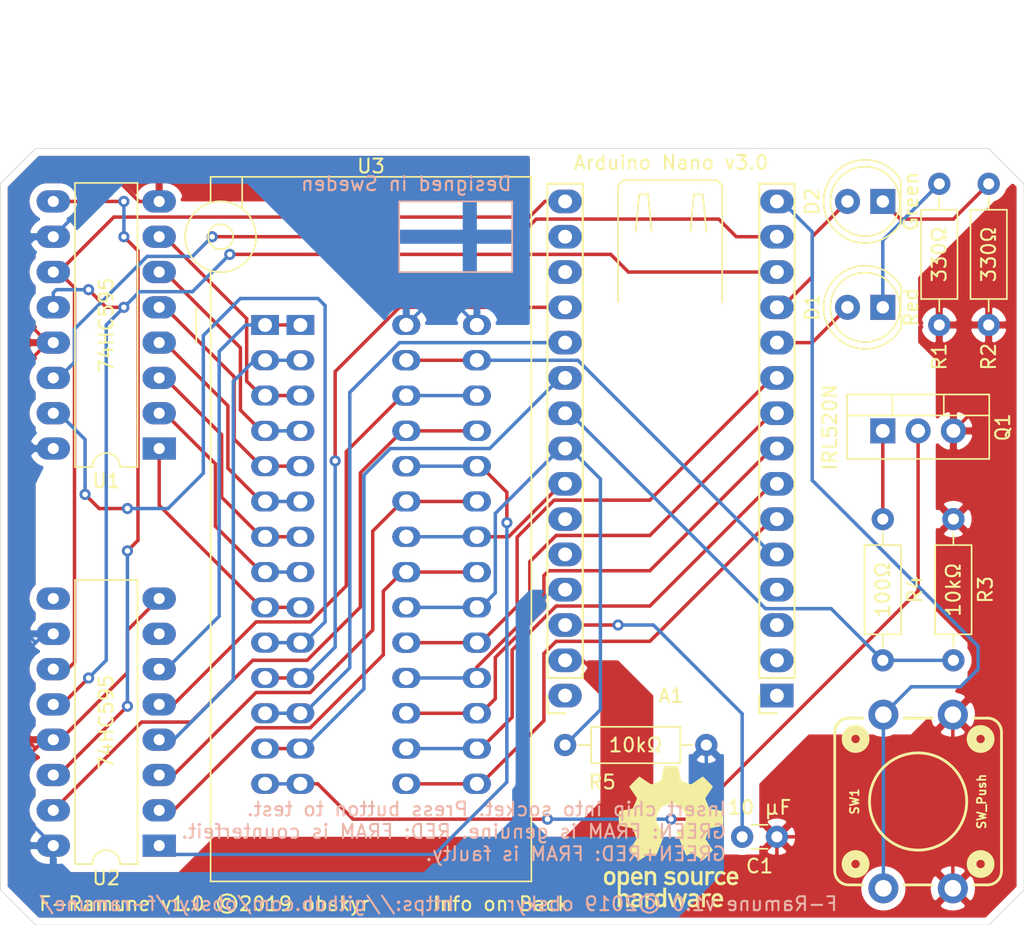
<source format=kicad_pcb>
(kicad_pcb (version 20171130) (host pcbnew "(5.1.0)-1")

  (general
    (thickness 1.6)
    (drawings 28)
    (tracks 380)
    (zones 0)
    (modules 15)
    (nets 53)
  )

  (page A4)
  (layers
    (0 F.Cu signal)
    (31 B.Cu signal)
    (32 B.Adhes user)
    (33 F.Adhes user)
    (34 B.Paste user)
    (35 F.Paste user)
    (36 B.SilkS user)
    (37 F.SilkS user)
    (38 B.Mask user)
    (39 F.Mask user)
    (40 Dwgs.User user)
    (41 Cmts.User user)
    (42 Eco1.User user)
    (43 Eco2.User user)
    (44 Edge.Cuts user)
    (45 Margin user)
    (46 B.CrtYd user)
    (47 F.CrtYd user)
    (48 B.Fab user)
    (49 F.Fab user)
  )

  (setup
    (last_trace_width 0.25)
    (trace_clearance 0.2)
    (zone_clearance 0.508)
    (zone_45_only no)
    (trace_min 0.2)
    (via_size 0.8)
    (via_drill 0.4)
    (via_min_size 0.4)
    (via_min_drill 0.3)
    (uvia_size 0.3)
    (uvia_drill 0.1)
    (uvias_allowed no)
    (uvia_min_size 0.2)
    (uvia_min_drill 0.1)
    (edge_width 0.05)
    (segment_width 0.2)
    (pcb_text_width 0.3)
    (pcb_text_size 1.5 1.5)
    (mod_edge_width 0.12)
    (mod_text_size 1 1)
    (mod_text_width 0.15)
    (pad_size 1.524 1.524)
    (pad_drill 0.762)
    (pad_to_mask_clearance 0.051)
    (solder_mask_min_width 0.25)
    (aux_axis_origin 0 0)
    (visible_elements 7FFFFFFF)
    (pcbplotparams
      (layerselection 0x010f0_ffffffff)
      (usegerberextensions true)
      (usegerberattributes false)
      (usegerberadvancedattributes false)
      (creategerberjobfile false)
      (excludeedgelayer true)
      (linewidth 0.100000)
      (plotframeref false)
      (viasonmask false)
      (mode 1)
      (useauxorigin false)
      (hpglpennumber 1)
      (hpglpenspeed 20)
      (hpglpendiameter 15.000000)
      (psnegative false)
      (psa4output false)
      (plotreference true)
      (plotvalue true)
      (plotinvisibletext false)
      (padsonsilk false)
      (subtractmaskfromsilk false)
      (outputformat 1)
      (mirror false)
      (drillshape 0)
      (scaleselection 1)
      (outputdirectory "gerber/"))
  )

  (net 0 "")
  (net 1 SR_Shift)
  (net 2 "Net-(A1-Pad15)")
  (net 3 "Net-(A1-Pad30)")
  (net 4 SR_Data)
  (net 5 GND)
  (net 6 SR_Latch)
  (net 7 "Net-(A1-Pad28)")
  (net 8 "Net-(A1-Pad12)")
  (net 9 +5V)
  (net 10 "Net-(A1-Pad11)")
  (net 11 "Net-(A1-Pad26)")
  (net 12 D7)
  (net 13 "Net-(A1-Pad25)")
  (net 14 D6)
  (net 15 ~OE)
  (net 16 D5)
  (net 17 ~CE)
  (net 18 D4)
  (net 19 Goodnight)
  (net 20 D3)
  (net 21 D2)
  (net 22 ~WE)
  (net 23 D1)
  (net 24 "Net-(A1-Pad4)")
  (net 25 D0)
  (net 26 "Net-(A1-Pad3)")
  (net 27 "Net-(A1-Pad18)")
  (net 28 "Net-(A1-Pad2)")
  (net 29 "Net-(A1-Pad17)")
  (net 30 "Net-(A1-Pad1)")
  (net 31 A0)
  (net 32 A7)
  (net 33 A6)
  (net 34 A5)
  (net 35 A4)
  (net 36 A3)
  (net 37 A2)
  (net 38 "Net-(U1-Pad9)")
  (net 39 A1)
  (net 40 A8)
  (net 41 "Net-(U2-Pad7)")
  (net 42 A14)
  (net 43 A13)
  (net 44 A12)
  (net 45 A11)
  (net 46 A10)
  (net 47 "Net-(U2-Pad9)")
  (net 48 A9)
  (net 49 "Net-(Q1-Pad2)")
  (net 50 "Net-(D1-Pad1)")
  (net 51 "Net-(D2-Pad1)")
  (net 52 "Net-(Q1-Pad1)")

  (net_class Default "This is the default net class."
    (clearance 0.2)
    (trace_width 0.25)
    (via_dia 0.8)
    (via_drill 0.4)
    (uvia_dia 0.3)
    (uvia_drill 0.1)
    (add_net +5V)
    (add_net A0)
    (add_net A1)
    (add_net A10)
    (add_net A11)
    (add_net A12)
    (add_net A13)
    (add_net A14)
    (add_net A2)
    (add_net A3)
    (add_net A4)
    (add_net A5)
    (add_net A6)
    (add_net A7)
    (add_net A8)
    (add_net A9)
    (add_net D0)
    (add_net D1)
    (add_net D2)
    (add_net D3)
    (add_net D4)
    (add_net D5)
    (add_net D6)
    (add_net D7)
    (add_net GND)
    (add_net Goodnight)
    (add_net "Net-(A1-Pad1)")
    (add_net "Net-(A1-Pad11)")
    (add_net "Net-(A1-Pad12)")
    (add_net "Net-(A1-Pad15)")
    (add_net "Net-(A1-Pad17)")
    (add_net "Net-(A1-Pad18)")
    (add_net "Net-(A1-Pad2)")
    (add_net "Net-(A1-Pad25)")
    (add_net "Net-(A1-Pad26)")
    (add_net "Net-(A1-Pad28)")
    (add_net "Net-(A1-Pad3)")
    (add_net "Net-(A1-Pad30)")
    (add_net "Net-(A1-Pad4)")
    (add_net "Net-(D1-Pad1)")
    (add_net "Net-(D2-Pad1)")
    (add_net "Net-(Q1-Pad1)")
    (add_net "Net-(Q1-Pad2)")
    (add_net "Net-(U1-Pad9)")
    (add_net "Net-(U2-Pad7)")
    (add_net "Net-(U2-Pad9)")
    (add_net SR_Data)
    (add_net SR_Latch)
    (add_net SR_Shift)
    (add_net ~CE)
    (add_net ~OE)
    (add_net ~WE)
  )

  (module f-ramune:ZIF_Socket_DIP-28_With_Alternatives (layer F.Cu) (tedit 5C7E2808) (tstamp 5CB6AFF5)
    (at 135.89 87.63)
    (descr "28-pin DIP socket with alternative holes for wide ZIF, narrow ZIF, and regular DIP")
    (tags "THT DIP DIL ZIF 7.62mm 10.16mm 15.24mm 300mil 400mil 600mil Socket")
    (path /5C7D7E33)
    (fp_text reference U3 (at 7.62 -11.43) (layer F.SilkS)
      (effects (font (size 1 1) (thickness 0.15)))
    )
    (fp_text value "Memory (Socket)" (at 7.62 41.275) (layer F.Fab)
      (effects (font (size 0.6 0.6) (thickness 0.09)))
    )
    (fp_text user %R (at 6.35 15.24) (layer F.Fab)
      (effects (font (size 1 1) (thickness 0.15)))
    )
    (fp_line (start -4.95 1.27) (end -4.95 -1.27) (layer F.SilkS) (width 0.12))
    (fp_line (start -1.65 -10.66) (end -1.65 -8.4) (layer F.SilkS) (width 0.12))
    (fp_line (start -3.92 -10.66) (end -3.92 -8.8) (layer F.SilkS) (width 0.12))
    (fp_line (start 19.16 -10.66) (end -3.92 -10.66) (layer F.SilkS) (width 0.12))
    (fp_line (start 19.16 40.04) (end 19.16 -10.66) (layer F.SilkS) (width 0.12))
    (fp_line (start -3.92 40.04) (end 19.16 40.04) (layer F.SilkS) (width 0.12))
    (fp_line (start -3.92 -3.9) (end -3.92 40.04) (layer F.SilkS) (width 0.12))
    (fp_line (start 19.06 -10.56) (end 19.06 39.94) (layer F.Fab) (width 0.1))
    (fp_line (start -2.85 -10.56) (end 19.06 -10.56) (layer F.Fab) (width 0.1))
    (fp_line (start -3.82 -9.4) (end -2.85 -10.56) (layer F.Fab) (width 0.1))
    (fp_line (start -3.82 39.94) (end -3.82 -9.4) (layer F.Fab) (width 0.1))
    (fp_line (start 19.06 39.94) (end -3.82 39.94) (layer F.Fab) (width 0.1))
    (fp_line (start -1.9 -15.86) (end -1.9 -10.56) (layer F.Fab) (width 0.1))
    (fp_line (start -3.5 -15.86) (end -1.9 -15.86) (layer F.Fab) (width 0.1))
    (fp_line (start -3.5 -9.75) (end -3.5 -15.86) (layer F.Fab) (width 0.1))
    (fp_line (start -0.4 -17.86) (end -1.9 -15.86) (layer F.Fab) (width 0.1))
    (fp_line (start -5 -17.86) (end -3.5 -15.86) (layer F.Fab) (width 0.1))
    (fp_line (start -0.4 -17.86) (end -0.4 -21.46) (layer F.Fab) (width 0.1))
    (fp_line (start -5 -17.86) (end -0.4 -17.86) (layer F.Fab) (width 0.1))
    (fp_line (start -5 -21.46) (end -5 -17.86) (layer F.Fab) (width 0.1))
    (fp_line (start -0.4 -21.46) (end -5 -21.46) (layer F.Fab) (width 0.1))
    (fp_line (start -1.7 -22.86) (end -0.4 -21.46) (layer F.Fab) (width 0.1))
    (fp_line (start -3.7 -22.86) (end -1.7 -22.86) (layer F.Fab) (width 0.1))
    (fp_line (start -5 -21.46) (end -3.7 -22.86) (layer F.Fab) (width 0.1))
    (fp_line (start -5.5 -3.4) (end -5.5 -23.36) (layer F.CrtYd) (width 0.05))
    (fp_line (start -4.32 -3.4) (end -5.5 -3.4) (layer F.CrtYd) (width 0.05))
    (fp_line (start -4.32 40.44) (end -4.32 -3.4) (layer F.CrtYd) (width 0.05))
    (fp_line (start 19.56 40.44) (end -4.32 40.44) (layer F.CrtYd) (width 0.05))
    (fp_line (start 19.56 -11.06) (end 19.56 40.44) (layer F.CrtYd) (width 0.05))
    (fp_line (start 0.1 -11.06) (end 19.56 -11.06) (layer F.CrtYd) (width 0.05))
    (fp_line (start 0.1 -23.36) (end 0.1 -11.06) (layer F.CrtYd) (width 0.05))
    (fp_line (start -5.5 -23.36) (end 0.1 -23.36) (layer F.CrtYd) (width 0.05))
    (fp_circle (center -3.2 -6.35) (end -2.3 -6.35) (layer F.SilkS) (width 0.12))
    (fp_circle (center -3.2 -6.35) (end -0.65 -6.35) (layer F.SilkS) (width 0.12))
    (pad 15 thru_hole oval (at 10.16 33.02) (size 2 1.44) (drill 1) (layers *.Cu *.Mask)
      (net 20 D3))
    (pad 14 thru_hole oval (at 0 33.02) (size 2 1.44) (drill 1) (layers *.Cu *.Mask)
      (net 49 "Net-(Q1-Pad2)"))
    (pad 16 thru_hole oval (at 10.16 30.48) (size 2 1.44) (drill 1) (layers *.Cu *.Mask)
      (net 18 D4))
    (pad 13 thru_hole oval (at 0 30.48) (size 2 1.44) (drill 1) (layers *.Cu *.Mask)
      (net 21 D2))
    (pad 17 thru_hole oval (at 10.16 27.94) (size 2 1.44) (drill 1) (layers *.Cu *.Mask)
      (net 16 D5))
    (pad 12 thru_hole oval (at 0 27.94) (size 2 1.44) (drill 1) (layers *.Cu *.Mask)
      (net 23 D1))
    (pad 18 thru_hole oval (at 10.16 25.4) (size 2 1.44) (drill 1) (layers *.Cu *.Mask)
      (net 14 D6))
    (pad 11 thru_hole oval (at 0 25.4) (size 2 1.44) (drill 1) (layers *.Cu *.Mask)
      (net 25 D0))
    (pad 19 thru_hole oval (at 10.16 22.86) (size 2 1.44) (drill 1) (layers *.Cu *.Mask)
      (net 12 D7))
    (pad 10 thru_hole oval (at 0 22.86) (size 2 1.44) (drill 1) (layers *.Cu *.Mask)
      (net 31 A0))
    (pad 20 thru_hole oval (at 10.16 20.32) (size 2 1.44) (drill 1) (layers *.Cu *.Mask)
      (net 17 ~CE))
    (pad 9 thru_hole oval (at 0 20.32) (size 2 1.44) (drill 1) (layers *.Cu *.Mask)
      (net 39 A1))
    (pad 21 thru_hole oval (at 10.16 17.78) (size 2 1.44) (drill 1) (layers *.Cu *.Mask)
      (net 46 A10))
    (pad 8 thru_hole oval (at 0 17.78) (size 2 1.44) (drill 1) (layers *.Cu *.Mask)
      (net 37 A2))
    (pad 22 thru_hole oval (at 10.16 15.24) (size 2 1.44) (drill 1) (layers *.Cu *.Mask)
      (net 15 ~OE))
    (pad 7 thru_hole oval (at 0 15.24) (size 2 1.44) (drill 1) (layers *.Cu *.Mask)
      (net 36 A3))
    (pad 23 thru_hole oval (at 10.16 12.7) (size 2 1.44) (drill 1) (layers *.Cu *.Mask)
      (net 45 A11))
    (pad 6 thru_hole oval (at 0 12.7) (size 2 1.44) (drill 1) (layers *.Cu *.Mask)
      (net 35 A4))
    (pad 24 thru_hole oval (at 10.16 10.16) (size 2 1.44) (drill 1) (layers *.Cu *.Mask)
      (net 48 A9))
    (pad 5 thru_hole oval (at 0 10.16) (size 2 1.44) (drill 1) (layers *.Cu *.Mask)
      (net 34 A5))
    (pad 25 thru_hole oval (at 10.16 7.62) (size 2 1.44) (drill 1) (layers *.Cu *.Mask)
      (net 40 A8))
    (pad 4 thru_hole oval (at 0 7.62) (size 2 1.44) (drill 1) (layers *.Cu *.Mask)
      (net 33 A6))
    (pad 26 thru_hole oval (at 10.16 5.08) (size 2 1.44) (drill 1) (layers *.Cu *.Mask)
      (net 43 A13))
    (pad 3 thru_hole oval (at 0 5.08) (size 2 1.44) (drill 1) (layers *.Cu *.Mask)
      (net 32 A7))
    (pad 27 thru_hole oval (at 10.16 2.54) (size 2 1.44) (drill 1) (layers *.Cu *.Mask)
      (net 22 ~WE))
    (pad 2 thru_hole oval (at 0 2.54) (size 2 1.44) (drill 1) (layers *.Cu *.Mask)
      (net 44 A12))
    (pad 28 thru_hole oval (at 10.16 0) (size 2 1.44) (drill 1) (layers *.Cu *.Mask)
      (net 9 +5V))
    (pad 1 thru_hole rect (at 0 0) (size 2 1.44) (drill 1) (layers *.Cu *.Mask)
      (net 42 A14))
    (pad 28 thru_hole oval (at 10.16 0) (size 2 1.44) (drill 1) (layers *.Cu *.Mask)
      (net 9 +5V))
    (pad 27 thru_hole oval (at 10.16 2.54) (size 2 1.44) (drill 1) (layers *.Cu *.Mask)
      (net 22 ~WE))
    (pad 26 thru_hole oval (at 10.16 5.08) (size 2 1.44) (drill 1) (layers *.Cu *.Mask)
      (net 43 A13))
    (pad 25 thru_hole oval (at 10.16 7.62) (size 2 1.44) (drill 1) (layers *.Cu *.Mask)
      (net 40 A8))
    (pad 24 thru_hole oval (at 10.16 10.16) (size 2 1.44) (drill 1) (layers *.Cu *.Mask)
      (net 48 A9))
    (pad 23 thru_hole oval (at 10.16 12.7) (size 2 1.44) (drill 1) (layers *.Cu *.Mask)
      (net 45 A11))
    (pad 22 thru_hole oval (at 10.16 15.24) (size 2 1.44) (drill 1) (layers *.Cu *.Mask)
      (net 15 ~OE))
    (pad 21 thru_hole oval (at 10.16 17.78) (size 2 1.44) (drill 1) (layers *.Cu *.Mask)
      (net 46 A10))
    (pad 20 thru_hole oval (at 10.16 20.32) (size 2 1.44) (drill 1) (layers *.Cu *.Mask)
      (net 17 ~CE))
    (pad 19 thru_hole oval (at 10.16 22.86) (size 2 1.44) (drill 1) (layers *.Cu *.Mask)
      (net 12 D7))
    (pad 18 thru_hole oval (at 10.16 25.4) (size 2 1.44) (drill 1) (layers *.Cu *.Mask)
      (net 14 D6))
    (pad 17 thru_hole oval (at 10.16 27.94) (size 2 1.44) (drill 1) (layers *.Cu *.Mask)
      (net 16 D5))
    (pad 16 thru_hole oval (at 10.16 30.48) (size 2 1.44) (drill 1) (layers *.Cu *.Mask)
      (net 18 D4))
    (pad 15 thru_hole oval (at 10.16 33.02) (size 2 1.44) (drill 1) (layers *.Cu *.Mask)
      (net 20 D3))
    (pad 15 thru_hole oval (at 10.16 33.02) (size 2 1.44) (drill 1) (layers *.Cu *.Mask)
      (net 20 D3))
    (pad 16 thru_hole oval (at 10.16 30.48) (size 2 1.44) (drill 1) (layers *.Cu *.Mask)
      (net 18 D4))
    (pad 17 thru_hole oval (at 10.16 27.94) (size 2 1.44) (drill 1) (layers *.Cu *.Mask)
      (net 16 D5))
    (pad 18 thru_hole oval (at 10.16 25.4) (size 2 1.44) (drill 1) (layers *.Cu *.Mask)
      (net 14 D6))
    (pad 19 thru_hole oval (at 10.16 22.86) (size 2 1.44) (drill 1) (layers *.Cu *.Mask)
      (net 12 D7))
    (pad 20 thru_hole oval (at 10.16 20.32) (size 2 1.44) (drill 1) (layers *.Cu *.Mask)
      (net 17 ~CE))
    (pad 21 thru_hole oval (at 10.16 17.78) (size 2 1.44) (drill 1) (layers *.Cu *.Mask)
      (net 46 A10))
    (pad 22 thru_hole oval (at 10.16 15.24) (size 2 1.44) (drill 1) (layers *.Cu *.Mask)
      (net 15 ~OE))
    (pad 23 thru_hole oval (at 10.16 12.7) (size 2 1.44) (drill 1) (layers *.Cu *.Mask)
      (net 45 A11))
    (pad 24 thru_hole oval (at 10.16 10.16) (size 2 1.44) (drill 1) (layers *.Cu *.Mask)
      (net 48 A9))
    (pad 25 thru_hole oval (at 10.16 7.62) (size 2 1.44) (drill 1) (layers *.Cu *.Mask)
      (net 40 A8))
    (pad 26 thru_hole oval (at 10.16 5.08) (size 2 1.44) (drill 1) (layers *.Cu *.Mask)
      (net 43 A13))
    (pad 27 thru_hole oval (at 10.16 2.54) (size 2 1.44) (drill 1) (layers *.Cu *.Mask)
      (net 22 ~WE))
    (pad 28 thru_hole oval (at 10.16 0) (size 2 1.44) (drill 1) (layers *.Cu *.Mask)
      (net 9 +5V))
    (pad 28 thru_hole oval (at 10.16 0) (size 2 1.44) (drill 1) (layers *.Cu *.Mask)
      (net 9 +5V))
    (pad 27 thru_hole oval (at 10.16 2.54) (size 2 1.44) (drill 1) (layers *.Cu *.Mask)
      (net 22 ~WE))
    (pad 26 thru_hole oval (at 10.16 5.08) (size 2 1.44) (drill 1) (layers *.Cu *.Mask)
      (net 43 A13))
    (pad 25 thru_hole oval (at 10.16 7.62) (size 2 1.44) (drill 1) (layers *.Cu *.Mask)
      (net 40 A8))
    (pad 24 thru_hole oval (at 10.16 10.16) (size 2 1.44) (drill 1) (layers *.Cu *.Mask)
      (net 48 A9))
    (pad 23 thru_hole oval (at 10.16 12.7) (size 2 1.44) (drill 1) (layers *.Cu *.Mask)
      (net 45 A11))
    (pad 22 thru_hole oval (at 10.16 15.24) (size 2 1.44) (drill 1) (layers *.Cu *.Mask)
      (net 15 ~OE))
    (pad 21 thru_hole oval (at 10.16 17.78) (size 2 1.44) (drill 1) (layers *.Cu *.Mask)
      (net 46 A10))
    (pad 20 thru_hole oval (at 10.16 20.32) (size 2 1.44) (drill 1) (layers *.Cu *.Mask)
      (net 17 ~CE))
    (pad 19 thru_hole oval (at 10.16 22.86) (size 2 1.44) (drill 1) (layers *.Cu *.Mask)
      (net 12 D7))
    (pad 18 thru_hole oval (at 10.16 25.4) (size 2 1.44) (drill 1) (layers *.Cu *.Mask)
      (net 14 D6))
    (pad 17 thru_hole oval (at 10.16 27.94) (size 2 1.44) (drill 1) (layers *.Cu *.Mask)
      (net 16 D5))
    (pad 16 thru_hole oval (at 10.16 30.48) (size 2 1.44) (drill 1) (layers *.Cu *.Mask)
      (net 18 D4))
    (pad 15 thru_hole oval (at 10.16 33.02) (size 2 1.44) (drill 1) (layers *.Cu *.Mask)
      (net 20 D3))
    (pad 1 thru_hole rect (at 2.54 0) (size 2 1.44) (drill 1) (layers *.Cu *.Mask)
      (net 42 A14))
    (pad 2 thru_hole oval (at 2.54 2.54) (size 2 1.44) (drill 1) (layers *.Cu *.Mask)
      (net 44 A12))
    (pad 3 thru_hole oval (at 2.54 5.08) (size 2 1.44) (drill 1) (layers *.Cu *.Mask)
      (net 32 A7))
    (pad 4 thru_hole oval (at 2.54 7.62) (size 2 1.44) (drill 1) (layers *.Cu *.Mask)
      (net 33 A6))
    (pad 5 thru_hole oval (at 2.54 10.16) (size 2 1.44) (drill 1) (layers *.Cu *.Mask)
      (net 34 A5))
    (pad 6 thru_hole oval (at 2.54 12.7) (size 2 1.44) (drill 1) (layers *.Cu *.Mask)
      (net 35 A4))
    (pad 7 thru_hole oval (at 2.54 15.24) (size 2 1.44) (drill 1) (layers *.Cu *.Mask)
      (net 36 A3))
    (pad 8 thru_hole oval (at 2.54 17.78) (size 2 1.44) (drill 1) (layers *.Cu *.Mask)
      (net 37 A2))
    (pad 9 thru_hole oval (at 2.54 20.32) (size 2 1.44) (drill 1) (layers *.Cu *.Mask)
      (net 39 A1))
    (pad 10 thru_hole oval (at 2.54 22.86) (size 2 1.44) (drill 1) (layers *.Cu *.Mask)
      (net 31 A0))
    (pad 11 thru_hole oval (at 2.54 25.4) (size 2 1.44) (drill 1) (layers *.Cu *.Mask)
      (net 25 D0))
    (pad 12 thru_hole oval (at 2.54 27.94) (size 2 1.44) (drill 1) (layers *.Cu *.Mask)
      (net 23 D1))
    (pad 13 thru_hole oval (at 2.54 30.48) (size 2 1.44) (drill 1) (layers *.Cu *.Mask)
      (net 21 D2))
    (pad 14 thru_hole oval (at 2.54 33.02) (size 2 1.44) (drill 1) (layers *.Cu *.Mask)
      (net 49 "Net-(Q1-Pad2)"))
    (pad 15 thru_hole oval (at 15.24 33.02) (size 2 1.44) (drill 1) (layers *.Cu *.Mask)
      (net 20 D3))
    (pad 16 thru_hole oval (at 15.24 30.48) (size 2 1.44) (drill 1) (layers *.Cu *.Mask)
      (net 18 D4))
    (pad 17 thru_hole oval (at 15.24 27.94) (size 2 1.44) (drill 1) (layers *.Cu *.Mask)
      (net 16 D5))
    (pad 18 thru_hole oval (at 15.24 25.4) (size 2 1.44) (drill 1) (layers *.Cu *.Mask)
      (net 14 D6))
    (pad 19 thru_hole oval (at 15.24 22.86) (size 2 1.44) (drill 1) (layers *.Cu *.Mask)
      (net 12 D7))
    (pad 20 thru_hole oval (at 15.24 20.32) (size 2 1.44) (drill 1) (layers *.Cu *.Mask)
      (net 17 ~CE))
    (pad 21 thru_hole oval (at 15.24 17.78) (size 2 1.44) (drill 1) (layers *.Cu *.Mask)
      (net 46 A10))
    (pad 22 thru_hole oval (at 15.24 15.24) (size 2 1.44) (drill 1) (layers *.Cu *.Mask)
      (net 15 ~OE))
    (pad 23 thru_hole oval (at 15.24 12.7) (size 2 1.44) (drill 1) (layers *.Cu *.Mask)
      (net 45 A11))
    (pad 24 thru_hole oval (at 15.24 10.16) (size 2 1.44) (drill 1) (layers *.Cu *.Mask)
      (net 48 A9))
    (pad 25 thru_hole oval (at 15.24 7.62) (size 2 1.44) (drill 1) (layers *.Cu *.Mask)
      (net 40 A8))
    (pad 26 thru_hole oval (at 15.24 5.08) (size 2 1.44) (drill 1) (layers *.Cu *.Mask)
      (net 43 A13))
    (pad 27 thru_hole oval (at 15.24 2.54) (size 2 1.44) (drill 1) (layers *.Cu *.Mask)
      (net 22 ~WE))
    (pad 28 thru_hole oval (at 15.24 0) (size 2 1.44) (drill 1) (layers *.Cu *.Mask)
      (net 9 +5V))
    (pad 28 thru_hole oval (at 15.24 0) (size 2 1.44) (drill 1) (layers *.Cu *.Mask)
      (net 9 +5V))
    (pad 27 thru_hole oval (at 15.24 2.54) (size 2 1.44) (drill 1) (layers *.Cu *.Mask)
      (net 22 ~WE))
    (pad 26 thru_hole oval (at 15.24 5.08) (size 2 1.44) (drill 1) (layers *.Cu *.Mask)
      (net 43 A13))
    (pad 25 thru_hole oval (at 15.24 7.62) (size 2 1.44) (drill 1) (layers *.Cu *.Mask)
      (net 40 A8))
    (pad 24 thru_hole oval (at 15.24 10.16) (size 2 1.44) (drill 1) (layers *.Cu *.Mask)
      (net 48 A9))
    (pad 23 thru_hole oval (at 15.24 12.7) (size 2 1.44) (drill 1) (layers *.Cu *.Mask)
      (net 45 A11))
    (pad 22 thru_hole oval (at 15.24 15.24) (size 2 1.44) (drill 1) (layers *.Cu *.Mask)
      (net 15 ~OE))
    (pad 21 thru_hole oval (at 15.24 17.78) (size 2 1.44) (drill 1) (layers *.Cu *.Mask)
      (net 46 A10))
    (pad 20 thru_hole oval (at 15.24 20.32) (size 2 1.44) (drill 1) (layers *.Cu *.Mask)
      (net 17 ~CE))
    (pad 19 thru_hole oval (at 15.24 22.86) (size 2 1.44) (drill 1) (layers *.Cu *.Mask)
      (net 12 D7))
    (pad 18 thru_hole oval (at 15.24 25.4) (size 2 1.44) (drill 1) (layers *.Cu *.Mask)
      (net 14 D6))
    (pad 17 thru_hole oval (at 15.24 27.94) (size 2 1.44) (drill 1) (layers *.Cu *.Mask)
      (net 16 D5))
    (pad 16 thru_hole oval (at 15.24 30.48) (size 2 1.44) (drill 1) (layers *.Cu *.Mask)
      (net 18 D4))
    (pad 15 thru_hole oval (at 15.24 33.02) (size 2 1.44) (drill 1) (layers *.Cu *.Mask)
      (net 20 D3))
    (pad 15 thru_hole oval (at 15.24 33.02) (size 2 1.44) (drill 1) (layers *.Cu *.Mask)
      (net 20 D3))
    (pad 16 thru_hole oval (at 15.24 30.48) (size 2 1.44) (drill 1) (layers *.Cu *.Mask)
      (net 18 D4))
    (pad 17 thru_hole oval (at 15.24 27.94) (size 2 1.44) (drill 1) (layers *.Cu *.Mask)
      (net 16 D5))
    (pad 18 thru_hole oval (at 15.24 25.4) (size 2 1.44) (drill 1) (layers *.Cu *.Mask)
      (net 14 D6))
    (pad 19 thru_hole oval (at 15.24 22.86) (size 2 1.44) (drill 1) (layers *.Cu *.Mask)
      (net 12 D7))
    (pad 20 thru_hole oval (at 15.24 20.32) (size 2 1.44) (drill 1) (layers *.Cu *.Mask)
      (net 17 ~CE))
    (pad 21 thru_hole oval (at 15.24 17.78) (size 2 1.44) (drill 1) (layers *.Cu *.Mask)
      (net 46 A10))
    (pad 22 thru_hole oval (at 15.24 15.24) (size 2 1.44) (drill 1) (layers *.Cu *.Mask)
      (net 15 ~OE))
    (pad 23 thru_hole oval (at 15.24 12.7) (size 2 1.44) (drill 1) (layers *.Cu *.Mask)
      (net 45 A11))
    (pad 24 thru_hole oval (at 15.24 10.16) (size 2 1.44) (drill 1) (layers *.Cu *.Mask)
      (net 48 A9))
    (pad 25 thru_hole oval (at 15.24 7.62) (size 2 1.44) (drill 1) (layers *.Cu *.Mask)
      (net 40 A8))
    (pad 26 thru_hole oval (at 15.24 5.08) (size 2 1.44) (drill 1) (layers *.Cu *.Mask)
      (net 43 A13))
    (pad 27 thru_hole oval (at 15.24 2.54) (size 2 1.44) (drill 1) (layers *.Cu *.Mask)
      (net 22 ~WE))
    (pad 28 thru_hole oval (at 15.24 0) (size 2 1.44) (drill 1) (layers *.Cu *.Mask)
      (net 9 +5V))
    (pad 28 thru_hole oval (at 15.24 0) (size 2 1.44) (drill 1) (layers *.Cu *.Mask)
      (net 9 +5V))
    (pad 27 thru_hole oval (at 15.24 2.54) (size 2 1.44) (drill 1) (layers *.Cu *.Mask)
      (net 22 ~WE))
    (pad 26 thru_hole oval (at 15.24 5.08) (size 2 1.44) (drill 1) (layers *.Cu *.Mask)
      (net 43 A13))
    (pad 25 thru_hole oval (at 15.24 7.62) (size 2 1.44) (drill 1) (layers *.Cu *.Mask)
      (net 40 A8))
    (pad 24 thru_hole oval (at 15.24 10.16) (size 2 1.44) (drill 1) (layers *.Cu *.Mask)
      (net 48 A9))
    (pad 23 thru_hole oval (at 15.24 12.7) (size 2 1.44) (drill 1) (layers *.Cu *.Mask)
      (net 45 A11))
    (pad 22 thru_hole oval (at 15.24 15.24) (size 2 1.44) (drill 1) (layers *.Cu *.Mask)
      (net 15 ~OE))
    (pad 21 thru_hole oval (at 15.24 17.78) (size 2 1.44) (drill 1) (layers *.Cu *.Mask)
      (net 46 A10))
    (pad 20 thru_hole oval (at 15.24 20.32) (size 2 1.44) (drill 1) (layers *.Cu *.Mask)
      (net 17 ~CE))
    (pad 19 thru_hole oval (at 15.24 22.86) (size 2 1.44) (drill 1) (layers *.Cu *.Mask)
      (net 12 D7))
    (pad 18 thru_hole oval (at 15.24 25.4) (size 2 1.44) (drill 1) (layers *.Cu *.Mask)
      (net 14 D6))
    (pad 17 thru_hole oval (at 15.24 27.94) (size 2 1.44) (drill 1) (layers *.Cu *.Mask)
      (net 16 D5))
    (pad 16 thru_hole oval (at 15.24 30.48) (size 2 1.44) (drill 1) (layers *.Cu *.Mask)
      (net 18 D4))
    (pad 15 thru_hole oval (at 15.24 33.02) (size 2 1.44) (drill 1) (layers *.Cu *.Mask)
      (net 20 D3))
    (model ${KISYS3DMOD}/Socket.3dshapes/DIP_Socket-28_W6.9_W7.62_W10.16_W12.7_W13.5_3M_228-4817-00-0602J.wrl
      (at (xyz 0 0 0))
      (scale (xyz 1 1 1))
      (rotate (xyz 0 0 0))
    )
  )

  (module f-ramune:TACTILE_SWITCH_PTH_12MM (layer F.Cu) (tedit 5CE77E96) (tstamp 5CB6D618)
    (at 182.88 121.92 90)
    (descr "MOMENTARY SWITCH (PUSHBUTTON) - SPST - PTH, 12MM SQUARE")
    (tags "MOMENTARY SWITCH (PUSHBUTTON) - SPST - PTH, 12MM SQUARE")
    (path /5C7D5DB9)
    (attr virtual)
    (fp_text reference SW1 (at 0 -4.572 90) (layer F.SilkS)
      (effects (font (size 0.6096 0.6096) (thickness 0.127)))
    )
    (fp_text value SW_Push (at 0 4.572 90) (layer F.SilkS)
      (effects (font (size 0.6096 0.6096) (thickness 0.127)))
    )
    (fp_arc (start -4.99872 4.99872) (end -4.99872 5.99948) (angle 90) (layer F.SilkS) (width 0.2032))
    (fp_arc (start 4.99872 4.99872) (end 5.99948 4.99872) (angle 90) (layer F.SilkS) (width 0.2032))
    (fp_arc (start 4.99872 -4.99872) (end 4.99872 -5.99948) (angle 90) (layer F.SilkS) (width 0.2032))
    (fp_arc (start -4.99872 -4.99872) (end -5.99948 -4.99872) (angle 90) (layer F.SilkS) (width 0.2032))
    (fp_circle (center -4.49834 4.49834) (end -4.49834 4.19862) (layer F.SilkS) (width 0.6985))
    (fp_circle (center 4.49834 4.49834) (end 4.49834 4.19862) (layer F.SilkS) (width 0.6985))
    (fp_circle (center 4.49834 -4.49834) (end 4.49834 -4.79806) (layer F.SilkS) (width 0.6985))
    (fp_circle (center -4.49834 -4.49834) (end -4.49834 -4.79806) (layer F.SilkS) (width 0.6985))
    (fp_circle (center 0 0) (end 0 -3.49758) (layer F.SilkS) (width 0.2032))
    (fp_line (start -5.99948 0.99822) (end -5.99948 -0.99822) (layer F.SilkS) (width 0.2032))
    (fp_line (start -5.99948 4.99872) (end -5.99948 3.99796) (layer F.SilkS) (width 0.2032))
    (fp_line (start 4.99872 5.99948) (end -4.99872 5.99948) (layer F.SilkS) (width 0.2032))
    (fp_line (start 5.99948 3.99796) (end 5.99948 4.99872) (layer F.SilkS) (width 0.2032))
    (fp_line (start 5.99948 -0.99822) (end 5.99948 0.99822) (layer F.SilkS) (width 0.2032))
    (fp_line (start 5.99948 -4.99872) (end 5.99948 -3.99796) (layer F.SilkS) (width 0.2032))
    (fp_line (start -4.99872 -5.99948) (end 4.99872 -5.99948) (layer F.SilkS) (width 0.2032))
    (fp_line (start -5.99948 -3.99796) (end -5.99948 -4.99872) (layer F.SilkS) (width 0.2032))
    (fp_line (start 4.99872 -0.19812) (end 4.99872 -0.99822) (layer Dwgs.User) (width 0.2032))
    (fp_line (start 4.99872 0.6985) (end 4.49834 0.19812) (layer Dwgs.User) (width 0.2032))
    (fp_line (start 4.99872 1.29794) (end 4.99872 0.6985) (layer Dwgs.User) (width 0.2032))
    (pad 2 thru_hole circle (at -6.2484 -2.49936 90) (size 2.159 2.159) (drill 1.19888) (layers *.Cu *.Mask)
      (net 2 "Net-(A1-Pad15)") (solder_mask_margin 0.1016))
    (pad 2 thru_hole circle (at 6.2484 -2.49936 90) (size 2.159 2.159) (drill 1.19888) (layers *.Cu *.Mask)
      (net 2 "Net-(A1-Pad15)") (solder_mask_margin 0.1016))
    (pad 1 thru_hole circle (at -6.2484 2.49936 90) (size 2.159 2.159) (drill 1.19888) (layers *.Cu *.Mask)
      (net 5 GND) (solder_mask_margin 0.1016))
    (pad 1 thru_hole circle (at 6.2484 2.49936 90) (size 2.159 2.159) (drill 1.19888) (layers *.Cu *.Mask)
      (net 5 GND) (solder_mask_margin 0.1016))
  )

  (module f-ramune:Logo_OpenSourceHW (layer F.Cu) (tedit 0) (tstamp 5CB7CBDC)
    (at 165.1 124.46)
    (fp_text reference G*** (at 0 0) (layer B.SilkS) hide
      (effects (font (size 1.524 1.524) (thickness 0.3)) (justify mirror))
    )
    (fp_text value LOGO (at 0.75 0) (layer B.SilkS) hide
      (effects (font (size 1.524 1.524) (thickness 0.3)) (justify mirror))
    )
    (fp_poly (pts (xy 0.132187 -5.079897) (xy 0.235021 -5.079523) (xy 0.317245 -5.078785) (xy 0.381255 -5.077588)
      (xy 0.429446 -5.075838) (xy 0.464213 -5.073441) (xy 0.487951 -5.070303) (xy 0.503055 -5.066329)
      (xy 0.511921 -5.061425) (xy 0.513442 -5.060043) (xy 0.529395 -5.040394) (xy 0.5334 -5.030864)
      (xy 0.535652 -5.016716) (xy 0.542071 -4.980383) (xy 0.552147 -4.924643) (xy 0.565373 -4.852277)
      (xy 0.58124 -4.766066) (xy 0.599239 -4.668788) (xy 0.618863 -4.563225) (xy 0.621941 -4.546707)
      (xy 0.646645 -4.415597) (xy 0.667582 -4.307745) (xy 0.685154 -4.221353) (xy 0.699763 -4.154623)
      (xy 0.711811 -4.105759) (xy 0.721701 -4.072962) (xy 0.729835 -4.054435) (xy 0.733066 -4.05024)
      (xy 0.750416 -4.039983) (xy 0.788119 -4.021783) (xy 0.84292 -3.997072) (xy 0.911566 -3.967283)
      (xy 0.990804 -3.93385) (xy 1.077381 -3.898205) (xy 1.088016 -3.893884) (xy 1.189342 -3.853073)
      (xy 1.269841 -3.821399) (xy 1.332035 -3.798005) (xy 1.378447 -3.782031) (xy 1.4116 -3.772619)
      (xy 1.434016 -3.768909) (xy 1.448218 -3.770043) (xy 1.449966 -3.770644) (xy 1.466846 -3.78028)
      (xy 1.502118 -3.802713) (xy 1.553293 -3.836282) (xy 1.617878 -3.879327) (xy 1.693385 -3.930185)
      (xy 1.777321 -3.987197) (xy 1.867197 -4.048701) (xy 1.878495 -4.056463) (xy 1.968132 -4.117837)
      (xy 2.051458 -4.174425) (xy 2.126107 -4.224653) (xy 2.189711 -4.26695) (xy 2.239904 -4.299743)
      (xy 2.274317 -4.32146) (xy 2.290586 -4.330528) (xy 2.29133 -4.3307) (xy 2.303082 -4.322)
      (xy 2.33071 -4.297184) (xy 2.372212 -4.258179) (xy 2.425585 -4.206912) (xy 2.488828 -4.145312)
      (xy 2.559939 -4.075304) (xy 2.636916 -3.998818) (xy 2.659374 -3.976376) (xy 2.754681 -3.880624)
      (xy 2.832813 -3.801188) (xy 2.894934 -3.736805) (xy 2.942205 -3.686215) (xy 2.975788 -3.648154)
      (xy 2.996846 -3.621362) (xy 3.00654 -3.604577) (xy 3.00733 -3.598551) (xy 2.998926 -3.583051)
      (xy 2.977687 -3.549134) (xy 2.945247 -3.49926) (xy 2.903237 -3.435891) (xy 2.853289 -3.361486)
      (xy 2.797036 -3.278506) (xy 2.736111 -3.189412) (xy 2.730621 -3.18142) (xy 2.649118 -3.061976)
      (xy 2.582553 -2.962558) (xy 2.530702 -2.882811) (xy 2.493342 -2.822385) (xy 2.470247 -2.780925)
      (xy 2.461196 -2.758077) (xy 2.461039 -2.75597) (xy 2.466309 -2.735244) (xy 2.480483 -2.695138)
      (xy 2.501968 -2.639383) (xy 2.529171 -2.571707) (xy 2.560497 -2.49584) (xy 2.594353 -2.415513)
      (xy 2.629144 -2.334454) (xy 2.663277 -2.256393) (xy 2.695158 -2.18506) (xy 2.723193 -2.124185)
      (xy 2.745788 -2.077497) (xy 2.761349 -2.048725) (xy 2.766114 -2.042101) (xy 2.78072 -2.034363)
      (xy 2.812077 -2.024409) (xy 2.861585 -2.011928) (xy 2.930647 -1.996607) (xy 3.020664 -1.978135)
      (xy 3.133037 -1.956199) (xy 3.259936 -1.932213) (xy 3.366449 -1.912163) (xy 3.465269 -1.893276)
      (xy 3.553572 -1.876111) (xy 3.628535 -1.86123) (xy 3.687334 -1.849195) (xy 3.727146 -1.840567)
      (xy 3.745145 -1.835907) (xy 3.745711 -1.835638) (xy 3.749629 -1.821512) (xy 3.752861 -1.784142)
      (xy 3.755417 -1.723132) (xy 3.757309 -1.638088) (xy 3.758546 -1.528614) (xy 3.75914 -1.394315)
      (xy 3.7592 -1.327956) (xy 3.759066 -1.1987) (xy 3.758615 -1.092626) (xy 3.757769 -1.007517)
      (xy 3.756452 -0.941155) (xy 3.754586 -0.891323) (xy 3.752095 -0.855805) (xy 3.748902 -0.832383)
      (xy 3.744929 -0.81884) (xy 3.741372 -0.813815) (xy 3.725164 -0.808164) (xy 3.686872 -0.798587)
      (xy 3.6294 -0.785697) (xy 3.555656 -0.77011) (xy 3.468545 -0.752438) (xy 3.370972 -0.733296)
      (xy 3.265845 -0.713298) (xy 3.264853 -0.713112) (xy 3.139648 -0.689252) (xy 3.030903 -0.667685)
      (xy 2.940211 -0.648761) (xy 2.869163 -0.632828) (xy 2.81935 -0.620233) (xy 2.792366 -0.611326)
      (xy 2.788325 -0.608878) (xy 2.777927 -0.591177) (xy 2.760148 -0.553307) (xy 2.736428 -0.49892)
      (xy 2.708207 -0.431665) (xy 2.676924 -0.355194) (xy 2.644021 -0.273158) (xy 2.610935 -0.189207)
      (xy 2.579107 -0.106992) (xy 2.549977 -0.030163) (xy 2.524985 0.037627) (xy 2.505569 0.09273)
      (xy 2.493171 0.131494) (xy 2.4892 0.149607) (xy 2.494584 0.167799) (xy 2.511192 0.200424)
      (xy 2.539704 0.248567) (xy 2.580801 0.313312) (xy 2.635164 0.395743) (xy 2.703473 0.496945)
      (xy 2.74955 0.564377) (xy 2.80933 0.6521) (xy 2.864276 0.73378) (xy 2.91277 0.806934)
      (xy 2.953195 0.869077) (xy 2.983935 0.917724) (xy 3.003373 0.950391) (xy 3.0099 0.964446)
      (xy 3.001174 0.977654) (xy 2.97629 1.006638) (xy 2.937185 1.049354) (xy 2.885798 1.103755)
      (xy 2.824069 1.167795) (xy 2.753934 1.239428) (xy 2.677333 1.316608) (xy 2.656503 1.337424)
      (xy 2.564346 1.429085) (xy 2.488337 1.503978) (xy 2.426906 1.563535) (xy 2.37848 1.609187)
      (xy 2.34149 1.642363) (xy 2.314362 1.664494) (xy 2.295525 1.67701) (xy 2.283409 1.681342)
      (xy 2.279229 1.680831) (xy 2.263444 1.671679) (xy 2.22934 1.649799) (xy 2.179489 1.616908)
      (xy 2.116462 1.574726) (xy 2.042831 1.524973) (xy 1.961167 1.469368) (xy 1.889172 1.420034)
      (xy 1.802789 1.361178) (xy 1.72216 1.30721) (xy 1.649869 1.259784) (xy 1.588498 1.220554)
      (xy 1.540629 1.191177) (xy 1.508846 1.173307) (xy 1.4965 1.1684) (xy 1.476288 1.174142)
      (xy 1.438481 1.189944) (xy 1.387765 1.213667) (xy 1.328827 1.243171) (xy 1.30175 1.2573)
      (xy 1.241408 1.288539) (xy 1.188027 1.314976) (xy 1.146058 1.334497) (xy 1.119951 1.344988)
      (xy 1.114538 1.3462) (xy 1.099104 1.335105) (xy 1.080117 1.305817) (xy 1.067724 1.279525)
      (xy 1.005585 1.130563) (xy 0.94286 0.979703) (xy 0.880309 0.828804) (xy 0.818691 0.679727)
      (xy 0.758767 0.53433) (xy 0.701295 0.394475) (xy 0.647036 0.262021) (xy 0.59675 0.138828)
      (xy 0.551195 0.026755) (xy 0.511132 -0.072338) (xy 0.477321 -0.15659) (xy 0.45052 -0.224142)
      (xy 0.431491 -0.273134) (xy 0.420992 -0.301705) (xy 0.4191 -0.308376) (xy 0.429125 -0.327242)
      (xy 0.454632 -0.351095) (xy 0.47221 -0.363409) (xy 0.621194 -0.467842) (xy 0.74649 -0.578727)
      (xy 0.849371 -0.69783) (xy 0.931113 -0.826915) (xy 0.992989 -0.967749) (xy 1.036276 -1.122094)
      (xy 1.04251 -1.153124) (xy 1.050815 -1.227025) (xy 1.052151 -1.316272) (xy 1.047043 -1.411942)
      (xy 1.03602 -1.505114) (xy 1.019608 -1.586865) (xy 1.016114 -1.599709) (xy 0.960043 -1.751567)
      (xy 0.883511 -1.890141) (xy 0.788533 -2.013911) (xy 0.677125 -2.121354) (xy 0.551301 -2.21095)
      (xy 0.413078 -2.281176) (xy 0.26447 -2.330511) (xy 0.107493 -2.357432) (xy 0.00635 -2.362201)
      (xy -0.154823 -2.350013) (xy -0.308883 -2.314463) (xy -0.453812 -2.257075) (xy -0.587598 -2.179368)
      (xy -0.708224 -2.082866) (xy -0.813675 -1.969089) (xy -0.901936 -1.83956) (xy -0.970992 -1.6958)
      (xy -1.003415 -1.599709) (xy -1.020743 -1.520969) (xy -1.032777 -1.429198) (xy -1.038991 -1.333319)
      (xy -1.038858 -1.242253) (xy -1.031848 -1.164924) (xy -1.029811 -1.153124) (xy -0.989916 -0.996009)
      (xy -0.931673 -0.852741) (xy -0.853807 -0.721558) (xy -0.755045 -0.600692) (xy -0.63411 -0.48838)
      (xy -0.489729 -0.382856) (xy -0.459511 -0.363409) (xy -0.428549 -0.339804) (xy -0.409408 -0.317392)
      (xy -0.4064 -0.308376) (xy -0.411157 -0.29357) (xy -0.424922 -0.257177) (xy -0.446934 -0.201056)
      (xy -0.476434 -0.127068) (xy -0.512662 -0.037072) (xy -0.554859 0.067071) (xy -0.602264 0.183503)
      (xy -0.654119 0.310362) (xy -0.709663 0.445789) (xy -0.768137 0.587925) (xy -0.828781 0.73491)
      (xy -0.890834 0.884883) (xy -0.953539 1.035984) (xy -1.016134 1.186355) (xy -1.055025 1.279525)
      (xy -1.074053 1.317514) (xy -1.092298 1.341251) (xy -1.101839 1.3462) (xy -1.119285 1.340501)
      (xy -1.154612 1.324814) (xy -1.203369 1.301252) (xy -1.261105 1.271928) (xy -1.28905 1.2573)
      (xy -1.350108 1.225944) (xy -1.404984 1.199438) (xy -1.448994 1.17992) (xy -1.477453 1.169529)
      (xy -1.483801 1.1684) (xy -1.500178 1.175396) (xy -1.534797 1.19528) (xy -1.585074 1.226399)
      (xy -1.648427 1.267096) (xy -1.722273 1.315717) (xy -1.80403 1.370607) (xy -1.876473 1.420034)
      (xy -1.962849 1.479188) (xy -2.043325 1.533917) (xy -2.11533 1.582501) (xy -2.176292 1.62322)
      (xy -2.22364 1.654355) (xy -2.254803 1.674187) (xy -2.26653 1.680831) (xy -2.275764 1.680201)
      (xy -2.290898 1.672134) (xy -2.313503 1.655199) (xy -2.34515 1.627966) (xy -2.387412 1.589003)
      (xy -2.44186 1.536881) (xy -2.510066 1.47017) (xy -2.5936 1.387438) (xy -2.643804 1.337424)
      (xy -2.721775 1.259132) (xy -2.793785 1.185853) (xy -2.857897 1.119633) (xy -2.912172 1.062517)
      (xy -2.954671 1.016552) (xy -2.983456 0.983784) (xy -2.996589 0.966258) (xy -2.9972 0.964446)
      (xy -2.990229 0.949593) (xy -2.970392 0.916357) (xy -2.939306 0.867224) (xy -2.898588 0.804678)
      (xy -2.849855 0.731202) (xy -2.794723 0.649282) (xy -2.73685 0.564377) (xy -2.660175 0.451838)
      (xy -2.59784 0.358696) (xy -2.549164 0.283868) (xy -2.513466 0.226269) (xy -2.490065 0.184813)
      (xy -2.478281 0.158417) (xy -2.4765 0.149607) (xy -2.481153 0.129144) (xy -2.494149 0.088976)
      (xy -2.514051 0.032754) (xy -2.539418 -0.035872) (xy -2.56881 -0.113251) (xy -2.600787 -0.195733)
      (xy -2.63391 -0.279666) (xy -2.66674 -0.3614) (xy -2.697835 -0.437284) (xy -2.725757 -0.503667)
      (xy -2.749066 -0.556898) (xy -2.766322 -0.593327) (xy -2.775626 -0.608878) (xy -2.793056 -0.616217)
      (xy -2.833949 -0.627382) (xy -2.896713 -0.642025) (xy -2.979756 -0.659797) (xy -3.081487 -0.68035)
      (xy -3.200314 -0.703337) (xy -3.252154 -0.713112) (xy -3.357337 -0.733115) (xy -3.454992 -0.752267)
      (xy -3.542212 -0.769956) (xy -3.616093 -0.785565) (xy -3.673727 -0.798483) (xy -3.712209 -0.808093)
      (xy -3.728633 -0.813783) (xy -3.728673 -0.813815) (xy -3.733284 -0.821375) (xy -3.737057 -0.837142)
      (xy -3.740071 -0.863333) (xy -3.742401 -0.902166) (xy -3.744125 -0.955858) (xy -3.745319 -1.026625)
      (xy -3.746061 -1.116685) (xy -3.746427 -1.228255) (xy -3.746501 -1.327956) (xy -3.746184 -1.473192)
      (xy -3.745229 -1.59343) (xy -3.743624 -1.689067) (xy -3.741358 -1.760497) (xy -3.738421 -1.808115)
      (xy -3.734804 -1.832317) (xy -3.733012 -1.835638) (xy -3.717868 -1.839775) (xy -3.680567 -1.847948)
      (xy -3.623934 -1.859598) (xy -3.550791 -1.874161) (xy -3.463965 -1.891078) (xy -3.366277 -1.909785)
      (xy -3.260552 -1.929723) (xy -3.247237 -1.932213) (xy -3.112632 -1.957678) (xy -3.001697 -1.979388)
      (xy -2.913032 -1.997654) (xy -2.845233 -2.012788) (xy -2.796901 -2.025102) (xy -2.766632 -2.034908)
      (xy -2.753415 -2.042101) (xy -2.742118 -2.06014) (xy -2.722962 -2.098025) (xy -2.697543 -2.152026)
      (xy -2.667453 -2.218415) (xy -2.634286 -2.293461) (xy -2.599636 -2.373434) (xy -2.565098 -2.454606)
      (xy -2.532264 -2.533246) (xy -2.502729 -2.605625) (xy -2.478087 -2.668013) (xy -2.459931 -2.71668)
      (xy -2.449856 -2.747898) (xy -2.44834 -2.75597) (xy -2.454962 -2.775603) (xy -2.475587 -2.813787)
      (xy -2.51044 -2.870876) (xy -2.559744 -2.947222) (xy -2.623723 -3.043179) (xy -2.702601 -3.159101)
      (xy -2.717922 -3.18142) (xy -2.779178 -3.270932) (xy -2.835904 -3.354544) (xy -2.886468 -3.429796)
      (xy -2.929236 -3.494227) (xy -2.962578 -3.545378) (xy -2.98486 -3.580787) (xy -2.99445 -3.597994)
      (xy -2.994631 -3.598551) (xy -2.99153 -3.609654) (xy -2.9778 -3.629965) (xy -2.952281 -3.660746)
      (xy -2.913809 -3.703259) (xy -2.861223 -3.758764) (xy -2.793362 -3.828525) (xy -2.709062 -3.913802)
      (xy -2.646675 -3.976376) (xy -2.568408 -4.05434) (xy -2.495443 -4.126367) (xy -2.429782 -4.190529)
      (xy -2.373427 -4.2449) (xy -2.32838 -4.287553) (xy -2.296643 -4.316559) (xy -2.280218 -4.329992)
      (xy -2.278631 -4.3307) (xy -2.265383 -4.32373) (xy -2.233622 -4.303868) (xy -2.185717 -4.272686)
      (xy -2.124033 -4.231757) (xy -2.050939 -4.182654) (xy -1.9688 -4.126947) (xy -1.879985 -4.066211)
      (xy -1.865796 -4.056463) (xy -1.775363 -3.994524) (xy -1.690565 -3.936872) (xy -1.613892 -3.885171)
      (xy -1.547835 -3.841079) (xy -1.494884 -3.80626) (xy -1.45753 -3.782373) (xy -1.438263 -3.771081)
      (xy -1.437267 -3.770644) (xy -1.424191 -3.768785) (xy -1.403323 -3.771626) (xy -1.372138 -3.780026)
      (xy -1.328116 -3.794845) (xy -1.268733 -3.81694) (xy -1.191466 -3.847171) (xy -1.093794 -3.886397)
      (xy -1.075317 -3.893884) (xy -0.988079 -3.929701) (xy -0.907787 -3.963481) (xy -0.837696 -3.993792)
      (xy -0.781061 -4.019199) (xy -0.741136 -4.038268) (xy -0.721175 -4.049565) (xy -0.720284 -4.050323)
      (xy -0.712815 -4.062875) (xy -0.703808 -4.088705) (xy -0.692856 -4.12963) (xy -0.679552 -4.187469)
      (xy -0.663488 -4.264038) (xy -0.644257 -4.361156) (xy -0.621452 -4.480641) (xy -0.609159 -4.546245)
      (xy -0.589338 -4.652773) (xy -0.571065 -4.751459) (xy -0.55485 -4.839515) (xy -0.541202 -4.914156)
      (xy -0.53063 -4.972595) (xy -0.523643 -5.012048) (xy -0.52075 -5.029726) (xy -0.5207 -5.030318)
      (xy -0.512678 -5.046157) (xy -0.500743 -5.060043) (xy -0.493062 -5.065194) (xy -0.479741 -5.069392)
      (xy -0.458384 -5.07273) (xy -0.426596 -5.075304) (xy -0.381983 -5.077206) (xy -0.322149 -5.078533)
      (xy -0.2447 -5.079376) (xy -0.147239 -5.079832) (xy -0.027372 -5.079995) (xy 0.00635 -5.08)
      (xy 0.132187 -5.079897)) (layer F.SilkS) (width 0.01))
    (fp_poly (pts (xy 3.01491 2.467198) (xy 3.076653 2.487619) (xy 3.093136 2.495329) (xy 3.162771 2.529399)
      (xy 3.12537 2.575974) (xy 3.09227 2.616619) (xy 3.057589 2.658383) (xy 3.050759 2.666481)
      (xy 3.013549 2.710412) (xy 2.976799 2.686292) (xy 2.921836 2.664361) (xy 2.860906 2.662723)
      (xy 2.800649 2.679621) (xy 2.747709 2.713299) (xy 2.711899 2.756349) (xy 2.704086 2.771211)
      (xy 2.697947 2.788211) (xy 2.693229 2.810571) (xy 2.68968 2.841514) (xy 2.687046 2.884262)
      (xy 2.685075 2.942037) (xy 2.683514 3.018063) (xy 2.68211 3.11556) (xy 2.681799 3.140075)
      (xy 2.677549 3.4798) (xy 2.582976 3.4798) (xy 2.525441 3.477736) (xy 2.492049 3.471448)
      (xy 2.482297 3.463889) (xy 2.48102 3.448012) (xy 2.480004 3.409596) (xy 2.479264 3.351502)
      (xy 2.478817 3.27659) (xy 2.478678 3.187721) (xy 2.478862 3.087754) (xy 2.479387 2.97955)
      (xy 2.479521 2.959064) (xy 2.48285 2.47015) (xy 2.581275 2.46644) (xy 2.6797 2.462731)
      (xy 2.6797 2.514065) (xy 2.682588 2.55076) (xy 2.692369 2.56364) (xy 2.71071 2.55375)
      (xy 2.723087 2.541174) (xy 2.76269 2.511137) (xy 2.818989 2.485766) (xy 2.883332 2.468122)
      (xy 2.947065 2.461267) (xy 2.948981 2.461259) (xy 3.01491 2.467198)) (layer F.SilkS) (width 0.01))
    (fp_poly (pts (xy -1.323906 2.472528) (xy -1.241307 2.505585) (xy -1.17148 2.558548) (xy -1.117686 2.629371)
      (xy -1.103527 2.657382) (xy -1.094928 2.677286) (xy -1.088151 2.696446) (xy -1.082977 2.718061)
      (xy -1.079188 2.745329) (xy -1.076565 2.781449) (xy -1.074889 2.829619) (xy -1.073943 2.893039)
      (xy -1.073506 2.974908) (xy -1.07336 3.078423) (xy -1.073349 3.0988) (xy -1.07315 3.47345)
      (xy -1.268122 3.480834) (xy -1.272236 3.146942) (xy -1.273611 3.045235) (xy -1.275106 2.965603)
      (xy -1.276987 2.904719) (xy -1.279521 2.859258) (xy -1.282972 2.825895) (xy -1.287608 2.801303)
      (xy -1.293693 2.782157) (xy -1.301494 2.765132) (xy -1.302989 2.76225) (xy -1.342658 2.711027)
      (xy -1.39495 2.677842) (xy -1.454511 2.662786) (xy -1.515986 2.665952) (xy -1.574023 2.687432)
      (xy -1.623266 2.72732) (xy -1.644201 2.756349) (xy -1.652011 2.771191) (xy -1.658142 2.788137)
      (xy -1.662845 2.81041) (xy -1.666369 2.841232) (xy -1.668964 2.883825) (xy -1.670882 2.941413)
      (xy -1.672371 3.017217) (xy -1.673682 3.114461) (xy -1.673983 3.140075) (xy -1.677915 3.4798)
      (xy -1.8796 3.4798) (xy -1.8796 2.4638) (xy -1.6764 2.4638) (xy -1.6764 2.580731)
      (xy -1.629699 2.539726) (xy -1.567846 2.495294) (xy -1.502242 2.470291) (xy -1.424182 2.461525)
      (xy -1.416015 2.461423) (xy -1.323906 2.472528)) (layer F.SilkS) (width 0.01))
    (fp_poly (pts (xy 4.558048 2.481569) (xy 4.644918 2.522) (xy 4.698484 2.560565) (xy 4.759877 2.628785)
      (xy 4.803717 2.715345) (xy 4.829995 2.820217) (xy 4.8387 2.942718) (xy 4.8387 3.048)
      (xy 4.213096 3.048) (xy 4.219701 3.1066) (xy 4.23846 3.17278) (xy 4.275786 3.226002)
      (xy 4.327672 3.264955) (xy 4.390113 3.288326) (xy 4.459102 3.294805) (xy 4.530633 3.283078)
      (xy 4.600701 3.251835) (xy 4.621329 3.238105) (xy 4.671944 3.201439) (xy 4.742622 3.259625)
      (xy 4.777234 3.289338) (xy 4.802428 3.313288) (xy 4.813207 3.326695) (xy 4.8133 3.327256)
      (xy 4.804054 3.339524) (xy 4.780099 3.361615) (xy 4.754393 3.382595) (xy 4.662101 3.438704)
      (xy 4.558777 3.472743) (xy 4.447026 3.484069) (xy 4.36614 3.478274) (xy 4.267178 3.453367)
      (xy 4.184021 3.408767) (xy 4.116969 3.3449) (xy 4.066322 3.262192) (xy 4.032381 3.161069)
      (xy 4.015447 3.041956) (xy 4.013447 2.97815) (xy 4.017302 2.8829) (xy 4.2164 2.8829)
      (xy 4.6355 2.8829) (xy 4.6355 2.85384) (xy 4.627505 2.816209) (xy 4.607107 2.770299)
      (xy 4.579685 2.72597) (xy 4.550619 2.693078) (xy 4.545617 2.689125) (xy 4.485127 2.6599)
      (xy 4.416703 2.650787) (xy 4.348056 2.66189) (xy 4.297599 2.685767) (xy 4.268043 2.715847)
      (xy 4.241296 2.760875) (xy 4.222518 2.810508) (xy 4.216678 2.847975) (xy 4.2164 2.8829)
      (xy 4.017302 2.8829) (xy 4.01757 2.876297) (xy 4.030946 2.791095) (xy 4.055235 2.714957)
      (xy 4.084155 2.654521) (xy 4.138629 2.579114) (xy 4.20794 2.521569) (xy 4.288312 2.482465)
      (xy 4.37597 2.462379) (xy 4.467141 2.461888) (xy 4.558048 2.481569)) (layer F.SilkS) (width 0.01))
    (fp_poly (pts (xy 3.725471 2.478011) (xy 3.815237 2.515052) (xy 3.84175 2.531285) (xy 3.877885 2.557792)
      (xy 3.911801 2.586483) (xy 3.937625 2.611974) (xy 3.949487 2.62888) (xy 3.9497 2.630294)
      (xy 3.940725 2.642563) (xy 3.917105 2.666079) (xy 3.883796 2.695931) (xy 3.881007 2.698322)
      (xy 3.812314 2.757008) (xy 3.756317 2.717537) (xy 3.680081 2.677613) (xy 3.601006 2.662126)
      (xy 3.521829 2.671231) (xy 3.452963 2.700452) (xy 3.407934 2.740562) (xy 3.374178 2.798332)
      (xy 3.352005 2.868508) (xy 3.341725 2.945836) (xy 3.343649 3.025064) (xy 3.358086 3.100938)
      (xy 3.385348 3.168206) (xy 3.422374 3.218327) (xy 3.480747 3.259738) (xy 3.549244 3.280339)
      (xy 3.623274 3.280024) (xy 3.698249 3.258687) (xy 3.756317 3.226062) (xy 3.812314 3.186591)
      (xy 3.881007 3.245277) (xy 3.91485 3.275411) (xy 3.939381 3.299581) (xy 3.949643 3.312878)
      (xy 3.9497 3.313305) (xy 3.941195 3.32721) (xy 3.920199 3.349634) (xy 3.914775 3.35473)
      (xy 3.824802 3.421993) (xy 3.727718 3.464879) (xy 3.623195 3.483492) (xy 3.51536 3.478589)
      (xy 3.416596 3.45247) (xy 3.330814 3.405257) (xy 3.259315 3.338409) (xy 3.2034 3.253387)
      (xy 3.16437 3.151651) (xy 3.146939 3.065094) (xy 3.141325 2.953763) (xy 3.153139 2.844525)
      (xy 3.181005 2.74256) (xy 3.223545 2.653046) (xy 3.274088 2.586527) (xy 3.34808 2.527279)
      (xy 3.435201 2.486318) (xy 3.530465 2.46413) (xy 3.628885 2.461199) (xy 3.725471 2.478011)) (layer F.SilkS) (width 0.01))
    (fp_poly (pts (xy 1.558925 2.46644) (xy 1.65735 2.47015) (xy 1.6637 2.81305) (xy 1.66592 2.923326)
      (xy 1.668439 3.011194) (xy 1.671849 3.079642) (xy 1.676744 3.131659) (xy 1.683716 3.170234)
      (xy 1.693358 3.198357) (xy 1.706261 3.219017) (xy 1.723019 3.235202) (xy 1.744225 3.249903)
      (xy 1.751166 3.254238) (xy 1.797748 3.274526) (xy 1.854325 3.281097) (xy 1.864273 3.281068)
      (xy 1.926445 3.27307) (xy 1.973814 3.248714) (xy 2.01201 3.204365) (xy 2.028825 3.17474)
      (xy 2.037541 3.156649) (xy 2.044279 3.138423) (xy 2.049293 3.116654) (xy 2.052836 3.087932)
      (xy 2.055163 3.048848) (xy 2.056528 2.995992) (xy 2.057185 2.925957) (xy 2.057388 2.835332)
      (xy 2.0574 2.791309) (xy 2.0574 2.4638) (xy 2.2606 2.4638) (xy 2.2606 3.4798)
      (xy 2.0574 3.4798) (xy 2.0574 3.362544) (xy 2.008259 3.406939) (xy 1.938006 3.453771)
      (xy 1.856146 3.479535) (xy 1.766666 3.483215) (xy 1.729063 3.47817) (xy 1.661485 3.456696)
      (xy 1.595982 3.420333) (xy 1.54273 3.375093) (xy 1.531029 3.361169) (xy 1.511903 3.334678)
      (xy 1.496571 3.308627) (xy 1.484619 3.279918) (xy 1.475628 3.245449) (xy 1.469183 3.202119)
      (xy 1.464866 3.146828) (xy 1.462261 3.076475) (xy 1.460951 2.98796) (xy 1.46052 2.878181)
      (xy 1.4605 2.836319) (xy 1.4605 2.462731) (xy 1.558925 2.46644)) (layer F.SilkS) (width 0.01))
    (fp_poly (pts (xy 0.950502 2.466483) (xy 1.029558 2.488052) (xy 1.099314 2.527431) (xy 1.156217 2.576958)
      (xy 1.198773 2.62411) (xy 1.230318 2.671213) (xy 1.25235 2.723183) (xy 1.266364 2.784937)
      (xy 1.273855 2.861393) (xy 1.27632 2.957465) (xy 1.27635 2.9718) (xy 1.274433 3.070814)
      (xy 1.267687 3.149565) (xy 1.254616 3.212969) (xy 1.233722 3.265944) (xy 1.203512 3.313405)
      (xy 1.162487 3.360271) (xy 1.156217 3.366641) (xy 1.079671 3.428248) (xy 0.994401 3.467091)
      (xy 0.898589 3.483732) (xy 0.791982 3.478944) (xy 0.702988 3.454721) (xy 0.621593 3.408823)
      (xy 0.552281 3.344784) (xy 0.499535 3.266136) (xy 0.486903 3.2385) (xy 0.477816 3.212183)
      (xy 0.47136 3.18169) (xy 0.467123 3.142335) (xy 0.464695 3.089434) (xy 0.463667 3.018302)
      (xy 0.46355 2.9718) (xy 0.6604 2.9718) (xy 0.66107 3.043012) (xy 0.663494 3.094203)
      (xy 0.668292 3.130725) (xy 0.676084 3.157932) (xy 0.683913 3.174789) (xy 0.727063 3.230968)
      (xy 0.783701 3.266913) (xy 0.850746 3.281641) (xy 0.925118 3.27417) (xy 0.960781 3.263069)
      (xy 1.008528 3.233213) (xy 1.043745 3.183811) (xy 1.066807 3.113934) (xy 1.078088 3.022656)
      (xy 1.079429 2.969351) (xy 1.076425 2.886816) (xy 1.066529 2.823371) (xy 1.048225 2.773281)
      (xy 1.02 2.730811) (xy 1.014799 2.724723) (xy 0.965846 2.686955) (xy 0.904969 2.666528)
      (xy 0.839348 2.664047) (xy 0.776166 2.680117) (xy 0.738871 2.70149) (xy 0.708261 2.728865)
      (xy 0.686473 2.7611) (xy 0.672171 2.802794) (xy 0.664021 2.858546) (xy 0.660685 2.932955)
      (xy 0.6604 2.9718) (xy 0.46355 2.9718) (xy 0.464004 2.889153) (xy 0.465642 2.82721)
      (xy 0.468872 2.781287) (xy 0.474106 2.746698) (xy 0.481752 2.71876) (xy 0.486903 2.7051)
      (xy 0.534961 2.619411) (xy 0.600927 2.550068) (xy 0.681713 2.499117) (xy 0.774231 2.468608)
      (xy 0.855867 2.460285) (xy 0.950502 2.466483)) (layer F.SilkS) (width 0.01))
    (fp_poly (pts (xy -0.025437 2.464272) (xy 0.045593 2.471129) (xy 0.099595 2.481699) (xy 0.137806 2.494971)
      (xy 0.182428 2.514615) (xy 0.22745 2.537399) (xy 0.266859 2.560091) (xy 0.294643 2.579459)
      (xy 0.3048 2.592024) (xy 0.297287 2.605365) (xy 0.277513 2.632439) (xy 0.249627 2.667592)
      (xy 0.247269 2.670463) (xy 0.189739 2.740345) (xy 0.123206 2.704309) (xy 0.052682 2.673685)
      (xy -0.018338 2.656182) (xy -0.08613 2.651177) (xy -0.146973 2.658047) (xy -0.197144 2.676171)
      (xy -0.232921 2.704925) (xy -0.250581 2.743688) (xy -0.251427 2.766941) (xy -0.244599 2.800033)
      (xy -0.22838 2.824793) (xy -0.199341 2.842849) (xy -0.154053 2.855831) (xy -0.089089 2.865366)
      (xy -0.033207 2.870609) (xy 0.057923 2.880416) (xy 0.12854 2.894125) (xy 0.183429 2.913351)
      (xy 0.227372 2.939708) (xy 0.260443 2.969718) (xy 0.296789 3.017931) (xy 0.318591 3.073175)
      (xy 0.328258 3.142554) (xy 0.329233 3.172455) (xy 0.323571 3.246142) (xy 0.302337 3.306568)
      (xy 0.262175 3.362739) (xy 0.255725 3.369838) (xy 0.196409 3.416952) (xy 0.119001 3.452802)
      (xy 0.028807 3.476004) (xy -0.068868 3.485176) (xy -0.1651 3.47945) (xy -0.273296 3.454405)
      (xy -0.376393 3.411688) (xy -0.465964 3.354937) (xy -0.479847 3.34364) (xy -0.521544 3.308315)
      (xy -0.385336 3.173799) (xy -0.318754 3.218606) (xy -0.243121 3.260852) (xy -0.165943 3.284354)
      (xy -0.077373 3.292016) (xy -0.06985 3.292033) (xy 0.011135 3.285319) (xy 0.071068 3.265836)
      (xy 0.109537 3.233826) (xy 0.126126 3.189534) (xy 0.126805 3.176206) (xy 0.124154 3.141134)
      (xy 0.114247 3.114988) (xy 0.093639 3.095935) (xy 0.058887 3.082144) (xy 0.006547 3.071781)
      (xy -0.066826 3.063014) (xy -0.090236 3.060726) (xy -0.201399 3.044577) (xy -0.29022 3.018696)
      (xy -0.358268 2.98191) (xy -0.407114 2.933049) (xy -0.438329 2.870942) (xy -0.453483 2.794419)
      (xy -0.453895 2.789601) (xy -0.456256 2.73905) (xy -0.452028 2.701015) (xy -0.438929 2.662981)
      (xy -0.425602 2.634421) (xy -0.377923 2.565116) (xy -0.311399 2.51186) (xy -0.228081 2.476268)
      (xy -0.222446 2.474689) (xy -0.168921 2.465846) (xy -0.100097 2.462442) (xy -0.025437 2.464272)) (layer F.SilkS) (width 0.01))
    (fp_poly (pts (xy -2.379814 2.469891) (xy -2.290265 2.498279) (xy -2.211053 2.544531) (xy -2.173671 2.577585)
      (xy -2.119393 2.646416) (xy -2.080705 2.726476) (xy -2.05652 2.821122) (xy -2.04575 2.933714)
      (xy -2.044956 2.974975) (xy -2.0447 3.048) (xy -2.683024 3.048) (xy -2.675607 3.093702)
      (xy -2.652531 3.168334) (xy -2.612169 3.226794) (xy -2.557748 3.267894) (xy -2.492492 3.290444)
      (xy -2.419627 3.293256) (xy -2.342379 3.27514) (xy -2.274395 3.241603) (xy -2.21318 3.20355)
      (xy -2.142526 3.263842) (xy -2.071871 3.324133) (xy -2.112261 3.361872) (xy -2.197198 3.424318)
      (xy -2.294057 3.46562) (xy -2.39926 3.484756) (xy -2.509228 3.480701) (xy -2.521378 3.47881)
      (xy -2.621632 3.450888) (xy -2.705605 3.403493) (xy -2.773221 3.336714) (xy -2.8244 3.25064)
      (xy -2.859066 3.14536) (xy -2.870896 3.080531) (xy -2.878527 2.961808) (xy -2.87169 2.8829)
      (xy -2.682527 2.8829) (xy -2.251311 2.8829) (xy -2.260163 2.835275) (xy -2.283356 2.760004)
      (xy -2.321766 2.704656) (xy -2.376368 2.66812) (xy -2.419064 2.654364) (xy -2.489334 2.650332)
      (xy -2.553636 2.668967) (xy -2.608264 2.707637) (xy -2.649511 2.76371) (xy -2.673672 2.834554)
      (xy -2.673804 2.835275) (xy -2.682527 2.8829) (xy -2.87169 2.8829) (xy -2.868726 2.848704)
      (xy -2.842712 2.74445) (xy -2.801704 2.652277) (xy -2.74692 2.575416) (xy -2.679579 2.517098)
      (xy -2.652355 2.501192) (xy -2.566672 2.47042) (xy -2.473887 2.460295) (xy -2.379814 2.469891)) (layer F.SilkS) (width 0.01))
    (fp_poly (pts (xy -4.356618 2.461441) (xy -4.262753 2.484134) (xy -4.178014 2.527338) (xy -4.10552 2.589742)
      (xy -4.04839 2.670036) (xy -4.031478 2.704688) (xy -4.022048 2.729732) (xy -4.015327 2.757637)
      (xy -4.010881 2.793107) (xy -4.008278 2.840846) (xy -4.007084 2.905556) (xy -4.00685 2.9718)
      (xy -4.007239 3.05325) (xy -4.008693 3.114012) (xy -4.011646 3.158789) (xy -4.016533 3.192283)
      (xy -4.023786 3.219198) (xy -4.031478 3.238911) (xy -4.081007 3.326285) (xy -4.145733 3.393904)
      (xy -4.219908 3.440041) (xy -4.303197 3.471392) (xy -4.386413 3.483781) (xy -4.479224 3.478718)
      (xy -4.569449 3.454884) (xy -4.651463 3.410209) (xy -4.720914 3.348299) (xy -4.773452 3.272764)
      (xy -4.797491 3.214828) (xy -4.80971 3.156909) (xy -4.817474 3.081549) (xy -4.820799 2.996312)
      (xy -4.820211 2.949401) (xy -4.621865 2.949401) (xy -4.619836 3.021082) (xy -4.613455 3.089079)
      (xy -4.603133 3.145691) (xy -4.592402 3.177431) (xy -4.554276 3.229518) (xy -4.50124 3.264624)
      (xy -4.438367 3.281449) (xy -4.37073 3.278693) (xy -4.303401 3.255056) (xy -4.29895 3.252652)
      (xy -4.270086 3.228383) (xy -4.241793 3.191804) (xy -4.232275 3.175193) (xy -4.219515 3.146784)
      (xy -4.211194 3.117595) (xy -4.206428 3.081268) (xy -4.204328 3.031442) (xy -4.203979 2.972284)
      (xy -4.207578 2.876715) (xy -4.218983 2.802807) (xy -4.239718 2.747608) (xy -4.271311 2.708167)
      (xy -4.315285 2.681533) (xy -4.361703 2.667168) (xy -4.433871 2.662619) (xy -4.499218 2.680804)
      (xy -4.553808 2.71922) (xy -4.593705 2.775366) (xy -4.611217 2.825776) (xy -4.619129 2.881732)
      (xy -4.621865 2.949401) (xy -4.820211 2.949401) (xy -4.819701 2.908759) (xy -4.814194 2.826455)
      (xy -4.804293 2.756962) (xy -4.796509 2.725392) (xy -4.762459 2.652651) (xy -4.709539 2.584431)
      (xy -4.644146 2.527273) (xy -4.572676 2.487716) (xy -4.559255 2.482834) (xy -4.456492 2.460571)
      (xy -4.356618 2.461441)) (layer F.SilkS) (width 0.01))
    (fp_poly (pts (xy 2.8115 4.071796) (xy 2.892301 4.111727) (xy 2.894611 4.113261) (xy 2.900605 4.123032)
      (xy 2.894926 4.139972) (xy 2.875506 4.167889) (xy 2.844356 4.205801) (xy 2.812529 4.243378)
      (xy 2.787583 4.273019) (xy 2.773637 4.28982) (xy 2.772159 4.291701) (xy 2.759485 4.290288)
      (xy 2.732724 4.280044) (xy 2.723559 4.275826) (xy 2.656365 4.256179) (xy 2.589586 4.258851)
      (xy 2.528573 4.282387) (xy 2.478676 4.325333) (xy 2.463731 4.346458) (xy 2.456133 4.360406)
      (xy 2.450228 4.376449) (xy 2.445803 4.397786) (xy 2.442646 4.427615) (xy 2.440546 4.469136)
      (xy 2.439289 4.525547) (xy 2.438664 4.600046) (xy 2.438458 4.695831) (xy 2.438447 4.727575)
      (xy 2.4384 5.0673) (xy 2.2352 5.0673) (xy 2.2352 4.064) (xy 2.4384 4.064)
      (xy 2.4384 4.167579) (xy 2.489731 4.123641) (xy 2.560322 4.079192) (xy 2.640692 4.055652)
      (xy 2.726024 4.053146) (xy 2.8115 4.071796)) (layer F.SilkS) (width 0.01))
    (fp_poly (pts (xy 0.063968 4.4069) (xy 0.08835 4.495771) (xy 0.110863 4.57608) (xy 0.130595 4.644721)
      (xy 0.146638 4.698586) (xy 0.158081 4.734565) (xy 0.164014 4.749553) (xy 0.164358 4.7498)
      (xy 0.169992 4.73821) (xy 0.182314 4.705471) (xy 0.200271 4.654622) (xy 0.222812 4.588706)
      (xy 0.248885 4.510764) (xy 0.277438 4.423838) (xy 0.282946 4.4069) (xy 0.39426 4.064)
      (xy 0.543645 4.064) (xy 0.632618 4.340225) (xy 0.65977 4.42466) (xy 0.685713 4.505589)
      (xy 0.708942 4.578299) (xy 0.727953 4.638081) (xy 0.741243 4.680222) (xy 0.744523 4.690772)
      (xy 0.75791 4.730484) (xy 0.767425 4.74823) (xy 0.774889 4.746801) (xy 0.777669 4.741572)
      (xy 0.783663 4.723322) (xy 0.79527 4.684073) (xy 0.811492 4.627349) (xy 0.831328 4.556675)
      (xy 0.853782 4.475576) (xy 0.875475 4.396324) (xy 0.899132 4.310004) (xy 0.920809 4.231994)
      (xy 0.93957 4.165575) (xy 0.954479 4.114032) (xy 0.964598 4.080648) (xy 0.968906 4.06876)
      (xy 0.983457 4.066469) (xy 1.016922 4.065569) (xy 1.062846 4.066186) (xy 1.076715 4.066635)
      (xy 1.178686 4.07035) (xy 1.040154 4.50215) (xy 1.007145 4.605165) (xy 0.975814 4.703187)
      (xy 0.947209 4.792922) (xy 0.922375 4.871074) (xy 0.902361 4.93435) (xy 0.888214 4.979453)
      (xy 0.881709 5.000625) (xy 0.861797 5.0673) (xy 0.770623 5.067228) (xy 0.67945 5.067156)
      (xy 0.585286 4.746553) (xy 0.559452 4.658916) (xy 0.535408 4.577967) (xy 0.514245 4.507322)
      (xy 0.49705 4.4506) (xy 0.484911 4.411415) (xy 0.479236 4.3942) (xy 0.474801 4.388049)
      (xy 0.468725 4.391756) (xy 0.460212 4.40748) (xy 0.448468 4.437381) (xy 0.432698 4.483617)
      (xy 0.412106 4.548348) (xy 0.385897 4.633734) (xy 0.362356 4.7117) (xy 0.257364 5.06095)
      (xy 0.167583 5.064665) (xy 0.077803 5.06838) (xy -0.004827 4.810665) (xy -0.035246 4.715736)
      (xy -0.066943 4.616724) (xy -0.098824 4.517055) (xy -0.129796 4.420153) (xy -0.158763 4.329445)
      (xy -0.184634 4.248354) (xy -0.206314 4.180307) (xy -0.222709 4.128728) (xy -0.232726 4.097043)
      (xy -0.234123 4.092575) (xy -0.237372 4.078692) (xy -0.233431 4.07024) (xy -0.217679 4.065872)
      (xy -0.185496 4.064241) (xy -0.136081 4.064) (xy -0.029149 4.064) (xy 0.063968 4.4069)) (layer F.SilkS) (width 0.01))
    (fp_poly (pts (xy -1.286617 4.064535) (xy -1.20619 4.097661) (xy -1.182126 4.112825) (xy -1.176045 4.122669)
      (xy -1.181146 4.139578) (xy -1.199452 4.167457) (xy -1.231969 4.208952) (xy -1.264417 4.247033)
      (xy -1.291991 4.275922) (xy -1.310159 4.290995) (xy -1.313493 4.292149) (xy -1.333792 4.285951)
      (xy -1.3589 4.27355) (xy -1.409096 4.257276) (xy -1.468047 4.256213) (xy -1.524602 4.269791)
      (xy -1.550697 4.283328) (xy -1.57538 4.300964) (xy -1.594939 4.319245) (xy -1.609967 4.341226)
      (xy -1.62106 4.369966) (xy -1.62881 4.408521) (xy -1.633813 4.459947) (xy -1.636663 4.527302)
      (xy -1.637953 4.613642) (xy -1.638278 4.722024) (xy -1.638281 4.733925) (xy -1.6383 5.0673)
      (xy -1.8415 5.0673) (xy -1.8415 4.064) (xy -1.6383 4.064) (xy -1.6383 4.170352)
      (xy -1.603375 4.136974) (xy -1.535372 4.088722) (xy -1.45643 4.060366) (xy -1.371771 4.052204)
      (xy -1.286617 4.064535)) (layer F.SilkS) (width 0.01))
    (fp_poly (pts (xy -3.266727 2.473415) (xy -3.187209 2.505226) (xy -3.120266 2.554945) (xy -3.069439 2.619874)
      (xy -3.03827 2.697314) (xy -3.03647 2.705179) (xy -3.030687 2.747545) (xy -3.026516 2.809056)
      (xy -3.023959 2.883509) (xy -3.023013 2.964699) (xy -3.023681 3.046423) (xy -3.025961 3.122477)
      (xy -3.029854 3.186658) (xy -3.03536 3.232762) (xy -3.03647 3.23842) (xy -3.06502 3.315869)
      (xy -3.112197 3.380402) (xy -3.173958 3.430568) (xy -3.246262 3.464913) (xy -3.32507 3.481986)
      (xy -3.40634 3.480334) (xy -3.48603 3.458503) (xy -3.54965 3.422895) (xy -3.57935 3.402038)
      (xy -3.601789 3.387186) (xy -3.603625 3.386075) (xy -3.608214 3.38824) (xy -3.611883 3.402151)
      (xy -3.614718 3.429933) (xy -3.616806 3.473713) (xy -3.618236 3.535616) (xy -3.619094 3.617769)
      (xy -3.619467 3.722299) (xy -3.6195 3.773526) (xy -3.6195 4.170352) (xy -3.584575 4.136974)
      (xy -3.515412 4.087036) (xy -3.438213 4.058547) (xy -3.357084 4.050649) (xy -3.276134 4.062483)
      (xy -3.19947 4.09319) (xy -3.1312 4.141911) (xy -3.075431 4.207788) (xy -3.052919 4.24815)
      (xy -3.044331 4.266976) (xy -3.037555 4.285158) (xy -3.032376 4.305849) (xy -3.028577 4.332202)
      (xy -3.025942 4.367373) (xy -3.024257 4.414514) (xy -3.023305 4.47678) (xy -3.02287 4.557324)
      (xy -3.022736 4.659301) (xy -3.022725 4.689475) (xy -3.0226 5.0673) (xy -3.2258 5.0673)
      (xy -3.22582 4.733925) (xy -3.226001 4.630977) (xy -3.226654 4.550202) (xy -3.227972 4.488371)
      (xy -3.230142 4.442259) (xy -3.233356 4.408637) (xy -3.237804 4.38428) (xy -3.243674 4.365961)
      (xy -3.248045 4.356353) (xy -3.286679 4.304498) (xy -3.337923 4.270603) (xy -3.396479 4.254679)
      (xy -3.457046 4.256736) (xy -3.514327 4.276787) (xy -3.563021 4.314842) (xy -3.590925 4.355615)
      (xy -3.599643 4.373946) (xy -3.606382 4.39238) (xy -3.611396 4.414334) (xy -3.614939 4.443226)
      (xy -3.617266 4.48247) (xy -3.618631 4.535484) (xy -3.619287 4.605685) (xy -3.61949 4.696489)
      (xy -3.6195 4.73979) (xy -3.6195 5.0673) (xy -3.8227 5.0673) (xy -3.8227 2.941579)
      (xy -3.617318 2.941579) (xy -3.616054 3.0497) (xy -3.602841 3.136105) (xy -3.577307 3.201685)
      (xy -3.53908 3.247332) (xy -3.487788 3.273939) (xy -3.477455 3.276701) (xy -3.411242 3.281389)
      (xy -3.342327 3.268102) (xy -3.310527 3.25501) (xy -3.278355 3.231565) (xy -3.254803 3.196389)
      (xy -3.238926 3.146302) (xy -3.229781 3.078127) (xy -3.226422 2.988687) (xy -3.226358 2.9718)
      (xy -3.229653 2.872626) (xy -3.240549 2.795772) (xy -3.260565 2.738897) (xy -3.291219 2.699661)
      (xy -3.33403 2.675722) (xy -3.390515 2.664739) (xy -3.426419 2.663371) (xy -3.48899 2.670811)
      (xy -3.537751 2.694279) (xy -3.573882 2.735492) (xy -3.598562 2.796169) (xy -3.612971 2.878029)
      (xy -3.617318 2.941579) (xy -3.8227 2.941579) (xy -3.8227 2.4638) (xy -3.6195 2.4638)
      (xy -3.6195 2.566692) (xy -3.577542 2.534689) (xy -3.504844 2.49071) (xy -3.426377 2.467503)
      (xy -3.35528 2.462212) (xy -3.266727 2.473415)) (layer F.SilkS) (width 0.01))
    (fp_poly (pts (xy 3.399744 4.05825) (xy 3.48929 4.083332) (xy 3.571809 4.127603) (xy 3.625339 4.172286)
      (xy 3.679198 4.240367) (xy 3.71676 4.321785) (xy 3.738898 4.419199) (xy 3.746486 4.535265)
      (xy 3.7465 4.540875) (xy 3.7465 4.6355) (xy 3.1242 4.6355) (xy 3.1242 4.681395)
      (xy 3.134751 4.736702) (xy 3.162525 4.792371) (xy 3.201697 4.838082) (xy 3.220492 4.852044)
      (xy 3.288201 4.8796) (xy 3.363767 4.885992) (xy 3.441605 4.871604) (xy 3.516131 4.836826)
      (xy 3.525094 4.830957) (xy 3.552845 4.813883) (xy 3.575488 4.807469) (xy 3.598729 4.813356)
      (xy 3.628276 4.833185) (xy 3.669836 4.868596) (xy 3.676471 4.874477) (xy 3.723925 4.916605)
      (xy 3.694709 4.947704) (xy 3.636262 4.99499) (xy 3.560462 5.034335) (xy 3.474842 5.062888)
      (xy 3.386936 5.077801) (xy 3.346956 5.079286) (xy 3.298316 5.074733) (xy 3.241346 5.06378)
      (xy 3.205516 5.054022) (xy 3.12317 5.016618) (xy 3.068461 4.976988) (xy 3.009654 4.913785)
      (xy 2.96678 4.84021) (xy 2.93865 4.75294) (xy 2.924076 4.648649) (xy 2.921301 4.56565)
      (xy 2.927954 4.444222) (xy 2.929546 4.436309) (xy 3.1242 4.436309) (xy 3.1242 4.4704)
      (xy 3.546475 4.4704) (xy 3.538273 4.429391) (xy 3.518351 4.368152) (xy 3.486724 4.31306)
      (xy 3.45088 4.275358) (xy 3.401153 4.252046) (xy 3.340074 4.243273) (xy 3.277336 4.249355)
      (xy 3.226979 4.268063) (xy 3.181081 4.305754) (xy 3.145622 4.357347) (xy 3.126214 4.413652)
      (xy 3.1242 4.436309) (xy 2.929546 4.436309) (xy 2.948612 4.341576) (xy 2.984319 4.254646)
      (xy 3.036124 4.180367) (xy 3.062187 4.152928) (xy 3.134393 4.099695) (xy 3.217751 4.066275)
      (xy 3.307716 4.052512) (xy 3.399744 4.05825)) (layer F.SilkS) (width 0.01))
    (fp_poly (pts (xy 1.671774 4.055817) (xy 1.752772 4.067468) (xy 1.819476 4.086426) (xy 1.826177 4.089208)
      (xy 1.893245 4.129484) (xy 1.948362 4.184387) (xy 1.985608 4.247622) (xy 1.99186 4.265402)
      (xy 1.997011 4.297041) (xy 2.001069 4.353754) (xy 2.004025 4.435239) (xy 2.005869 4.541193)
      (xy 2.006589 4.671314) (xy 2.0066 4.690948) (xy 2.0066 5.0673) (xy 1.8034 5.0673)
      (xy 1.8034 4.980909) (xy 1.76567 5.016153) (xy 1.713381 5.049585) (xy 1.644917 5.070858)
      (xy 1.566795 5.079227) (xy 1.485534 5.073943) (xy 1.413922 5.056491) (xy 1.32992 5.016631)
      (xy 1.266821 4.962482) (xy 1.224846 4.894344) (xy 1.204218 4.812519) (xy 1.20196 4.769446)
      (xy 1.20283 4.762886) (xy 1.391495 4.762886) (xy 1.400324 4.801431) (xy 1.402984 4.808034)
      (xy 1.41566 4.836217) (xy 1.424051 4.850969) (xy 1.424926 4.851591) (xy 1.43803 4.855745)
      (xy 1.4664 4.865953) (xy 1.47955 4.870845) (xy 1.522657 4.880861) (xy 1.578275 4.885508)
      (xy 1.637993 4.885019) (xy 1.693399 4.879627) (xy 1.736083 4.869565) (xy 1.749198 4.863389)
      (xy 1.779386 4.830826) (xy 1.797311 4.778127) (xy 1.803395 4.704029) (xy 1.8034 4.70174)
      (xy 1.8034 4.63207) (xy 1.647825 4.638109) (xy 1.563154 4.643098) (xy 1.500197 4.651395)
      (xy 1.455351 4.664257) (xy 1.425011 4.682942) (xy 1.405574 4.708709) (xy 1.398659 4.725098)
      (xy 1.391495 4.762886) (xy 1.20283 4.762886) (xy 1.213392 4.683275) (xy 1.247342 4.608705)
      (xy 1.291061 4.556798) (xy 1.324563 4.528784) (xy 1.360694 4.507963) (xy 1.404071 4.493149)
      (xy 1.45931 4.483151) (xy 1.531027 4.476781) (xy 1.616075 4.473085) (xy 1.8034 4.467256)
      (xy 1.8034 4.398143) (xy 1.800929 4.354081) (xy 1.794611 4.317255) (xy 1.789677 4.303389)
      (xy 1.761366 4.275153) (xy 1.71525 4.255323) (xy 1.657533 4.244012) (xy 1.594417 4.241332)
      (xy 1.532106 4.247396) (xy 1.476802 4.262317) (xy 1.434709 4.286208) (xy 1.42421 4.296753)
      (xy 1.413516 4.305932) (xy 1.399987 4.305614) (xy 1.378536 4.293698) (xy 1.34408 4.268087)
      (xy 1.332135 4.258747) (xy 1.29612 4.22923) (xy 1.269595 4.205162) (xy 1.25755 4.191118)
      (xy 1.2573 4.190116) (xy 1.267828 4.171447) (xy 1.295351 4.146363) (xy 1.333775 4.119033)
      (xy 1.377006 4.093629) (xy 1.418952 4.074322) (xy 1.433792 4.069302) (xy 1.503206 4.056273)
      (xy 1.585559 4.051931) (xy 1.671774 4.055817)) (layer F.SilkS) (width 0.01))
    (fp_poly (pts (xy -0.3556 5.0673) (xy -0.5588 5.0673) (xy -0.5588 4.964503) (xy -0.607845 5.003916)
      (xy -0.685238 5.050432) (xy -0.771484 5.073976) (xy -0.863562 5.074034) (xy -0.931672 5.059274)
      (xy -0.990337 5.031135) (xy -1.047371 4.986451) (xy -1.095651 4.932203) (xy -1.128052 4.87537)
      (xy -1.132583 4.862422) (xy -1.139711 4.824823) (xy -1.145035 4.768574) (xy -1.148588 4.698699)
      (xy -1.150403 4.620219) (xy -1.150475 4.56565) (xy -0.94615 4.56565) (xy -0.945736 4.638688)
      (xy -0.944103 4.691358) (xy -0.940669 4.728681) (xy -0.934848 4.755682) (xy -0.926058 4.777384)
      (xy -0.920318 4.7879) (xy -0.879196 4.834675) (xy -0.822476 4.865471) (xy -0.7567 4.876757)
      (xy -0.75565 4.87676) (xy -0.709374 4.870792) (xy -0.664751 4.856252) (xy -0.661272 4.854555)
      (xy -0.626215 4.831856) (xy -0.600421 4.802102) (xy -0.582657 4.761506) (xy -0.571692 4.706283)
      (xy -0.566292 4.632648) (xy -0.56515 4.5593) (xy -0.566474 4.474361) (xy -0.571328 4.410427)
      (xy -0.581039 4.363197) (xy -0.596934 4.328369) (xy -0.620339 4.301645) (xy -0.651492 4.279385)
      (xy -0.710345 4.256803) (xy -0.773818 4.254223) (xy -0.835267 4.270016) (xy -0.888046 4.302553)
      (xy -0.923309 4.346013) (xy -0.932812 4.367625) (xy -0.939343 4.394822) (xy -0.943406 4.432452)
      (xy -0.945507 4.485362) (xy -0.946147 4.558398) (xy -0.94615 4.56565) (xy -1.150475 4.56565)
      (xy -1.150512 4.538158) (xy -1.148947 4.457538) (xy -1.145742 4.383381) (xy -1.140928 4.320711)
      (xy -1.134538 4.27455) (xy -1.128638 4.253576) (xy -1.080937 4.176318) (xy -1.018283 4.116869)
      (xy -0.944626 4.076129) (xy -0.863919 4.054998) (xy -0.780112 4.054375) (xy -0.697157 4.075161)
      (xy -0.619006 4.118254) (xy -0.59998 4.133207) (xy -0.5588 4.167857) (xy -0.5588 3.6576)
      (xy -0.3556 3.6576) (xy -0.3556 5.0673)) (layer F.SilkS) (width 0.01))
    (fp_poly (pts (xy -2.388158 4.05633) (xy -2.286994 4.075682) (xy -2.204442 4.111803) (xy -2.140756 4.164589)
      (xy -2.101856 4.222068) (xy -2.0701 4.284887) (xy -2.0701 5.0673) (xy -2.2733 5.0673)
      (xy -2.2733 4.988842) (xy -2.311795 5.021232) (xy -2.368693 5.054333) (xy -2.44111 5.074166)
      (xy -2.522521 5.080086) (xy -2.606401 5.071446) (xy -2.663855 5.056126) (xy -2.745413 5.016565)
      (xy -2.806923 4.961487) (xy -2.84791 4.891556) (xy -2.867901 4.807433) (xy -2.869922 4.768365)
      (xy -2.869175 4.7625) (xy -2.6797 4.7625) (xy -2.667982 4.811329) (xy -2.634969 4.849948)
      (xy -2.583876 4.874819) (xy -2.575755 4.876934) (xy -2.513248 4.885973) (xy -2.443643 4.887274)
      (xy -2.380019 4.880876) (xy -2.3594 4.876235) (xy -2.318344 4.859082) (xy -2.292048 4.831896)
      (xy -2.27791 4.790005) (xy -2.273333 4.72874) (xy -2.2733 4.721574) (xy -2.2733 4.6355)
      (xy -2.390775 4.636053) (xy -2.489233 4.639517) (xy -2.564903 4.649452) (xy -2.619775 4.666725)
      (xy -2.655838 4.692208) (xy -2.675079 4.726772) (xy -2.6797 4.7625) (xy -2.869175 4.7625)
      (xy -2.858956 4.682338) (xy -2.826425 4.608777) (xy -2.773875 4.549616) (xy -2.702855 4.50679)
      (xy -2.645735 4.488204) (xy -2.602091 4.481041) (xy -2.541855 4.47527) (xy -2.473828 4.471582)
      (xy -2.421945 4.470598) (xy -2.27214 4.4704) (xy -2.275895 4.38598) (xy -2.28198 4.330187)
      (xy -2.297001 4.291318) (xy -2.324824 4.266204) (xy -2.369314 4.251679) (xy -2.434336 4.244576)
      (xy -2.449423 4.2438) (xy -2.525622 4.244847) (xy -2.586061 4.257145) (xy -2.638607 4.28262)
      (xy -2.655528 4.294226) (xy -2.670073 4.299505) (xy -2.689848 4.293857) (xy -2.720069 4.275053)
      (xy -2.747603 4.254855) (xy -2.783014 4.226968) (xy -2.808661 4.204572) (xy -2.819347 4.19223)
      (xy -2.8194 4.19185) (xy -2.809118 4.173443) (xy -2.782337 4.148199) (xy -2.745153 4.120881)
      (xy -2.703665 4.09625) (xy -2.68605 4.087685) (xy -2.634274 4.06972) (xy -2.571544 4.058696)
      (xy -2.507678 4.053854) (xy -2.388158 4.05633)) (layer F.SilkS) (width 0.01))
  )

  (module f-ramune:C_Disc_D3.0mm_W1.6mm_P2.50mm (layer F.Cu) (tedit 597BC7C2) (tstamp 5CB6D555)
    (at 172.72 124.46 180)
    (descr "C, Disc series, Radial, pin pitch=2.50mm, , diameter*width=3.0*1.6mm^2, Capacitor, http://www.vishay.com/docs/45233/krseries.pdf")
    (tags "C Disc series Radial pin pitch 2.50mm  diameter 3.0mm width 1.6mm Capacitor")
    (path /5C7D7996)
    (fp_text reference C1 (at 1.25 -2.11 180) (layer F.SilkS)
      (effects (font (size 1 1) (thickness 0.15)))
    )
    (fp_text value "10 µF" (at 1.25 2.11 180) (layer F.SilkS)
      (effects (font (size 1 1) (thickness 0.15)))
    )
    (fp_text user %R (at 1.25 0 180) (layer F.Fab)
      (effects (font (size 1 1) (thickness 0.15)))
    )
    (fp_line (start 3.55 -1.15) (end -1.05 -1.15) (layer F.CrtYd) (width 0.05))
    (fp_line (start 3.55 1.15) (end 3.55 -1.15) (layer F.CrtYd) (width 0.05))
    (fp_line (start -1.05 1.15) (end 3.55 1.15) (layer F.CrtYd) (width 0.05))
    (fp_line (start -1.05 -1.15) (end -1.05 1.15) (layer F.CrtYd) (width 0.05))
    (fp_line (start 0.663 0.861) (end 1.837 0.861) (layer F.SilkS) (width 0.12))
    (fp_line (start 0.663 -0.861) (end 1.837 -0.861) (layer F.SilkS) (width 0.12))
    (fp_line (start 2.75 -0.8) (end -0.25 -0.8) (layer F.Fab) (width 0.1))
    (fp_line (start 2.75 0.8) (end 2.75 -0.8) (layer F.Fab) (width 0.1))
    (fp_line (start -0.25 0.8) (end 2.75 0.8) (layer F.Fab) (width 0.1))
    (fp_line (start -0.25 -0.8) (end -0.25 0.8) (layer F.Fab) (width 0.1))
    (pad 2 thru_hole circle (at 2.5 0 180) (size 1.6 1.6) (drill 0.8) (layers *.Cu *.Mask)
      (net 7 "Net-(A1-Pad28)"))
    (pad 1 thru_hole circle (at 0 0 180) (size 1.6 1.6) (drill 0.8) (layers *.Cu *.Mask)
      (net 5 GND))
    (model ${KISYS3DMOD}/Capacitors_THT.3dshapes/C_Disc_D3.0mm_W1.6mm_P2.50mm.wrl
      (at (xyz 0 0 0))
      (scale (xyz 1 1 1))
      (rotate (xyz 0 0 0))
    )
  )

  (module f-ramune:DIP-16_W7.62mm_LongPads (layer F.Cu) (tedit 59C78D6B) (tstamp 5CB6AFBD)
    (at 128.27 125.095 180)
    (descr "16-lead though-hole mounted DIP package, row spacing 7.62 mm (300 mils), LongPads")
    (tags "THT DIP DIL PDIP 2.54mm 7.62mm 300mil LongPads")
    (path /5C7D67EE)
    (fp_text reference U2 (at 3.81 -2.33 180) (layer F.SilkS)
      (effects (font (size 1 1) (thickness 0.15)))
    )
    (fp_text value 74HC595 (at 3.81 8.89 270) (layer F.SilkS)
      (effects (font (size 1 1) (thickness 0.15)))
    )
    (fp_text user %R (at 3.81 8.89 180) (layer F.Fab)
      (effects (font (size 1 1) (thickness 0.15)))
    )
    (fp_line (start 9.1 -1.55) (end -1.45 -1.55) (layer F.CrtYd) (width 0.05))
    (fp_line (start 9.1 19.3) (end 9.1 -1.55) (layer F.CrtYd) (width 0.05))
    (fp_line (start -1.45 19.3) (end 9.1 19.3) (layer F.CrtYd) (width 0.05))
    (fp_line (start -1.45 -1.55) (end -1.45 19.3) (layer F.CrtYd) (width 0.05))
    (fp_line (start 6.06 -1.33) (end 4.81 -1.33) (layer F.SilkS) (width 0.12))
    (fp_line (start 6.06 19.11) (end 6.06 -1.33) (layer F.SilkS) (width 0.12))
    (fp_line (start 1.56 19.11) (end 6.06 19.11) (layer F.SilkS) (width 0.12))
    (fp_line (start 1.56 -1.33) (end 1.56 19.11) (layer F.SilkS) (width 0.12))
    (fp_line (start 2.81 -1.33) (end 1.56 -1.33) (layer F.SilkS) (width 0.12))
    (fp_line (start 0.635 -0.27) (end 1.635 -1.27) (layer F.Fab) (width 0.1))
    (fp_line (start 0.635 19.05) (end 0.635 -0.27) (layer F.Fab) (width 0.1))
    (fp_line (start 6.985 19.05) (end 0.635 19.05) (layer F.Fab) (width 0.1))
    (fp_line (start 6.985 -1.27) (end 6.985 19.05) (layer F.Fab) (width 0.1))
    (fp_line (start 1.635 -1.27) (end 6.985 -1.27) (layer F.Fab) (width 0.1))
    (fp_arc (start 3.81 -1.33) (end 2.81 -1.33) (angle -180) (layer F.SilkS) (width 0.12))
    (pad 16 thru_hole oval (at 7.62 0 180) (size 2.4 1.6) (drill 0.8) (layers *.Cu *.Mask)
      (net 9 +5V))
    (pad 8 thru_hole oval (at 0 17.78 180) (size 2.4 1.6) (drill 0.8) (layers *.Cu *.Mask)
      (net 5 GND))
    (pad 15 thru_hole oval (at 7.62 2.54 180) (size 2.4 1.6) (drill 0.8) (layers *.Cu *.Mask)
      (net 40 A8))
    (pad 7 thru_hole oval (at 0 15.24 180) (size 2.4 1.6) (drill 0.8) (layers *.Cu *.Mask)
      (net 41 "Net-(U2-Pad7)"))
    (pad 14 thru_hole oval (at 7.62 5.08 180) (size 2.4 1.6) (drill 0.8) (layers *.Cu *.Mask)
      (net 38 "Net-(U1-Pad9)"))
    (pad 6 thru_hole oval (at 0 12.7 180) (size 2.4 1.6) (drill 0.8) (layers *.Cu *.Mask)
      (net 42 A14))
    (pad 13 thru_hole oval (at 7.62 7.62 180) (size 2.4 1.6) (drill 0.8) (layers *.Cu *.Mask)
      (net 5 GND))
    (pad 5 thru_hole oval (at 0 10.16 180) (size 2.4 1.6) (drill 0.8) (layers *.Cu *.Mask)
      (net 43 A13))
    (pad 12 thru_hole oval (at 7.62 10.16 180) (size 2.4 1.6) (drill 0.8) (layers *.Cu *.Mask)
      (net 6 SR_Latch))
    (pad 4 thru_hole oval (at 0 7.62 180) (size 2.4 1.6) (drill 0.8) (layers *.Cu *.Mask)
      (net 44 A12))
    (pad 11 thru_hole oval (at 7.62 12.7 180) (size 2.4 1.6) (drill 0.8) (layers *.Cu *.Mask)
      (net 1 SR_Shift))
    (pad 3 thru_hole oval (at 0 5.08 180) (size 2.4 1.6) (drill 0.8) (layers *.Cu *.Mask)
      (net 45 A11))
    (pad 10 thru_hole oval (at 7.62 15.24 180) (size 2.4 1.6) (drill 0.8) (layers *.Cu *.Mask)
      (net 9 +5V))
    (pad 2 thru_hole oval (at 0 2.54 180) (size 2.4 1.6) (drill 0.8) (layers *.Cu *.Mask)
      (net 46 A10))
    (pad 9 thru_hole oval (at 7.62 17.78 180) (size 2.4 1.6) (drill 0.8) (layers *.Cu *.Mask)
      (net 47 "Net-(U2-Pad9)"))
    (pad 1 thru_hole rect (at 0 0 180) (size 2.4 1.6) (drill 0.8) (layers *.Cu *.Mask)
      (net 48 A9))
    (model ${KISYS3DMOD}/Housings_DIP.3dshapes/DIP-16_W7.62mm.wrl
      (at (xyz 0 0 0))
      (scale (xyz 1 1 1))
      (rotate (xyz 0 0 0))
    )
  )

  (module f-ramune:DIP-16_W7.62mm_LongPads (layer F.Cu) (tedit 59C78D6B) (tstamp 5CB6AF99)
    (at 128.27 96.52 180)
    (descr "16-lead though-hole mounted DIP package, row spacing 7.62 mm (300 mils), LongPads")
    (tags "THT DIP DIL PDIP 2.54mm 7.62mm 300mil LongPads")
    (path /5C7D6C50)
    (fp_text reference U1 (at 3.81 -2.33 180) (layer F.SilkS)
      (effects (font (size 1 1) (thickness 0.15)))
    )
    (fp_text value 74HC595 (at 3.81 8.89 270) (layer F.SilkS)
      (effects (font (size 1 1) (thickness 0.15)))
    )
    (fp_text user %R (at 3.81 8.89 180) (layer F.Fab)
      (effects (font (size 1 1) (thickness 0.15)))
    )
    (fp_line (start 9.1 -1.55) (end -1.45 -1.55) (layer F.CrtYd) (width 0.05))
    (fp_line (start 9.1 19.3) (end 9.1 -1.55) (layer F.CrtYd) (width 0.05))
    (fp_line (start -1.45 19.3) (end 9.1 19.3) (layer F.CrtYd) (width 0.05))
    (fp_line (start -1.45 -1.55) (end -1.45 19.3) (layer F.CrtYd) (width 0.05))
    (fp_line (start 6.06 -1.33) (end 4.81 -1.33) (layer F.SilkS) (width 0.12))
    (fp_line (start 6.06 19.11) (end 6.06 -1.33) (layer F.SilkS) (width 0.12))
    (fp_line (start 1.56 19.11) (end 6.06 19.11) (layer F.SilkS) (width 0.12))
    (fp_line (start 1.56 -1.33) (end 1.56 19.11) (layer F.SilkS) (width 0.12))
    (fp_line (start 2.81 -1.33) (end 1.56 -1.33) (layer F.SilkS) (width 0.12))
    (fp_line (start 0.635 -0.27) (end 1.635 -1.27) (layer F.Fab) (width 0.1))
    (fp_line (start 0.635 19.05) (end 0.635 -0.27) (layer F.Fab) (width 0.1))
    (fp_line (start 6.985 19.05) (end 0.635 19.05) (layer F.Fab) (width 0.1))
    (fp_line (start 6.985 -1.27) (end 6.985 19.05) (layer F.Fab) (width 0.1))
    (fp_line (start 1.635 -1.27) (end 6.985 -1.27) (layer F.Fab) (width 0.1))
    (fp_arc (start 3.81 -1.33) (end 2.81 -1.33) (angle -180) (layer F.SilkS) (width 0.12))
    (pad 16 thru_hole oval (at 7.62 0 180) (size 2.4 1.6) (drill 0.8) (layers *.Cu *.Mask)
      (net 9 +5V))
    (pad 8 thru_hole oval (at 0 17.78 180) (size 2.4 1.6) (drill 0.8) (layers *.Cu *.Mask)
      (net 5 GND))
    (pad 15 thru_hole oval (at 7.62 2.54 180) (size 2.4 1.6) (drill 0.8) (layers *.Cu *.Mask)
      (net 31 A0))
    (pad 7 thru_hole oval (at 0 15.24 180) (size 2.4 1.6) (drill 0.8) (layers *.Cu *.Mask)
      (net 32 A7))
    (pad 14 thru_hole oval (at 7.62 5.08 180) (size 2.4 1.6) (drill 0.8) (layers *.Cu *.Mask)
      (net 4 SR_Data))
    (pad 6 thru_hole oval (at 0 12.7 180) (size 2.4 1.6) (drill 0.8) (layers *.Cu *.Mask)
      (net 33 A6))
    (pad 13 thru_hole oval (at 7.62 7.62 180) (size 2.4 1.6) (drill 0.8) (layers *.Cu *.Mask)
      (net 5 GND))
    (pad 5 thru_hole oval (at 0 10.16 180) (size 2.4 1.6) (drill 0.8) (layers *.Cu *.Mask)
      (net 34 A5))
    (pad 12 thru_hole oval (at 7.62 10.16 180) (size 2.4 1.6) (drill 0.8) (layers *.Cu *.Mask)
      (net 6 SR_Latch))
    (pad 4 thru_hole oval (at 0 7.62 180) (size 2.4 1.6) (drill 0.8) (layers *.Cu *.Mask)
      (net 35 A4))
    (pad 11 thru_hole oval (at 7.62 12.7 180) (size 2.4 1.6) (drill 0.8) (layers *.Cu *.Mask)
      (net 1 SR_Shift))
    (pad 3 thru_hole oval (at 0 5.08 180) (size 2.4 1.6) (drill 0.8) (layers *.Cu *.Mask)
      (net 36 A3))
    (pad 10 thru_hole oval (at 7.62 15.24 180) (size 2.4 1.6) (drill 0.8) (layers *.Cu *.Mask)
      (net 9 +5V))
    (pad 2 thru_hole oval (at 0 2.54 180) (size 2.4 1.6) (drill 0.8) (layers *.Cu *.Mask)
      (net 37 A2))
    (pad 9 thru_hole oval (at 7.62 17.78 180) (size 2.4 1.6) (drill 0.8) (layers *.Cu *.Mask)
      (net 38 "Net-(U1-Pad9)"))
    (pad 1 thru_hole rect (at 0 0 180) (size 2.4 1.6) (drill 0.8) (layers *.Cu *.Mask)
      (net 39 A1))
    (model ${KISYS3DMOD}/Housings_DIP.3dshapes/DIP-16_W7.62mm.wrl
      (at (xyz 0 0 0))
      (scale (xyz 1 1 1))
      (rotate (xyz 0 0 0))
    )
  )

  (module f-ramune:R_Axial_DIN0207_L6.3mm_D2.5mm_P10.16mm_Horizontal (layer F.Cu) (tedit 5874F706) (tstamp 5CB6D602)
    (at 167.64 117.856 180)
    (descr "Resistor, Axial_DIN0207 series, Axial, Horizontal, pin pitch=10.16mm, 0.25W = 1/4W, length*diameter=6.3*2.5mm^2, http://cdn-reichelt.de/documents/datenblatt/B400/1_4W%23YAG.pdf")
    (tags "Resistor Axial_DIN0207 series Axial Horizontal pin pitch 10.16mm 0.25W = 1/4W length 6.3mm diameter 2.5mm")
    (path /5C7D960B)
    (fp_text reference R5 (at 7.493 -2.667 180) (layer F.SilkS)
      (effects (font (size 1 1) (thickness 0.15)))
    )
    (fp_text value 10kΩ (at 5.08 0 180) (layer F.SilkS)
      (effects (font (size 1 1) (thickness 0.15)))
    )
    (fp_line (start 11.25 -1.6) (end -1.05 -1.6) (layer F.CrtYd) (width 0.05))
    (fp_line (start 11.25 1.6) (end 11.25 -1.6) (layer F.CrtYd) (width 0.05))
    (fp_line (start -1.05 1.6) (end 11.25 1.6) (layer F.CrtYd) (width 0.05))
    (fp_line (start -1.05 -1.6) (end -1.05 1.6) (layer F.CrtYd) (width 0.05))
    (fp_line (start 9.18 0) (end 8.29 0) (layer F.SilkS) (width 0.12))
    (fp_line (start 0.98 0) (end 1.87 0) (layer F.SilkS) (width 0.12))
    (fp_line (start 8.29 -1.31) (end 1.87 -1.31) (layer F.SilkS) (width 0.12))
    (fp_line (start 8.29 1.31) (end 8.29 -1.31) (layer F.SilkS) (width 0.12))
    (fp_line (start 1.87 1.31) (end 8.29 1.31) (layer F.SilkS) (width 0.12))
    (fp_line (start 1.87 -1.31) (end 1.87 1.31) (layer F.SilkS) (width 0.12))
    (fp_line (start 10.16 0) (end 8.23 0) (layer F.Fab) (width 0.1))
    (fp_line (start 0 0) (end 1.93 0) (layer F.Fab) (width 0.1))
    (fp_line (start 8.23 -1.25) (end 1.93 -1.25) (layer F.Fab) (width 0.1))
    (fp_line (start 8.23 1.25) (end 8.23 -1.25) (layer F.Fab) (width 0.1))
    (fp_line (start 1.93 1.25) (end 8.23 1.25) (layer F.Fab) (width 0.1))
    (fp_line (start 1.93 -1.25) (end 1.93 1.25) (layer F.Fab) (width 0.1))
    (pad 2 thru_hole oval (at 10.16 0 180) (size 1.6 1.6) (drill 0.8) (layers *.Cu *.Mask)
      (net 17 ~CE))
    (pad 1 thru_hole circle (at 0 0 180) (size 1.6 1.6) (drill 0.8) (layers *.Cu *.Mask)
      (net 9 +5V))
    (model ${KISYS3DMOD}/Resistors_THT.3dshapes/R_Axial_DIN0207_L6.3mm_D2.5mm_P10.16mm_Horizontal.wrl
      (at (xyz 0 0 0))
      (scale (xyz 0.393701 0.393701 0.393701))
      (rotate (xyz 0 0 0))
    )
  )

  (module f-ramune:R_Axial_DIN0207_L6.3mm_D2.5mm_P10.16mm_Horizontal (layer F.Cu) (tedit 5874F706) (tstamp 5CB6D5EB)
    (at 180.34 101.6 270)
    (descr "Resistor, Axial_DIN0207 series, Axial, Horizontal, pin pitch=10.16mm, 0.25W = 1/4W, length*diameter=6.3*2.5mm^2, http://cdn-reichelt.de/documents/datenblatt/B400/1_4W%23YAG.pdf")
    (tags "Resistor Axial_DIN0207 series Axial Horizontal pin pitch 10.16mm 0.25W = 1/4W length 6.3mm diameter 2.5mm")
    (path /5C7DF985)
    (fp_text reference R4 (at 5.08 -2.31 270) (layer F.SilkS)
      (effects (font (size 1 1) (thickness 0.15)))
    )
    (fp_text value 100Ω (at 5.08 0 270) (layer F.SilkS)
      (effects (font (size 1 1) (thickness 0.15)))
    )
    (fp_line (start 11.25 -1.6) (end -1.05 -1.6) (layer F.CrtYd) (width 0.05))
    (fp_line (start 11.25 1.6) (end 11.25 -1.6) (layer F.CrtYd) (width 0.05))
    (fp_line (start -1.05 1.6) (end 11.25 1.6) (layer F.CrtYd) (width 0.05))
    (fp_line (start -1.05 -1.6) (end -1.05 1.6) (layer F.CrtYd) (width 0.05))
    (fp_line (start 9.18 0) (end 8.29 0) (layer F.SilkS) (width 0.12))
    (fp_line (start 0.98 0) (end 1.87 0) (layer F.SilkS) (width 0.12))
    (fp_line (start 8.29 -1.31) (end 1.87 -1.31) (layer F.SilkS) (width 0.12))
    (fp_line (start 8.29 1.31) (end 8.29 -1.31) (layer F.SilkS) (width 0.12))
    (fp_line (start 1.87 1.31) (end 8.29 1.31) (layer F.SilkS) (width 0.12))
    (fp_line (start 1.87 -1.31) (end 1.87 1.31) (layer F.SilkS) (width 0.12))
    (fp_line (start 10.16 0) (end 8.23 0) (layer F.Fab) (width 0.1))
    (fp_line (start 0 0) (end 1.93 0) (layer F.Fab) (width 0.1))
    (fp_line (start 8.23 -1.25) (end 1.93 -1.25) (layer F.Fab) (width 0.1))
    (fp_line (start 8.23 1.25) (end 8.23 -1.25) (layer F.Fab) (width 0.1))
    (fp_line (start 1.93 1.25) (end 8.23 1.25) (layer F.Fab) (width 0.1))
    (fp_line (start 1.93 -1.25) (end 1.93 1.25) (layer F.Fab) (width 0.1))
    (pad 2 thru_hole oval (at 10.16 0 270) (size 1.6 1.6) (drill 0.8) (layers *.Cu *.Mask)
      (net 19 Goodnight))
    (pad 1 thru_hole circle (at 0 0 270) (size 1.6 1.6) (drill 0.8) (layers *.Cu *.Mask)
      (net 52 "Net-(Q1-Pad1)"))
    (model ${KISYS3DMOD}/Resistors_THT.3dshapes/R_Axial_DIN0207_L6.3mm_D2.5mm_P10.16mm_Horizontal.wrl
      (at (xyz 0 0 0))
      (scale (xyz 0.393701 0.393701 0.393701))
      (rotate (xyz 0 0 0))
    )
  )

  (module f-ramune:R_Axial_DIN0207_L6.3mm_D2.5mm_P10.16mm_Horizontal (layer F.Cu) (tedit 5874F706) (tstamp 5CB6D5D4)
    (at 185.42 101.6 270)
    (descr "Resistor, Axial_DIN0207 series, Axial, Horizontal, pin pitch=10.16mm, 0.25W = 1/4W, length*diameter=6.3*2.5mm^2, http://cdn-reichelt.de/documents/datenblatt/B400/1_4W%23YAG.pdf")
    (tags "Resistor Axial_DIN0207 series Axial Horizontal pin pitch 10.16mm 0.25W = 1/4W length 6.3mm diameter 2.5mm")
    (path /5C7DFABF)
    (fp_text reference R3 (at 5.08 -2.31 270) (layer F.SilkS)
      (effects (font (size 1 1) (thickness 0.15)))
    )
    (fp_text value 10kΩ (at 5.08 0 270) (layer F.SilkS)
      (effects (font (size 1 1) (thickness 0.15)))
    )
    (fp_line (start 11.25 -1.6) (end -1.05 -1.6) (layer F.CrtYd) (width 0.05))
    (fp_line (start 11.25 1.6) (end 11.25 -1.6) (layer F.CrtYd) (width 0.05))
    (fp_line (start -1.05 1.6) (end 11.25 1.6) (layer F.CrtYd) (width 0.05))
    (fp_line (start -1.05 -1.6) (end -1.05 1.6) (layer F.CrtYd) (width 0.05))
    (fp_line (start 9.18 0) (end 8.29 0) (layer F.SilkS) (width 0.12))
    (fp_line (start 0.98 0) (end 1.87 0) (layer F.SilkS) (width 0.12))
    (fp_line (start 8.29 -1.31) (end 1.87 -1.31) (layer F.SilkS) (width 0.12))
    (fp_line (start 8.29 1.31) (end 8.29 -1.31) (layer F.SilkS) (width 0.12))
    (fp_line (start 1.87 1.31) (end 8.29 1.31) (layer F.SilkS) (width 0.12))
    (fp_line (start 1.87 -1.31) (end 1.87 1.31) (layer F.SilkS) (width 0.12))
    (fp_line (start 10.16 0) (end 8.23 0) (layer F.Fab) (width 0.1))
    (fp_line (start 0 0) (end 1.93 0) (layer F.Fab) (width 0.1))
    (fp_line (start 8.23 -1.25) (end 1.93 -1.25) (layer F.Fab) (width 0.1))
    (fp_line (start 8.23 1.25) (end 8.23 -1.25) (layer F.Fab) (width 0.1))
    (fp_line (start 1.93 1.25) (end 8.23 1.25) (layer F.Fab) (width 0.1))
    (fp_line (start 1.93 -1.25) (end 1.93 1.25) (layer F.Fab) (width 0.1))
    (pad 2 thru_hole oval (at 10.16 0 270) (size 1.6 1.6) (drill 0.8) (layers *.Cu *.Mask)
      (net 19 Goodnight))
    (pad 1 thru_hole circle (at 0 0 270) (size 1.6 1.6) (drill 0.8) (layers *.Cu *.Mask)
      (net 5 GND))
    (model ${KISYS3DMOD}/Resistors_THT.3dshapes/R_Axial_DIN0207_L6.3mm_D2.5mm_P10.16mm_Horizontal.wrl
      (at (xyz 0 0 0))
      (scale (xyz 0.393701 0.393701 0.393701))
      (rotate (xyz 0 0 0))
    )
  )

  (module f-ramune:R_Axial_DIN0207_L6.3mm_D2.5mm_P10.16mm_Horizontal (layer F.Cu) (tedit 5874F706) (tstamp 5CB6D5BD)
    (at 187.96 77.47 270)
    (descr "Resistor, Axial_DIN0207 series, Axial, Horizontal, pin pitch=10.16mm, 0.25W = 1/4W, length*diameter=6.3*2.5mm^2, http://cdn-reichelt.de/documents/datenblatt/B400/1_4W%23YAG.pdf")
    (tags "Resistor Axial_DIN0207 series Axial Horizontal pin pitch 10.16mm 0.25W = 1/4W length 6.3mm diameter 2.5mm")
    (path /5C7D6369)
    (fp_text reference R2 (at 12.446 0 90) (layer F.SilkS)
      (effects (font (size 1 1) (thickness 0.15)))
    )
    (fp_text value 330Ω (at 5.08 0 270) (layer F.SilkS)
      (effects (font (size 1 1) (thickness 0.15)))
    )
    (fp_line (start 11.25 -1.6) (end -1.05 -1.6) (layer F.CrtYd) (width 0.05))
    (fp_line (start 11.25 1.6) (end 11.25 -1.6) (layer F.CrtYd) (width 0.05))
    (fp_line (start -1.05 1.6) (end 11.25 1.6) (layer F.CrtYd) (width 0.05))
    (fp_line (start -1.05 -1.6) (end -1.05 1.6) (layer F.CrtYd) (width 0.05))
    (fp_line (start 9.18 0) (end 8.29 0) (layer F.SilkS) (width 0.12))
    (fp_line (start 0.98 0) (end 1.87 0) (layer F.SilkS) (width 0.12))
    (fp_line (start 8.29 -1.31) (end 1.87 -1.31) (layer F.SilkS) (width 0.12))
    (fp_line (start 8.29 1.31) (end 8.29 -1.31) (layer F.SilkS) (width 0.12))
    (fp_line (start 1.87 1.31) (end 8.29 1.31) (layer F.SilkS) (width 0.12))
    (fp_line (start 1.87 -1.31) (end 1.87 1.31) (layer F.SilkS) (width 0.12))
    (fp_line (start 10.16 0) (end 8.23 0) (layer F.Fab) (width 0.1))
    (fp_line (start 0 0) (end 1.93 0) (layer F.Fab) (width 0.1))
    (fp_line (start 8.23 -1.25) (end 1.93 -1.25) (layer F.Fab) (width 0.1))
    (fp_line (start 8.23 1.25) (end 8.23 -1.25) (layer F.Fab) (width 0.1))
    (fp_line (start 1.93 1.25) (end 8.23 1.25) (layer F.Fab) (width 0.1))
    (fp_line (start 1.93 -1.25) (end 1.93 1.25) (layer F.Fab) (width 0.1))
    (pad 2 thru_hole oval (at 10.16 0 270) (size 1.6 1.6) (drill 0.8) (layers *.Cu *.Mask)
      (net 5 GND))
    (pad 1 thru_hole circle (at 0 0 270) (size 1.6 1.6) (drill 0.8) (layers *.Cu *.Mask)
      (net 51 "Net-(D2-Pad1)"))
    (model ${KISYS3DMOD}/Resistors_THT.3dshapes/R_Axial_DIN0207_L6.3mm_D2.5mm_P10.16mm_Horizontal.wrl
      (at (xyz 0 0 0))
      (scale (xyz 0.393701 0.393701 0.393701))
      (rotate (xyz 0 0 0))
    )
  )

  (module f-ramune:R_Axial_DIN0207_L6.3mm_D2.5mm_P10.16mm_Horizontal (layer F.Cu) (tedit 5874F706) (tstamp 5CB6D5A6)
    (at 184.404 77.47 270)
    (descr "Resistor, Axial_DIN0207 series, Axial, Horizontal, pin pitch=10.16mm, 0.25W = 1/4W, length*diameter=6.3*2.5mm^2, http://cdn-reichelt.de/documents/datenblatt/B400/1_4W%23YAG.pdf")
    (tags "Resistor Axial_DIN0207 series Axial Horizontal pin pitch 10.16mm 0.25W = 1/4W length 6.3mm diameter 2.5mm")
    (path /5C7D62E3)
    (fp_text reference R1 (at 12.446 0 90) (layer F.SilkS)
      (effects (font (size 1 1) (thickness 0.15)))
    )
    (fp_text value 330Ω (at 5.08 0 270) (layer F.SilkS)
      (effects (font (size 1 1) (thickness 0.15)))
    )
    (fp_line (start 11.25 -1.6) (end -1.05 -1.6) (layer F.CrtYd) (width 0.05))
    (fp_line (start 11.25 1.6) (end 11.25 -1.6) (layer F.CrtYd) (width 0.05))
    (fp_line (start -1.05 1.6) (end 11.25 1.6) (layer F.CrtYd) (width 0.05))
    (fp_line (start -1.05 -1.6) (end -1.05 1.6) (layer F.CrtYd) (width 0.05))
    (fp_line (start 9.18 0) (end 8.29 0) (layer F.SilkS) (width 0.12))
    (fp_line (start 0.98 0) (end 1.87 0) (layer F.SilkS) (width 0.12))
    (fp_line (start 8.29 -1.31) (end 1.87 -1.31) (layer F.SilkS) (width 0.12))
    (fp_line (start 8.29 1.31) (end 8.29 -1.31) (layer F.SilkS) (width 0.12))
    (fp_line (start 1.87 1.31) (end 8.29 1.31) (layer F.SilkS) (width 0.12))
    (fp_line (start 1.87 -1.31) (end 1.87 1.31) (layer F.SilkS) (width 0.12))
    (fp_line (start 10.16 0) (end 8.23 0) (layer F.Fab) (width 0.1))
    (fp_line (start 0 0) (end 1.93 0) (layer F.Fab) (width 0.1))
    (fp_line (start 8.23 -1.25) (end 1.93 -1.25) (layer F.Fab) (width 0.1))
    (fp_line (start 8.23 1.25) (end 8.23 -1.25) (layer F.Fab) (width 0.1))
    (fp_line (start 1.93 1.25) (end 8.23 1.25) (layer F.Fab) (width 0.1))
    (fp_line (start 1.93 -1.25) (end 1.93 1.25) (layer F.Fab) (width 0.1))
    (pad 2 thru_hole oval (at 10.16 0 270) (size 1.6 1.6) (drill 0.8) (layers *.Cu *.Mask)
      (net 5 GND))
    (pad 1 thru_hole circle (at 0 0 270) (size 1.6 1.6) (drill 0.8) (layers *.Cu *.Mask)
      (net 50 "Net-(D1-Pad1)"))
    (model ${KISYS3DMOD}/Resistors_THT.3dshapes/R_Axial_DIN0207_L6.3mm_D2.5mm_P10.16mm_Horizontal.wrl
      (at (xyz 0 0 0))
      (scale (xyz 0.393701 0.393701 0.393701))
      (rotate (xyz 0 0 0))
    )
  )

  (module f-ramune:TO-220-3_Vertical (layer F.Cu) (tedit 58CE52AD) (tstamp 5CB6D58F)
    (at 180.34 95.25)
    (descr "TO-220-3, Vertical, RM 2.54mm")
    (tags "TO-220-3 Vertical RM 2.54mm")
    (path /5C7D9D48)
    (fp_text reference Q1 (at 8.636 -0.254 90) (layer F.SilkS)
      (effects (font (size 1 1) (thickness 0.15)))
    )
    (fp_text value IRL520N (at -3.81 -0.254 90) (layer F.SilkS)
      (effects (font (size 1 1) (thickness 0.15)))
    )
    (fp_line (start 7.79 -2.75) (end -2.71 -2.75) (layer F.CrtYd) (width 0.05))
    (fp_line (start 7.79 2.16) (end 7.79 -2.75) (layer F.CrtYd) (width 0.05))
    (fp_line (start -2.71 2.16) (end 7.79 2.16) (layer F.CrtYd) (width 0.05))
    (fp_line (start -2.71 -2.75) (end -2.71 2.16) (layer F.CrtYd) (width 0.05))
    (fp_line (start 4.391 -2.62) (end 4.391 -1.11) (layer F.SilkS) (width 0.12))
    (fp_line (start 0.69 -2.62) (end 0.69 -1.11) (layer F.SilkS) (width 0.12))
    (fp_line (start -2.58 -1.11) (end 7.66 -1.11) (layer F.SilkS) (width 0.12))
    (fp_line (start 7.66 -2.62) (end 7.66 2.021) (layer F.SilkS) (width 0.12))
    (fp_line (start -2.58 -2.62) (end -2.58 2.021) (layer F.SilkS) (width 0.12))
    (fp_line (start -2.58 2.021) (end 7.66 2.021) (layer F.SilkS) (width 0.12))
    (fp_line (start -2.58 -2.62) (end 7.66 -2.62) (layer F.SilkS) (width 0.12))
    (fp_line (start 4.39 -2.5) (end 4.39 -1.23) (layer F.Fab) (width 0.1))
    (fp_line (start 0.69 -2.5) (end 0.69 -1.23) (layer F.Fab) (width 0.1))
    (fp_line (start -2.46 -1.23) (end 7.54 -1.23) (layer F.Fab) (width 0.1))
    (fp_line (start 7.54 -2.5) (end -2.46 -2.5) (layer F.Fab) (width 0.1))
    (fp_line (start 7.54 1.9) (end 7.54 -2.5) (layer F.Fab) (width 0.1))
    (fp_line (start -2.46 1.9) (end 7.54 1.9) (layer F.Fab) (width 0.1))
    (fp_line (start -2.46 -2.5) (end -2.46 1.9) (layer F.Fab) (width 0.1))
    (fp_text user %R (at 2.54 -3.62) (layer F.Fab)
      (effects (font (size 1 1) (thickness 0.15)))
    )
    (pad 3 thru_hole oval (at 5.08 0) (size 1.8 1.8) (drill 1) (layers *.Cu *.Mask)
      (net 5 GND))
    (pad 2 thru_hole oval (at 2.54 0) (size 1.8 1.8) (drill 1) (layers *.Cu *.Mask)
      (net 49 "Net-(Q1-Pad2)"))
    (pad 1 thru_hole rect (at 0 0) (size 1.8 1.8) (drill 1) (layers *.Cu *.Mask)
      (net 52 "Net-(Q1-Pad1)"))
    (model ${KISYS3DMOD}/TO_SOT_Packages_THT.3dshapes/TO-220-3_Vertical.wrl
      (offset (xyz 2.539999961853027 0 0))
      (scale (xyz 0.393701 0.393701 0.393701))
      (rotate (xyz 0 0 0))
    )
  )

  (module f-ramune:LED_D5.0mm (layer F.Cu) (tedit 5995936A) (tstamp 5CB6D57B)
    (at 180.34 78.74 180)
    (descr "LED, diameter 5.0mm, 2 pins, http://cdn-reichelt.de/documents/datenblatt/A500/LL-504BC2E-009.pdf")
    (tags "LED diameter 5.0mm 2 pins")
    (path /5C7D611F)
    (fp_text reference D2 (at 5.08 0 270) (layer F.SilkS)
      (effects (font (size 1 1) (thickness 0.15)))
    )
    (fp_text value Green (at -2.032 0 270) (layer F.SilkS)
      (effects (font (size 1 1) (thickness 0.15)))
    )
    (fp_text user %R (at 1.25 0 180) (layer F.Fab)
      (effects (font (size 0.8 0.8) (thickness 0.2)))
    )
    (fp_line (start 4.5 -3.25) (end -1.95 -3.25) (layer F.CrtYd) (width 0.05))
    (fp_line (start 4.5 3.25) (end 4.5 -3.25) (layer F.CrtYd) (width 0.05))
    (fp_line (start -1.95 3.25) (end 4.5 3.25) (layer F.CrtYd) (width 0.05))
    (fp_line (start -1.95 -3.25) (end -1.95 3.25) (layer F.CrtYd) (width 0.05))
    (fp_line (start -1.29 -1.545) (end -1.29 1.545) (layer F.SilkS) (width 0.12))
    (fp_line (start -1.23 -1.469694) (end -1.23 1.469694) (layer F.Fab) (width 0.1))
    (fp_circle (center 1.27 0) (end 3.77 0) (layer F.SilkS) (width 0.12))
    (fp_circle (center 1.27 0) (end 3.77 0) (layer F.Fab) (width 0.1))
    (fp_arc (start 1.27 0) (end -1.29 1.54483) (angle -148.9) (layer F.SilkS) (width 0.12))
    (fp_arc (start 1.27 0) (end -1.29 -1.54483) (angle 148.9) (layer F.SilkS) (width 0.12))
    (fp_arc (start 1.27 0) (end -1.23 -1.469694) (angle 299.1) (layer F.Fab) (width 0.1))
    (pad 2 thru_hole circle (at 2.54 0 180) (size 1.8 1.8) (drill 0.9) (layers *.Cu *.Mask)
      (net 8 "Net-(A1-Pad12)"))
    (pad 1 thru_hole rect (at 0 0 180) (size 1.8 1.8) (drill 0.9) (layers *.Cu *.Mask)
      (net 51 "Net-(D2-Pad1)"))
    (model ${KISYS3DMOD}/LEDs.3dshapes/LED_D5.0mm.wrl
      (at (xyz 0 0 0))
      (scale (xyz 0.393701 0.393701 0.393701))
      (rotate (xyz 0 0 0))
    )
  )

  (module f-ramune:LED_D5.0mm (layer F.Cu) (tedit 5995936A) (tstamp 5CB6D568)
    (at 180.34 86.36 180)
    (descr "LED, diameter 5.0mm, 2 pins, http://cdn-reichelt.de/documents/datenblatt/A500/LL-504BC2E-009.pdf")
    (tags "LED diameter 5.0mm 2 pins")
    (path /5C7D6036)
    (fp_text reference D1 (at 5.08 0 270) (layer F.SilkS)
      (effects (font (size 1 1) (thickness 0.15)))
    )
    (fp_text value Red (at -2.032 0 270) (layer F.SilkS)
      (effects (font (size 1 1) (thickness 0.15)))
    )
    (fp_text user %R (at 1.25 0 180) (layer F.Fab)
      (effects (font (size 0.8 0.8) (thickness 0.2)))
    )
    (fp_line (start 4.5 -3.25) (end -1.95 -3.25) (layer F.CrtYd) (width 0.05))
    (fp_line (start 4.5 3.25) (end 4.5 -3.25) (layer F.CrtYd) (width 0.05))
    (fp_line (start -1.95 3.25) (end 4.5 3.25) (layer F.CrtYd) (width 0.05))
    (fp_line (start -1.95 -3.25) (end -1.95 3.25) (layer F.CrtYd) (width 0.05))
    (fp_line (start -1.29 -1.545) (end -1.29 1.545) (layer F.SilkS) (width 0.12))
    (fp_line (start -1.23 -1.469694) (end -1.23 1.469694) (layer F.Fab) (width 0.1))
    (fp_circle (center 1.27 0) (end 3.77 0) (layer F.SilkS) (width 0.12))
    (fp_circle (center 1.27 0) (end 3.77 0) (layer F.Fab) (width 0.1))
    (fp_arc (start 1.27 0) (end -1.29 1.54483) (angle -148.9) (layer F.SilkS) (width 0.12))
    (fp_arc (start 1.27 0) (end -1.29 -1.54483) (angle 148.9) (layer F.SilkS) (width 0.12))
    (fp_arc (start 1.27 0) (end -1.23 -1.469694) (angle 299.1) (layer F.Fab) (width 0.1))
    (pad 2 thru_hole circle (at 2.54 0 180) (size 1.8 1.8) (drill 0.9) (layers *.Cu *.Mask)
      (net 10 "Net-(A1-Pad11)"))
    (pad 1 thru_hole rect (at 0 0 180) (size 1.8 1.8) (drill 0.9) (layers *.Cu *.Mask)
      (net 50 "Net-(D1-Pad1)"))
    (model ${KISYS3DMOD}/LEDs.3dshapes/LED_D5.0mm.wrl
      (at (xyz 0 0 0))
      (scale (xyz 0.393701 0.393701 0.393701))
      (rotate (xyz 0 0 0))
    )
  )

  (module f-ramune:Socket_Strip_Arduino_Nano (layer F.Cu) (tedit 5C7E1F0D) (tstamp 5CB65D5E)
    (at 165.1 114.3 180)
    (descr "Through hole straight socket strips to fit an Arduino Nano, 1x15, 2.54mm pitch")
    (tags "Through hole socket strip THT 2x15 2.54mm double row Arduino Nano")
    (path /5C7D57F6)
    (fp_text reference A1 (at 0 0 180) (layer F.SilkS)
      (effects (font (size 1 1) (thickness 0.15)))
    )
    (fp_text value "Arduino Nano v3.0" (at 0 38.354 180) (layer F.SilkS)
      (effects (font (size 1 1) (thickness 0.15)))
    )
    (fp_text user %R (at 0 0 180) (layer F.Fab)
      (effects (font (size 1 1) (thickness 0.15)))
    )
    (fp_line (start -8.89 -1.27) (end -8.89 36.83) (layer F.Fab) (width 0.1))
    (fp_line (start 8.89 -1.27) (end 8.89 36.83) (layer F.Fab) (width 0.1))
    (fp_line (start 6.35 -1.27) (end 6.35 36.83) (layer F.Fab) (width 0.1))
    (fp_line (start 8.89 -1.27) (end 6.35 -1.27) (layer F.Fab) (width 0.1))
    (fp_line (start 6.35 36.83) (end 8.89 36.83) (layer F.Fab) (width 0.1))
    (fp_line (start -6.35 -1.27) (end -6.35 0) (layer F.SilkS) (width 0.15))
    (fp_line (start -7.62 -1.27) (end -6.35 -1.27) (layer F.SilkS) (width 0.15))
    (fp_line (start -8.89 36.83) (end -8.89 1.27) (layer F.SilkS) (width 0.15))
    (fp_line (start -6.35 36.83) (end -8.89 36.83) (layer F.SilkS) (width 0.15))
    (fp_line (start -6.35 1.27) (end -6.35 36.83) (layer F.SilkS) (width 0.15))
    (fp_line (start -8.89 1.27) (end -6.35 1.27) (layer F.SilkS) (width 0.15))
    (fp_line (start -6.35 36.83) (end -8.89 36.83) (layer F.Fab) (width 0.1))
    (fp_line (start -6.35 -1.27) (end -6.35 36.83) (layer F.Fab) (width 0.1))
    (fp_line (start -8.89 -1.27) (end -6.35 -1.27) (layer F.Fab) (width 0.1))
    (fp_line (start 8.89 -1.27) (end 8.89 0) (layer F.SilkS) (width 0.15))
    (fp_line (start 7.62 -1.27) (end 8.89 -1.27) (layer F.SilkS) (width 0.15))
    (fp_line (start 6.35 36.83) (end 6.35 1.27) (layer F.SilkS) (width 0.15))
    (fp_line (start 8.89 36.83) (end 6.35 36.83) (layer F.SilkS) (width 0.15))
    (fp_line (start 8.89 1.27) (end 8.89 36.83) (layer F.SilkS) (width 0.15))
    (fp_line (start 6.35 1.27) (end 8.89 1.27) (layer F.SilkS) (width 0.15))
    (fp_line (start -9.525 37.465) (end -9.525 -1.905) (layer F.CrtYd) (width 0.05))
    (fp_line (start -5.715 37.465) (end -9.525 37.465) (layer F.CrtYd) (width 0.05))
    (fp_line (start -5.715 -1.905) (end -5.715 37.465) (layer F.CrtYd) (width 0.05))
    (fp_line (start -9.525 -1.905) (end -5.715 -1.905) (layer F.CrtYd) (width 0.05))
    (fp_line (start 9.525 -1.905) (end 9.525 37.465) (layer F.CrtYd) (width 0.05))
    (fp_line (start 5.715 -1.905) (end 9.525 -1.905) (layer F.CrtYd) (width 0.05))
    (fp_line (start 5.715 37.465) (end 5.715 -1.905) (layer F.CrtYd) (width 0.05))
    (fp_line (start 9.525 37.465) (end 5.715 37.465) (layer F.CrtYd) (width 0.05))
    (pad 15 thru_hole oval (at -7.62 35.56 180) (size 2.4 1.7) (drill 1) (layers *.Cu *.Mask)
      (net 2 "Net-(A1-Pad15)"))
    (pad 16 thru_hole oval (at 7.62 35.56 180) (size 2.4 1.7) (drill 1) (layers *.Cu *.Mask)
      (net 1 SR_Shift))
    (pad 14 thru_hole oval (at -7.62 33.02 180) (size 2.4 1.7) (drill 1) (layers *.Cu *.Mask)
      (net 4 SR_Data))
    (pad 17 thru_hole oval (at 7.62 33.02 180) (size 2.4 1.7) (drill 1) (layers *.Cu *.Mask)
      (net 29 "Net-(A1-Pad17)"))
    (pad 13 thru_hole oval (at -7.62 30.48 180) (size 2.4 1.7) (drill 1) (layers *.Cu *.Mask)
      (net 6 SR_Latch))
    (pad 18 thru_hole oval (at 7.62 30.48 180) (size 2.4 1.7) (drill 1) (layers *.Cu *.Mask)
      (net 27 "Net-(A1-Pad18)"))
    (pad 12 thru_hole oval (at -7.62 27.94 180) (size 2.4 1.7) (drill 1) (layers *.Cu *.Mask)
      (net 8 "Net-(A1-Pad12)"))
    (pad 19 thru_hole oval (at 7.62 27.94 180) (size 2.4 1.7) (drill 1) (layers *.Cu *.Mask)
      (net 25 D0))
    (pad 11 thru_hole oval (at -7.62 25.4 180) (size 2.4 1.7) (drill 1) (layers *.Cu *.Mask)
      (net 10 "Net-(A1-Pad11)"))
    (pad 20 thru_hole oval (at 7.62 25.4 180) (size 2.4 1.7) (drill 1) (layers *.Cu *.Mask)
      (net 23 D1))
    (pad 10 thru_hole oval (at -7.62 22.86 180) (size 2.4 1.7) (drill 1) (layers *.Cu *.Mask)
      (net 12 D7))
    (pad 21 thru_hole oval (at 7.62 22.86 180) (size 2.4 1.7) (drill 1) (layers *.Cu *.Mask)
      (net 21 D2))
    (pad 9 thru_hole oval (at -7.62 20.32 180) (size 2.4 1.7) (drill 1) (layers *.Cu *.Mask)
      (net 14 D6))
    (pad 22 thru_hole oval (at 7.62 20.32 180) (size 2.4 1.7) (drill 1) (layers *.Cu *.Mask)
      (net 19 Goodnight))
    (pad 8 thru_hole oval (at -7.62 17.78 180) (size 2.4 1.7) (drill 1) (layers *.Cu *.Mask)
      (net 16 D5))
    (pad 23 thru_hole oval (at 7.62 17.78 180) (size 2.4 1.7) (drill 1) (layers *.Cu *.Mask)
      (net 17 ~CE))
    (pad 7 thru_hole oval (at -7.62 15.24 180) (size 2.4 1.7) (drill 1) (layers *.Cu *.Mask)
      (net 18 D4))
    (pad 24 thru_hole oval (at 7.62 15.24 180) (size 2.4 1.7) (drill 1) (layers *.Cu *.Mask)
      (net 15 ~OE))
    (pad 6 thru_hole oval (at -7.62 12.7 180) (size 2.4 1.7) (drill 1) (layers *.Cu *.Mask)
      (net 20 D3))
    (pad 25 thru_hole oval (at 7.62 12.7 180) (size 2.4 1.7) (drill 1) (layers *.Cu *.Mask)
      (net 13 "Net-(A1-Pad25)"))
    (pad 5 thru_hole oval (at -7.62 10.16 180) (size 2.4 1.7) (drill 1) (layers *.Cu *.Mask)
      (net 22 ~WE))
    (pad 26 thru_hole oval (at 7.62 10.16 180) (size 2.4 1.7) (drill 1) (layers *.Cu *.Mask)
      (net 11 "Net-(A1-Pad26)"))
    (pad 4 thru_hole oval (at -7.62 7.62 180) (size 2.4 1.7) (drill 1) (layers *.Cu *.Mask)
      (net 24 "Net-(A1-Pad4)"))
    (pad 27 thru_hole oval (at 7.62 7.62 180) (size 2.4 1.7) (drill 1) (layers *.Cu *.Mask)
      (net 9 +5V))
    (pad 3 thru_hole oval (at -7.62 5.08 180) (size 2.4 1.7) (drill 1) (layers *.Cu *.Mask)
      (net 26 "Net-(A1-Pad3)"))
    (pad 28 thru_hole oval (at 7.62 5.08 180) (size 2.4 1.7) (drill 1) (layers *.Cu *.Mask)
      (net 7 "Net-(A1-Pad28)"))
    (pad 1 thru_hole oval (at -7.62 2.54 180) (size 2.4 1.7) (drill 1) (layers *.Cu *.Mask)
      (net 30 "Net-(A1-Pad1)"))
    (pad 29 thru_hole oval (at 7.62 2.54 180) (size 2.4 1.7) (drill 1) (layers *.Cu *.Mask)
      (net 5 GND))
    (pad 2 thru_hole rect (at -7.62 0 180) (size 2.4 1.7) (drill 1) (layers *.Cu *.Mask)
      (net 28 "Net-(A1-Pad2)"))
    (pad 30 thru_hole oval (at 7.62 0 180) (size 2.4 1.7) (drill 1) (layers *.Cu *.Mask)
      (net 3 "Net-(A1-Pad30)"))
    (model ${KISYS3DMOD}/Socket_Strips.3dshapes/Socket_Strip_Straight_1x15_Pitch2.54mm.wrl
      (offset (xyz -3.809999942779541 -17.77999973297119 0))
      (scale (xyz 1 1 1))
      (rotate (xyz 0 0 270))
    )
    (model ${KISYS3DMOD}/Socket_Strips.3dshapes/Socket_Strip_Straight_1x15_Pitch2.54mm.wrl
      (offset (xyz 3.809999942779541 -17.77999973297119 0))
      (scale (xyz 1 1 1))
      (rotate (xyz 0 0 270))
    )
  )

  (gr_text "F-Ramune v1.0 ©2019 obskyr     https://github.com/obskyr/f-ramune/" (at 177.165 129.286) (layer B.SilkS) (tstamp 5CE8BD33)
    (effects (font (size 1 1) (thickness 0.15)) (justify left mirror))
  )
  (gr_line (start 166.497 80.899) (end 166.751 78.232) (layer F.SilkS) (width 0.12) (tstamp 5CB91835))
  (gr_line (start 166.751 78.232) (end 167.386 78.232) (layer F.SilkS) (width 0.12) (tstamp 5CB91834))
  (gr_line (start 167.386 78.232) (end 167.64 80.899) (layer F.SilkS) (width 0.12) (tstamp 5CB91833))
  (gr_line (start 163.449 78.232) (end 163.703 80.899) (layer F.SilkS) (width 0.12))
  (gr_line (start 162.814 78.232) (end 163.449 78.232) (layer F.SilkS) (width 0.12))
  (gr_line (start 162.56 80.899) (end 162.814 78.232) (layer F.SilkS) (width 0.12))
  (gr_line (start 168.783 77.597) (end 168.783 85.979) (layer F.SilkS) (width 0.12))
  (gr_line (start 168.402 77.216) (end 168.783 77.597) (layer F.SilkS) (width 0.12))
  (gr_line (start 161.671 77.216) (end 168.402 77.216) (layer F.SilkS) (width 0.12))
  (gr_line (start 161.29 77.597) (end 161.671 77.216) (layer F.SilkS) (width 0.12))
  (gr_line (start 161.29 85.979) (end 161.29 77.597) (layer F.SilkS) (width 0.12))
  (gr_poly (pts (xy 145.542 80.772) (xy 150.114 80.772) (xy 150.114 78.74) (xy 151.13 78.74) (xy 151.13 80.772) (xy 153.67 80.772) (xy 153.67 81.788) (xy 151.13 81.788) (xy 151.13 83.82) (xy 150.114 83.82) (xy 150.114 81.788) (xy 145.542 81.788)) (layer B.Mask) (width 0.1))
  (gr_line (start 145.542 83.82) (end 145.542 78.74) (layer B.SilkS) (width 0.12) (tstamp 5CB7D755))
  (gr_line (start 153.67 83.82) (end 145.542 83.82) (layer B.SilkS) (width 0.12))
  (gr_line (start 153.67 78.74) (end 153.67 83.82) (layer B.SilkS) (width 0.12))
  (gr_line (start 145.542 78.74) (end 153.67 78.74) (layer B.SilkS) (width 0.12))
  (gr_text "Designed in Sweden" (at 146.05 77.47) (layer B.SilkS)
    (effects (font (size 1 1) (thickness 0.15)) (justify mirror))
  )
  (gr_text "Insert chip into socket. Press button to test.\nGREEN: FRAM is genuine. RED: FRAM is counterfeit.\nGREEN+RED: FRAM is faulty." (at 169.164 124.079) (layer B.SilkS)
    (effects (font (size 1 1) (thickness 0.15)) (justify left mirror))
  )
  (gr_text "F-Ramune v1.0 ©2019 obskyr      Info on Back" (at 138.684 129.286) (layer F.SilkS)
    (effects (font (size 1 1) (thickness 0.15)))
  )
  (gr_line (start 116.84 128.27) (end 116.84 77.47) (layer Edge.Cuts) (width 0.05) (tstamp 5CB7903B))
  (gr_line (start 119.38 130.81) (end 116.84 128.27) (layer Edge.Cuts) (width 0.05))
  (gr_line (start 187.96 130.81) (end 119.38 130.81) (layer Edge.Cuts) (width 0.05))
  (gr_line (start 190.5 128.27) (end 187.96 130.81) (layer Edge.Cuts) (width 0.05))
  (gr_line (start 190.5 77.47) (end 190.5 128.27) (layer Edge.Cuts) (width 0.05))
  (gr_line (start 187.96 74.93) (end 190.5 77.47) (layer Edge.Cuts) (width 0.05))
  (gr_line (start 119.38 74.93) (end 187.96 74.93) (layer Edge.Cuts) (width 0.05))
  (gr_line (start 116.84 77.47) (end 119.38 74.93) (layer Edge.Cuts) (width 0.05))

  (segment (start 122.17501 84.94501) (end 121.05 83.82) (width 0.25) (layer F.Cu) (net 1))
  (segment (start 122.17501 111.90499) (end 122.17501 84.94501) (width 0.25) (layer F.Cu) (net 1))
  (segment (start 121.05 113.03) (end 122.17501 111.90499) (width 0.25) (layer F.Cu) (net 1))
  (segment (start 120.65 113.03) (end 121.05 113.03) (width 0.25) (layer F.Cu) (net 1))
  (segment (start 156.03 78.74) (end 157.48 78.74) (width 0.25) (layer F.Cu) (net 1))
  (segment (start 154.90499 79.86501) (end 156.03 78.74) (width 0.25) (layer F.Cu) (net 1))
  (segment (start 125.00499 79.86501) (end 154.90499 79.86501) (width 0.25) (layer F.Cu) (net 1))
  (segment (start 121.05 83.82) (end 125.00499 79.86501) (width 0.25) (layer F.Cu) (net 1))
  (segment (start 120.65 83.82) (end 121.05 83.82) (width 0.25) (layer F.Cu) (net 1))
  (segment (start 180.38064 128.1684) (end 180.38064 115.6716) (width 0.25) (layer B.Cu) (net 2))
  (segment (start 173.07 78.74) (end 172.72 78.74) (width 0.25) (layer B.Cu) (net 2))
  (segment (start 175.26 80.93) (end 173.07 78.74) (width 0.25) (layer B.Cu) (net 2))
  (segment (start 182.38724 113.665) (end 185.928 113.665) (width 0.25) (layer B.Cu) (net 2))
  (segment (start 180.38064 115.6716) (end 182.38724 113.665) (width 0.25) (layer B.Cu) (net 2))
  (segment (start 185.928 113.665) (end 187.198 112.395) (width 0.25) (layer B.Cu) (net 2))
  (segment (start 187.198 112.395) (end 187.198 110.744) (width 0.25) (layer B.Cu) (net 2))
  (segment (start 187.198 110.744) (end 175.26 98.806) (width 0.25) (layer B.Cu) (net 2))
  (segment (start 175.26 98.806) (end 175.26 80.93) (width 0.25) (layer B.Cu) (net 2))
  (segment (start 132.08 81.28) (end 132.08 81.28) (width 0.25) (layer F.Cu) (net 4) (tstamp 5CB781E3))
  (via (at 132.08 81.28) (size 0.8) (drill 0.4) (layers F.Cu B.Cu) (net 4))
  (segment (start 121.05 91.44) (end 120.65 91.44) (width 0.25) (layer B.Cu) (net 4))
  (segment (start 122.17501 90.31499) (end 121.05 91.44) (width 0.25) (layer B.Cu) (net 4))
  (segment (start 122.17501 87.923986) (end 122.17501 90.31499) (width 0.25) (layer B.Cu) (net 4))
  (segment (start 127.404006 82.69499) (end 122.17501 87.923986) (width 0.25) (layer B.Cu) (net 4))
  (segment (start 130.66501 82.69499) (end 127.404006 82.69499) (width 0.25) (layer B.Cu) (net 4))
  (segment (start 132.08 81.28) (end 130.66501 82.69499) (width 0.25) (layer B.Cu) (net 4))
  (segment (start 154.12641 81.28) (end 132.08 81.28) (width 0.25) (layer F.Cu) (net 4))
  (segment (start 155.39641 80.01) (end 154.12641 81.28) (width 0.25) (layer F.Cu) (net 4))
  (segment (start 168.529 80.01) (end 155.39641 80.01) (width 0.25) (layer F.Cu) (net 4))
  (segment (start 172.72 81.28) (end 169.799 81.28) (width 0.25) (layer F.Cu) (net 4))
  (segment (start 169.799 81.28) (end 168.529 80.01) (width 0.25) (layer F.Cu) (net 4))
  (segment (start 187.96 92.71) (end 185.42 95.25) (width 0.25) (layer F.Cu) (net 5))
  (segment (start 187.96 87.63) (end 187.96 92.71) (width 0.25) (layer F.Cu) (net 5))
  (segment (start 187.96 99.06) (end 185.42 101.6) (width 0.25) (layer F.Cu) (net 5))
  (segment (start 187.96 92.71) (end 187.96 99.06) (width 0.25) (layer F.Cu) (net 5))
  (segment (start 187.96 113.09096) (end 185.37936 115.6716) (width 0.25) (layer F.Cu) (net 5))
  (segment (start 187.96 99.06) (end 187.96 113.09096) (width 0.25) (layer F.Cu) (net 5))
  (segment (start 120.65 88.9) (end 120.25 88.9) (width 0.25) (layer F.Cu) (net 5))
  (segment (start 176.59096 124.46) (end 185.37936 115.6716) (width 0.25) (layer F.Cu) (net 5))
  (segment (start 172.72 124.46) (end 176.59096 124.46) (width 0.25) (layer F.Cu) (net 5))
  (segment (start 172.72 125.73) (end 172.72 124.46) (width 0.25) (layer F.Cu) (net 5))
  (segment (start 160.02 128.27) (end 170.18 128.27) (width 0.25) (layer F.Cu) (net 5))
  (segment (start 170.18 128.27) (end 172.72 125.73) (width 0.25) (layer F.Cu) (net 5))
  (segment (start 158.75 129.54) (end 160.02 128.27) (width 0.25) (layer F.Cu) (net 5))
  (segment (start 120.65 129.54) (end 158.75 129.54) (width 0.25) (layer F.Cu) (net 5))
  (segment (start 118.11 127) (end 120.65 129.54) (width 0.25) (layer F.Cu) (net 5))
  (segment (start 118.11 119.38) (end 118.11 127) (width 0.25) (layer F.Cu) (net 5))
  (segment (start 119.38 118.11) (end 118.11 119.38) (width 0.25) (layer F.Cu) (net 5))
  (segment (start 118.11 91.04) (end 120.25 88.9) (width 0.25) (layer F.Cu) (net 5))
  (segment (start 119.38 118.11) (end 118.11 116.84) (width 0.25) (layer F.Cu) (net 5))
  (segment (start 118.11 116.84) (end 118.11 91.04) (width 0.25) (layer F.Cu) (net 5))
  (segment (start 126.82 78.74) (end 128.27 78.74) (width 0.25) (layer F.Cu) (net 5))
  (segment (start 124.28 76.2) (end 126.82 78.74) (width 0.25) (layer F.Cu) (net 5))
  (segment (start 119.38 76.2) (end 124.28 76.2) (width 0.25) (layer F.Cu) (net 5))
  (segment (start 118.11 77.47) (end 119.38 76.2) (width 0.25) (layer F.Cu) (net 5))
  (segment (start 120.25 88.9) (end 118.11 86.76) (width 0.25) (layer F.Cu) (net 5))
  (segment (start 118.11 86.76) (end 118.11 77.47) (width 0.25) (layer F.Cu) (net 5))
  (segment (start 160.02 123.386998) (end 160.02 128.27) (width 0.25) (layer F.Cu) (net 5))
  (segment (start 161.29 122.116998) (end 160.02 123.386998) (width 0.25) (layer F.Cu) (net 5))
  (segment (start 161.29 114.3) (end 161.29 122.116998) (width 0.25) (layer F.Cu) (net 5))
  (segment (start 157.48 111.76) (end 158.75 111.76) (width 0.25) (layer F.Cu) (net 5))
  (segment (start 158.75 111.76) (end 161.29 114.3) (width 0.25) (layer F.Cu) (net 5))
  (segment (start 185.53537 87.63) (end 187.96 87.63) (width 0.25) (layer F.Cu) (net 5))
  (segment (start 184.404 87.63) (end 185.53537 87.63) (width 0.25) (layer F.Cu) (net 5))
  (segment (start 185.37936 117.198243) (end 185.37936 128.1684) (width 0.25) (layer F.Cu) (net 5))
  (segment (start 185.37936 115.6716) (end 185.37936 117.198243) (width 0.25) (layer F.Cu) (net 5))
  (segment (start 125.984 109.601) (end 128.27 107.315) (width 0.25) (layer F.Cu) (net 5))
  (segment (start 125.984 112.649) (end 125.984 109.601) (width 0.25) (layer F.Cu) (net 5))
  (segment (start 121.158 117.475) (end 125.984 112.649) (width 0.25) (layer F.Cu) (net 5))
  (segment (start 119.38 118.11) (end 120.015 117.475) (width 0.25) (layer F.Cu) (net 5))
  (segment (start 120.015 117.475) (end 121.158 117.475) (width 0.25) (layer F.Cu) (net 5))
  (segment (start 162.031715 83.82) (end 160.761715 82.55) (width 0.25) (layer F.Cu) (net 6))
  (segment (start 172.72 83.82) (end 162.031715 83.82) (width 0.25) (layer F.Cu) (net 6))
  (segment (start 160.761715 82.55) (end 133.35 82.55) (width 0.25) (layer F.Cu) (net 6))
  (segment (start 133.35 82.55) (end 133.35 82.55) (width 0.25) (layer F.Cu) (net 6) (tstamp 5CB781EA))
  (via (at 133.35 82.55) (size 0.8) (drill 0.4) (layers F.Cu B.Cu) (net 6))
  (segment (start 130.66501 85.23499) (end 126.85501 85.23499) (width 0.25) (layer B.Cu) (net 6))
  (segment (start 133.35 82.55) (end 130.66501 85.23499) (width 0.25) (layer B.Cu) (net 6))
  (segment (start 126.85501 85.23499) (end 125.73 86.36) (width 0.25) (layer B.Cu) (net 6))
  (segment (start 125.73 86.36) (end 125.73 86.36) (width 0.25) (layer B.Cu) (net 6) (tstamp 5CB781EC))
  (via (at 125.73 86.36) (size 0.8) (drill 0.4) (layers F.Cu B.Cu) (net 6))
  (segment (start 125.73 86.36) (end 124.46 86.36) (width 0.25) (layer F.Cu) (net 6))
  (segment (start 124.46 86.36) (end 123.19 85.09) (width 0.25) (layer F.Cu) (net 6))
  (segment (start 123.19 85.09) (end 123.19 85.09) (width 0.25) (layer F.Cu) (net 6) (tstamp 5CB781EE))
  (via (at 123.19 85.09) (size 0.8) (drill 0.4) (layers F.Cu B.Cu) (net 6))
  (segment (start 120.65 85.31) (end 120.65 86.36) (width 0.25) (layer B.Cu) (net 6))
  (segment (start 120.87 85.09) (end 120.65 85.31) (width 0.25) (layer B.Cu) (net 6))
  (segment (start 123.19 85.09) (end 120.87 85.09) (width 0.25) (layer B.Cu) (net 6))
  (segment (start 123.19 113.03) (end 123.19 113.03) (width 0.25) (layer B.Cu) (net 6) (tstamp 5CB78E9D))
  (via (at 123.19 113.03) (size 0.8) (drill 0.4) (layers F.Cu B.Cu) (net 6))
  (segment (start 123.19 113.03) (end 120.65 115.57) (width 0.25) (layer F.Cu) (net 6))
  (segment (start 124.46 111.76) (end 123.19 113.03) (width 0.25) (layer B.Cu) (net 6))
  (segment (start 125.73 86.36) (end 124.46 87.63) (width 0.25) (layer B.Cu) (net 6))
  (segment (start 124.46 87.63) (end 124.46 111.76) (width 0.25) (layer B.Cu) (net 6))
  (segment (start 161.29 109.22) (end 161.29 109.22) (width 0.25) (layer B.Cu) (net 7) (tstamp 5CB78E55))
  (via (at 161.29 109.22) (size 0.8) (drill 0.4) (layers F.Cu B.Cu) (net 7))
  (segment (start 161.29 109.22) (end 157.48 109.22) (width 0.25) (layer F.Cu) (net 7))
  (segment (start 170.22 115.61) (end 170.22 124.46) (width 0.25) (layer B.Cu) (net 7))
  (segment (start 161.29 109.22) (end 163.83 109.22) (width 0.25) (layer B.Cu) (net 7))
  (segment (start 163.83 109.22) (end 170.22 115.61) (width 0.25) (layer B.Cu) (net 7))
  (segment (start 175.26 81.28) (end 177.8 78.74) (width 0.25) (layer F.Cu) (net 8))
  (segment (start 175.26 84.17) (end 175.26 81.28) (width 0.25) (layer F.Cu) (net 8))
  (segment (start 172.72 86.36) (end 173.07 86.36) (width 0.25) (layer F.Cu) (net 8))
  (segment (start 173.07 86.36) (end 175.26 84.17) (width 0.25) (layer F.Cu) (net 8))
  (segment (start 154.795001 126.855001) (end 166.514999 126.855001) (width 0.25) (layer B.Cu) (net 9))
  (segment (start 166.514999 126.855001) (end 167.64 125.73) (width 0.25) (layer B.Cu) (net 9))
  (segment (start 119.38 96.52) (end 120.65 96.52) (width 0.25) (layer B.Cu) (net 9))
  (segment (start 118.11 97.79) (end 119.38 96.52) (width 0.25) (layer B.Cu) (net 9))
  (segment (start 119.38 110.49) (end 118.11 109.22) (width 0.25) (layer B.Cu) (net 9))
  (segment (start 118.11 109.22) (end 118.11 97.79) (width 0.25) (layer B.Cu) (net 9))
  (segment (start 119.38 81.28) (end 120.65 81.28) (width 0.25) (layer B.Cu) (net 9))
  (segment (start 118.11 82.55) (end 119.38 81.28) (width 0.25) (layer B.Cu) (net 9))
  (segment (start 119.38 96.52) (end 118.11 95.25) (width 0.25) (layer B.Cu) (net 9))
  (segment (start 118.11 95.25) (end 118.11 82.55) (width 0.25) (layer B.Cu) (net 9))
  (segment (start 125.73 76.2) (end 120.65 81.28) (width 0.25) (layer B.Cu) (net 9))
  (segment (start 137.16 76.2) (end 125.73 76.2) (width 0.25) (layer B.Cu) (net 9))
  (segment (start 146.05 87.63) (end 146.05 85.09) (width 0.25) (layer B.Cu) (net 9))
  (segment (start 146.05 85.09) (end 137.16 76.2) (width 0.25) (layer B.Cu) (net 9))
  (segment (start 149.86 86.36) (end 151.13 87.63) (width 0.25) (layer B.Cu) (net 9))
  (segment (start 146.05 87.63) (end 147.32 86.36) (width 0.25) (layer B.Cu) (net 9))
  (segment (start 147.32 86.36) (end 149.86 86.36) (width 0.25) (layer B.Cu) (net 9))
  (segment (start 167.64 117.475) (end 167.64 125.73) (width 0.25) (layer B.Cu) (net 9))
  (segment (start 156.591 106.68) (end 157.48 106.68) (width 0.25) (layer B.Cu) (net 9))
  (segment (start 154.305 108.966) (end 156.591 106.68) (width 0.25) (layer B.Cu) (net 9))
  (segment (start 154.795001 126.855001) (end 154.305 126.365) (width 0.25) (layer B.Cu) (net 9))
  (segment (start 154.305 126.365) (end 154.305 108.966) (width 0.25) (layer B.Cu) (net 9))
  (segment (start 118.11 111.76) (end 118.11 122.555) (width 0.25) (layer B.Cu) (net 9))
  (segment (start 118.11 122.555) (end 120.65 125.095) (width 0.25) (layer B.Cu) (net 9))
  (segment (start 153.634002 128.016) (end 154.795001 126.855001) (width 0.25) (layer B.Cu) (net 9))
  (segment (start 120.65 125.095) (end 120.65 127.508) (width 0.25) (layer B.Cu) (net 9))
  (segment (start 119.38 110.49) (end 118.11 111.76) (width 0.25) (layer B.Cu) (net 9))
  (segment (start 120.65 127.508) (end 121.158 128.016) (width 0.25) (layer B.Cu) (net 9))
  (segment (start 121.158 128.016) (end 153.634002 128.016) (width 0.25) (layer B.Cu) (net 9))
  (segment (start 119.815 110.055) (end 119.38 110.49) (width 0.25) (layer B.Cu) (net 9))
  (segment (start 120.3325 110.055) (end 119.815 110.055) (width 0.25) (layer B.Cu) (net 9))
  (segment (start 175.26 88.9) (end 177.8 86.36) (width 0.25) (layer F.Cu) (net 10))
  (segment (start 172.72 88.9) (end 175.26 88.9) (width 0.25) (layer F.Cu) (net 10))
  (segment (start 146.05 110.49) (end 151.13 110.49) (width 0.25) (layer F.Cu) (net 12))
  (segment (start 172.37 91.44) (end 172.72 91.44) (width 0.25) (layer F.Cu) (net 12))
  (segment (start 151.13 110.49) (end 151.41 110.49) (width 0.25) (layer F.Cu) (net 12))
  (segment (start 154.027588 107.872412) (end 154.027588 102.894822) (width 0.25) (layer F.Cu) (net 12))
  (segment (start 154.027588 102.894822) (end 156.6874 100.23501) (width 0.25) (layer F.Cu) (net 12))
  (segment (start 151.41 110.49) (end 154.027588 107.872412) (width 0.25) (layer F.Cu) (net 12))
  (segment (start 156.6874 100.23501) (end 163.57499 100.23501) (width 0.25) (layer F.Cu) (net 12))
  (segment (start 163.57499 100.23501) (end 172.37 91.44) (width 0.25) (layer F.Cu) (net 12))
  (segment (start 172.37 93.98) (end 172.72 93.98) (width 0.25) (layer F.Cu) (net 14))
  (segment (start 151.13 112.247867) (end 154.94 108.437867) (width 0.25) (layer F.Cu) (net 14))
  (segment (start 151.13 113.03) (end 151.13 112.247867) (width 0.25) (layer F.Cu) (net 14))
  (segment (start 154.94 108.437867) (end 154.94 104.668285) (width 0.25) (layer F.Cu) (net 14))
  (segment (start 154.94 104.668285) (end 156.833275 102.77501) (width 0.25) (layer F.Cu) (net 14))
  (segment (start 156.833275 102.77501) (end 163.57499 102.77501) (width 0.25) (layer F.Cu) (net 14))
  (segment (start 163.57499 102.77501) (end 172.37 93.98) (width 0.25) (layer F.Cu) (net 14))
  (segment (start 146.05 113.03) (end 151.13 113.03) (width 0.25) (layer B.Cu) (net 14))
  (segment (start 146.05 102.87) (end 151.13 102.87) (width 0.25) (layer B.Cu) (net 15))
  (segment (start 157.226 99.06) (end 157.48 99.06) (width 0.25) (layer F.Cu) (net 15))
  (segment (start 153.416 102.87) (end 157.226 99.06) (width 0.25) (layer F.Cu) (net 15))
  (segment (start 151.13 102.87) (end 153.416 102.87) (width 0.25) (layer F.Cu) (net 15))
  (segment (start 172.37 96.52) (end 172.72 96.52) (width 0.25) (layer F.Cu) (net 16))
  (segment (start 163.57499 105.31501) (end 172.37 96.52) (width 0.25) (layer F.Cu) (net 16))
  (segment (start 156.30499 105.31501) (end 163.57499 105.31501) (width 0.25) (layer F.Cu) (net 16))
  (segment (start 155.95499 105.66501) (end 156.30499 105.31501) (width 0.25) (layer F.Cu) (net 16))
  (segment (start 155.95499 108.059287) (end 155.95499 105.66501) (width 0.25) (layer F.Cu) (net 16))
  (segment (start 152.45501 111.559267) (end 155.95499 108.059287) (width 0.25) (layer F.Cu) (net 16))
  (segment (start 152.45501 114.52499) (end 152.45501 111.559267) (width 0.25) (layer F.Cu) (net 16))
  (segment (start 151.41 115.57) (end 152.45501 114.52499) (width 0.25) (layer F.Cu) (net 16))
  (segment (start 151.13 115.57) (end 151.41 115.57) (width 0.25) (layer F.Cu) (net 16))
  (segment (start 151.13 115.57) (end 146.05 115.57) (width 0.25) (layer F.Cu) (net 16))
  (segment (start 146.05 107.95) (end 151.13 107.95) (width 0.25) (layer B.Cu) (net 17))
  (segment (start 152.45501 106.90499) (end 151.41 107.95) (width 0.25) (layer B.Cu) (net 17))
  (segment (start 157.13 96.52) (end 152.45501 101.19499) (width 0.25) (layer B.Cu) (net 17))
  (segment (start 157.48 96.52) (end 157.13 96.52) (width 0.25) (layer B.Cu) (net 17))
  (segment (start 152.45501 101.19499) (end 152.45501 106.90499) (width 0.25) (layer B.Cu) (net 17))
  (segment (start 151.41 107.95) (end 151.13 107.95) (width 0.25) (layer B.Cu) (net 17))
  (segment (start 157.83 96.52) (end 157.48 96.52) (width 0.25) (layer B.Cu) (net 17))
  (segment (start 160.02 98.71) (end 157.83 96.52) (width 0.25) (layer B.Cu) (net 17))
  (segment (start 157.48 117.856) (end 160.02 115.316) (width 0.25) (layer B.Cu) (net 17))
  (segment (start 160.02 115.316) (end 160.02 98.71) (width 0.25) (layer B.Cu) (net 17))
  (segment (start 172.37 99.06) (end 172.72 99.06) (width 0.25) (layer F.Cu) (net 18))
  (segment (start 151.13 118.11) (end 151.41 118.11) (width 0.25) (layer F.Cu) (net 18))
  (segment (start 153.67 115.85) (end 153.67 111.018285) (width 0.25) (layer F.Cu) (net 18))
  (segment (start 153.67 111.018285) (end 156.833275 107.85501) (width 0.25) (layer F.Cu) (net 18))
  (segment (start 156.833275 107.85501) (end 163.57499 107.85501) (width 0.25) (layer F.Cu) (net 18))
  (segment (start 151.41 118.11) (end 153.67 115.85) (width 0.25) (layer F.Cu) (net 18))
  (segment (start 163.57499 107.85501) (end 172.37 99.06) (width 0.25) (layer F.Cu) (net 18))
  (segment (start 151.13 118.11) (end 146.05 118.11) (width 0.25) (layer B.Cu) (net 18))
  (segment (start 179.540001 110.960001) (end 180.34 111.76) (width 0.25) (layer B.Cu) (net 19))
  (segment (start 176.62499 108.04499) (end 179.540001 110.960001) (width 0.25) (layer B.Cu) (net 19))
  (segment (start 171.89499 108.04499) (end 176.62499 108.04499) (width 0.25) (layer B.Cu) (net 19))
  (segment (start 157.83 93.98) (end 171.89499 108.04499) (width 0.25) (layer B.Cu) (net 19))
  (segment (start 157.48 93.98) (end 157.83 93.98) (width 0.25) (layer B.Cu) (net 19))
  (segment (start 185.42 111.76) (end 180.34 111.76) (width 0.25) (layer B.Cu) (net 19))
  (segment (start 146.05 120.65) (end 151.13 120.65) (width 0.25) (layer F.Cu) (net 20))
  (segment (start 172.37 101.6) (end 172.72 101.6) (width 0.25) (layer F.Cu) (net 20))
  (segment (start 163.57499 110.39501) (end 172.37 101.6) (width 0.25) (layer F.Cu) (net 20))
  (segment (start 156.833275 110.39501) (end 163.57499 110.39501) (width 0.25) (layer F.Cu) (net 20))
  (segment (start 155.95499 111.273295) (end 156.833275 110.39501) (width 0.25) (layer F.Cu) (net 20))
  (segment (start 155.95499 116.10501) (end 155.95499 111.273295) (width 0.25) (layer F.Cu) (net 20))
  (segment (start 151.41 120.65) (end 155.95499 116.10501) (width 0.25) (layer F.Cu) (net 20))
  (segment (start 151.13 120.65) (end 151.41 120.65) (width 0.25) (layer F.Cu) (net 20))
  (segment (start 135.89 118.11) (end 138.43 118.11) (width 0.25) (layer F.Cu) (net 21))
  (segment (start 138.71 118.11) (end 143.002 113.818) (width 0.25) (layer B.Cu) (net 21))
  (segment (start 138.43 118.11) (end 138.71 118.11) (width 0.25) (layer B.Cu) (net 21))
  (segment (start 157.13 91.44) (end 157.48 91.44) (width 0.25) (layer B.Cu) (net 21))
  (segment (start 143.002 113.818) (end 143.002 98.425) (width 0.25) (layer B.Cu) (net 21))
  (segment (start 143.002 98.425) (end 144.907 96.52) (width 0.25) (layer B.Cu) (net 21))
  (segment (start 144.907 96.52) (end 152.05 96.52) (width 0.25) (layer B.Cu) (net 21))
  (segment (start 152.05 96.52) (end 157.13 91.44) (width 0.25) (layer B.Cu) (net 21))
  (segment (start 151.13 90.17) (end 146.05 90.17) (width 0.25) (layer F.Cu) (net 22))
  (segment (start 152.38 90.17) (end 151.13 90.17) (width 0.25) (layer B.Cu) (net 22))
  (segment (start 158.4 90.17) (end 152.38 90.17) (width 0.25) (layer B.Cu) (net 22))
  (segment (start 172.37 104.14) (end 158.4 90.17) (width 0.25) (layer B.Cu) (net 22))
  (segment (start 172.72 104.14) (end 172.37 104.14) (width 0.25) (layer B.Cu) (net 22))
  (segment (start 138.43 115.57) (end 135.89 115.57) (width 0.25) (layer B.Cu) (net 23))
  (segment (start 156.03 88.9) (end 157.48 88.9) (width 0.25) (layer B.Cu) (net 23))
  (segment (start 145.562133 88.9) (end 156.03 88.9) (width 0.25) (layer B.Cu) (net 23))
  (segment (start 141.986 92.476133) (end 145.562133 88.9) (width 0.25) (layer B.Cu) (net 23))
  (segment (start 141.986 112.294) (end 141.986 92.476133) (width 0.25) (layer B.Cu) (net 23))
  (segment (start 138.43 115.57) (end 138.71 115.57) (width 0.25) (layer B.Cu) (net 23))
  (segment (start 138.71 115.57) (end 141.986 112.294) (width 0.25) (layer B.Cu) (net 23))
  (segment (start 135.89 113.03) (end 138.43 113.03) (width 0.25) (layer F.Cu) (net 25))
  (segment (start 138.43 113.03) (end 138.71 113.03) (width 0.25) (layer B.Cu) (net 25))
  (segment (start 140.93301 90.989123) (end 140.93301 96.843315) (width 0.25) (layer F.Cu) (net 25))
  (segment (start 140.93301 110.80699) (end 140.93301 97.974685) (width 0.25) (layer B.Cu) (net 25))
  (segment (start 140.93301 97.974685) (end 140.93301 97.409) (width 0.25) (layer B.Cu) (net 25))
  (segment (start 157.48 86.36) (end 145.562133 86.36) (width 0.25) (layer F.Cu) (net 25))
  (segment (start 140.93301 96.843315) (end 140.93301 97.409) (width 0.25) (layer F.Cu) (net 25))
  (segment (start 145.562133 86.36) (end 140.93301 90.989123) (width 0.25) (layer F.Cu) (net 25))
  (via (at 140.93301 97.409) (size 0.8) (drill 0.4) (layers F.Cu B.Cu) (net 25))
  (segment (start 138.71 113.03) (end 140.93301 110.80699) (width 0.25) (layer B.Cu) (net 25))
  (segment (start 135.89 110.49) (end 138.43 110.49) (width 0.25) (layer B.Cu) (net 31))
  (via (at 122.936 99.822) (size 0.8) (drill 0.4) (layers F.Cu B.Cu) (net 31))
  (segment (start 121.05 93.98) (end 122.936 95.866) (width 0.25) (layer B.Cu) (net 31))
  (segment (start 122.936 99.256315) (end 122.936 99.822) (width 0.25) (layer B.Cu) (net 31))
  (segment (start 120.65 93.98) (end 121.05 93.98) (width 0.25) (layer B.Cu) (net 31))
  (segment (start 122.936 95.866) (end 122.936 99.256315) (width 0.25) (layer B.Cu) (net 31))
  (via (at 125.984 100.838) (size 0.8) (drill 0.4) (layers F.Cu B.Cu) (net 31))
  (segment (start 128.905 100.838) (end 125.984 100.838) (width 0.25) (layer B.Cu) (net 31))
  (segment (start 131.445 98.298) (end 128.905 100.838) (width 0.25) (layer B.Cu) (net 31))
  (segment (start 131.445 88.392) (end 131.445 98.298) (width 0.25) (layer B.Cu) (net 31))
  (segment (start 138.43 110.49) (end 138.71 110.49) (width 0.25) (layer B.Cu) (net 31))
  (segment (start 140.208 108.992) (end 140.208 86.233) (width 0.25) (layer B.Cu) (net 31))
  (segment (start 140.208 86.233) (end 139.7 85.725) (width 0.25) (layer B.Cu) (net 31))
  (segment (start 138.71 110.49) (end 140.208 108.992) (width 0.25) (layer B.Cu) (net 31))
  (segment (start 139.7 85.725) (end 134.112 85.725) (width 0.25) (layer B.Cu) (net 31))
  (segment (start 134.112 85.725) (end 131.445 88.392) (width 0.25) (layer B.Cu) (net 31))
  (segment (start 123.952 100.838) (end 125.984 100.838) (width 0.25) (layer F.Cu) (net 31))
  (segment (start 122.936 99.822) (end 123.952 100.838) (width 0.25) (layer F.Cu) (net 31))
  (segment (start 135.89 92.71) (end 138.43 92.71) (width 0.25) (layer F.Cu) (net 32))
  (segment (start 135.61 92.71) (end 135.89 92.71) (width 0.25) (layer F.Cu) (net 32))
  (segment (start 134.564999 91.664999) (end 135.61 92.71) (width 0.25) (layer F.Cu) (net 32))
  (segment (start 134.564999 87.174999) (end 134.564999 91.664999) (width 0.25) (layer F.Cu) (net 32))
  (segment (start 128.67 81.28) (end 134.564999 87.174999) (width 0.25) (layer F.Cu) (net 32))
  (segment (start 128.27 81.28) (end 128.67 81.28) (width 0.25) (layer F.Cu) (net 32))
  (segment (start 138.43 95.25) (end 135.89 95.25) (width 0.25) (layer B.Cu) (net 33))
  (segment (start 135.61 95.25) (end 135.89 95.25) (width 0.25) (layer F.Cu) (net 33))
  (segment (start 134.114989 93.754989) (end 135.61 95.25) (width 0.25) (layer F.Cu) (net 33))
  (segment (start 134.114989 89.264989) (end 134.114989 93.754989) (width 0.25) (layer F.Cu) (net 33))
  (segment (start 128.67 83.82) (end 134.114989 89.264989) (width 0.25) (layer F.Cu) (net 33))
  (segment (start 128.27 83.82) (end 128.67 83.82) (width 0.25) (layer F.Cu) (net 33))
  (segment (start 135.89 97.79) (end 138.43 97.79) (width 0.25) (layer F.Cu) (net 34))
  (segment (start 135.61 97.79) (end 135.89 97.79) (width 0.25) (layer F.Cu) (net 34))
  (segment (start 133.664979 95.844979) (end 135.61 97.79) (width 0.25) (layer F.Cu) (net 34))
  (segment (start 133.664979 91.354979) (end 133.664979 95.844979) (width 0.25) (layer F.Cu) (net 34))
  (segment (start 128.67 86.36) (end 133.664979 91.354979) (width 0.25) (layer F.Cu) (net 34))
  (segment (start 128.27 86.36) (end 128.67 86.36) (width 0.25) (layer F.Cu) (net 34))
  (segment (start 135.89 100.33) (end 138.43 100.33) (width 0.25) (layer B.Cu) (net 35))
  (segment (start 135.61 100.33) (end 135.89 100.33) (width 0.25) (layer F.Cu) (net 35))
  (segment (start 133.214969 97.934969) (end 135.61 100.33) (width 0.25) (layer F.Cu) (net 35))
  (segment (start 133.214969 93.444969) (end 133.214969 97.934969) (width 0.25) (layer F.Cu) (net 35))
  (segment (start 128.67 88.9) (end 133.214969 93.444969) (width 0.25) (layer F.Cu) (net 35))
  (segment (start 128.27 88.9) (end 128.67 88.9) (width 0.25) (layer F.Cu) (net 35))
  (segment (start 135.89 102.87) (end 138.43 102.87) (width 0.25) (layer F.Cu) (net 36))
  (segment (start 135.61 102.87) (end 135.89 102.87) (width 0.25) (layer F.Cu) (net 36))
  (segment (start 132.764959 100.024959) (end 135.61 102.87) (width 0.25) (layer F.Cu) (net 36))
  (segment (start 132.764959 95.534959) (end 132.764959 100.024959) (width 0.25) (layer F.Cu) (net 36))
  (segment (start 128.67 91.44) (end 132.764959 95.534959) (width 0.25) (layer F.Cu) (net 36))
  (segment (start 128.27 91.44) (end 128.67 91.44) (width 0.25) (layer F.Cu) (net 36))
  (segment (start 138.43 105.41) (end 135.89 105.41) (width 0.25) (layer B.Cu) (net 37))
  (segment (start 135.61 105.41) (end 135.89 105.41) (width 0.25) (layer F.Cu) (net 37))
  (segment (start 132.314949 102.114949) (end 135.61 105.41) (width 0.25) (layer F.Cu) (net 37))
  (segment (start 132.314949 97.624949) (end 132.314949 102.114949) (width 0.25) (layer F.Cu) (net 37))
  (segment (start 128.67 93.98) (end 132.314949 97.624949) (width 0.25) (layer F.Cu) (net 37))
  (segment (start 128.27 93.98) (end 128.67 93.98) (width 0.25) (layer F.Cu) (net 37))
  (segment (start 120.65 78.74) (end 121.05 78.74) (width 0.25) (layer F.Cu) (net 38))
  (segment (start 120.65 78.74) (end 125.73 78.74) (width 0.25) (layer F.Cu) (net 38))
  (segment (start 125.73 78.74) (end 125.73 78.74) (width 0.25) (layer F.Cu) (net 38) (tstamp 5CB78E95))
  (via (at 125.73 78.74) (size 0.8) (drill 0.4) (layers F.Cu B.Cu) (net 38))
  (segment (start 125.73 78.74) (end 125.73 81.28) (width 0.25) (layer B.Cu) (net 38))
  (segment (start 125.73 81.28) (end 125.73 81.28) (width 0.25) (layer B.Cu) (net 38) (tstamp 5CB78E97))
  (via (at 125.73 81.28) (size 0.8) (drill 0.4) (layers F.Cu B.Cu) (net 38))
  (via (at 125.984 103.886) (size 0.8) (drill 0.4) (layers F.Cu B.Cu) (net 38))
  (segment (start 126.74499 103.12501) (end 126.383999 103.486001) (width 0.25) (layer F.Cu) (net 38))
  (segment (start 126.383999 103.486001) (end 125.984 103.886) (width 0.25) (layer F.Cu) (net 38))
  (segment (start 126.74499 82.29499) (end 126.74499 103.12501) (width 0.25) (layer F.Cu) (net 38))
  (segment (start 125.73 81.28) (end 126.74499 82.29499) (width 0.25) (layer F.Cu) (net 38))
  (via (at 125.984014 115.062) (size 0.8) (drill 0.4) (layers F.Cu B.Cu) (net 38))
  (segment (start 125.984 103.886) (end 125.984 115.061986) (width 0.25) (layer B.Cu) (net 38))
  (segment (start 125.984 115.061986) (end 125.984014 115.062) (width 0.25) (layer B.Cu) (net 38))
  (segment (start 125.584015 115.461999) (end 125.984014 115.062) (width 0.25) (layer F.Cu) (net 38))
  (segment (start 120.65 120.015) (end 121.031014 120.015) (width 0.25) (layer F.Cu) (net 38))
  (segment (start 121.031014 120.015) (end 125.584015 115.461999) (width 0.25) (layer F.Cu) (net 38))
  (segment (start 135.89 107.95) (end 138.43 107.95) (width 0.25) (layer F.Cu) (net 39))
  (segment (start 135.61 107.95) (end 135.89 107.95) (width 0.25) (layer F.Cu) (net 39))
  (segment (start 128.27 100.61) (end 135.61 107.95) (width 0.25) (layer F.Cu) (net 39))
  (segment (start 128.27 96.52) (end 128.27 100.61) (width 0.25) (layer F.Cu) (net 39))
  (segment (start 146.05 95.25) (end 151.13 95.25) (width 0.25) (layer F.Cu) (net 40))
  (segment (start 145.77 95.25) (end 146.05 95.25) (width 0.25) (layer F.Cu) (net 40))
  (segment (start 142.748 98.272) (end 145.77 95.25) (width 0.25) (layer F.Cu) (net 40))
  (segment (start 142.748 107.929867) (end 142.748 98.272) (width 0.25) (layer F.Cu) (net 40))
  (segment (start 120.655729 122.555) (end 127.005729 116.205) (width 0.25) (layer F.Cu) (net 40))
  (segment (start 120.65 122.555) (end 120.655729 122.555) (width 0.25) (layer F.Cu) (net 40))
  (segment (start 130.556 116.205) (end 135.001 111.76) (width 0.25) (layer F.Cu) (net 40))
  (segment (start 127.005729 116.205) (end 130.556 116.205) (width 0.25) (layer F.Cu) (net 40))
  (segment (start 135.001 111.76) (end 138.917867 111.76) (width 0.25) (layer F.Cu) (net 40))
  (segment (start 138.917867 111.76) (end 142.748 107.929867) (width 0.25) (layer F.Cu) (net 40))
  (segment (start 135.89 87.63) (end 138.43 87.63) (width 0.25) (layer F.Cu) (net 42))
  (segment (start 134.493 87.63) (end 135.89 87.63) (width 0.25) (layer B.Cu) (net 42))
  (segment (start 132.588 89.535) (end 134.493 87.63) (width 0.25) (layer B.Cu) (net 42))
  (segment (start 132.588 108.585) (end 132.588 89.535) (width 0.25) (layer B.Cu) (net 42))
  (segment (start 128.27 112.395) (end 128.778 112.395) (width 0.25) (layer B.Cu) (net 42))
  (segment (start 128.778 112.395) (end 132.588 108.585) (width 0.25) (layer B.Cu) (net 42))
  (segment (start 151.13 92.71) (end 146.05 92.71) (width 0.25) (layer B.Cu) (net 43))
  (segment (start 145.77 92.71) (end 146.05 92.71) (width 0.25) (layer F.Cu) (net 43))
  (segment (start 128.67 115.57) (end 135.24499 108.99501) (width 0.25) (layer F.Cu) (net 43))
  (segment (start 128.27 115.57) (end 128.67 115.57) (width 0.25) (layer F.Cu) (net 43))
  (segment (start 135.24499 108.99501) (end 139.142857 108.99501) (width 0.25) (layer F.Cu) (net 43))
  (segment (start 139.142857 108.99501) (end 141.732 106.405867) (width 0.25) (layer F.Cu) (net 43))
  (segment (start 141.732 106.405867) (end 141.732 96.748) (width 0.25) (layer F.Cu) (net 43))
  (segment (start 141.732 96.748) (end 145.77 92.71) (width 0.25) (layer F.Cu) (net 43))
  (segment (start 135.89 90.17) (end 138.43 90.17) (width 0.25) (layer B.Cu) (net 44))
  (segment (start 135.128 90.17) (end 135.89 90.17) (width 0.25) (layer B.Cu) (net 44))
  (segment (start 133.604 91.694) (end 135.128 90.17) (width 0.25) (layer B.Cu) (net 44))
  (segment (start 133.604 113.176) (end 133.604 91.694) (width 0.25) (layer B.Cu) (net 44))
  (segment (start 129.305 117.475) (end 133.604 113.176) (width 0.25) (layer B.Cu) (net 44))
  (segment (start 128.27 117.475) (end 129.305 117.475) (width 0.25) (layer B.Cu) (net 44))
  (segment (start 146.05 100.33) (end 151.13 100.33) (width 0.25) (layer F.Cu) (net 45))
  (segment (start 145.77 100.33) (end 146.05 100.33) (width 0.25) (layer F.Cu) (net 45))
  (segment (start 128.67 120.65) (end 135.24499 114.07501) (width 0.25) (layer F.Cu) (net 45))
  (segment (start 128.27 120.65) (end 128.67 120.65) (width 0.25) (layer F.Cu) (net 45))
  (segment (start 135.24499 114.07501) (end 139.142857 114.07501) (width 0.25) (layer F.Cu) (net 45))
  (segment (start 139.142857 114.07501) (end 143.637 109.580867) (width 0.25) (layer F.Cu) (net 45))
  (segment (start 143.637 109.580867) (end 143.637 102.463) (width 0.25) (layer F.Cu) (net 45))
  (segment (start 143.637 102.463) (end 145.77 100.33) (width 0.25) (layer F.Cu) (net 45))
  (segment (start 146.05 105.41) (end 151.13 105.41) (width 0.25) (layer F.Cu) (net 46))
  (segment (start 128.67 123.19) (end 135.24499 116.61501) (width 0.25) (layer F.Cu) (net 46))
  (segment (start 128.27 123.19) (end 128.67 123.19) (width 0.25) (layer F.Cu) (net 46))
  (segment (start 145.77 105.41) (end 146.05 105.41) (width 0.25) (layer F.Cu) (net 46))
  (segment (start 135.24499 116.61501) (end 139.142857 116.61501) (width 0.25) (layer F.Cu) (net 46))
  (segment (start 139.142857 116.61501) (end 144.399 111.358867) (width 0.25) (layer F.Cu) (net 46))
  (segment (start 144.399 111.358867) (end 144.399 106.781) (width 0.25) (layer F.Cu) (net 46))
  (segment (start 144.399 106.781) (end 145.77 105.41) (width 0.25) (layer F.Cu) (net 46))
  (segment (start 146.05 97.79) (end 151.13 97.79) (width 0.25) (layer B.Cu) (net 48))
  (segment (start 151.41 97.79) (end 153.289 99.669) (width 0.25) (layer F.Cu) (net 48))
  (segment (start 148.082 125.73) (end 153.289 120.523) (width 0.25) (layer B.Cu) (net 48))
  (segment (start 153.289 101.288315) (end 153.289 101.854) (width 0.25) (layer F.Cu) (net 48))
  (segment (start 153.289 99.669) (end 153.289 101.288315) (width 0.25) (layer F.Cu) (net 48))
  (segment (start 151.13 97.79) (end 151.41 97.79) (width 0.25) (layer F.Cu) (net 48))
  (segment (start 153.289 102.419685) (end 153.289 101.854) (width 0.25) (layer B.Cu) (net 48))
  (via (at 153.289 101.854) (size 0.8) (drill 0.4) (layers F.Cu B.Cu) (net 48))
  (segment (start 153.289 120.523) (end 153.289 102.419685) (width 0.25) (layer B.Cu) (net 48))
  (segment (start 128.27 125.73) (end 148.082 125.73) (width 0.25) (layer B.Cu) (net 48))
  (segment (start 135.89 120.65) (end 138.43 120.65) (width 0.25) (layer B.Cu) (net 49))
  (segment (start 161.29 123.19) (end 161.29 123.19) (width 0.25) (layer B.Cu) (net 49) (tstamp 5CB78E63))
  (via (at 156.21 123.19) (size 0.8) (drill 0.4) (layers F.Cu B.Cu) (net 49))
  (segment (start 138.43 120.65) (end 139.68 120.65) (width 0.25) (layer F.Cu) (net 49))
  (segment (start 139.68 120.65) (end 142.22 123.19) (width 0.25) (layer F.Cu) (net 49))
  (segment (start 155.644315 123.19) (end 156.21 123.19) (width 0.25) (layer F.Cu) (net 49))
  (segment (start 142.22 123.19) (end 155.644315 123.19) (width 0.25) (layer F.Cu) (net 49))
  (segment (start 182.88 106.775002) (end 166.465002 123.19) (width 0.25) (layer F.Cu) (net 49))
  (segment (start 165.665657 123.19) (end 165.099972 123.19) (width 0.25) (layer F.Cu) (net 49))
  (segment (start 156.21 123.19) (end 165.099972 123.19) (width 0.25) (layer B.Cu) (net 49))
  (segment (start 182.88 95.25) (end 182.88 106.775002) (width 0.25) (layer F.Cu) (net 49))
  (via (at 165.099972 123.19) (size 0.8) (drill 0.4) (layers F.Cu B.Cu) (net 49))
  (segment (start 166.465002 123.19) (end 165.665657 123.19) (width 0.25) (layer F.Cu) (net 49))
  (segment (start 180.34 81.534) (end 184.404 77.47) (width 0.25) (layer B.Cu) (net 50))
  (segment (start 180.34 86.36) (end 180.34 81.534) (width 0.25) (layer B.Cu) (net 50))
  (segment (start 185.42 80.01) (end 187.96 77.47) (width 0.25) (layer F.Cu) (net 51))
  (segment (start 180.34 78.74) (end 181.61 80.01) (width 0.25) (layer F.Cu) (net 51))
  (segment (start 181.61 80.01) (end 185.42 80.01) (width 0.25) (layer F.Cu) (net 51))
  (segment (start 180.34 101.6) (end 180.34 95.25) (width 0.25) (layer F.Cu) (net 52))

  (zone (net 9) (net_name +5V) (layer B.Cu) (tstamp 5CE8D879) (hatch edge 0.508)
    (connect_pads (clearance 0.508))
    (min_thickness 0.254)
    (fill yes (arc_segments 32) (thermal_gap 0.508) (thermal_bridge_width 0.508))
    (polygon
      (pts
        (xy 166.37 129.54) (xy 168.91 127) (xy 168.91 118.11) (xy 167.64 116.84)
      )
    )
    (filled_polygon
      (pts
        (xy 167.833748 117.841858) (xy 167.819605 117.856) (xy 168.632702 118.669097) (xy 168.783 118.624998) (xy 168.783 126.947394)
        (xy 166.531771 129.198623) (xy 167.522937 119.286971) (xy 167.710512 119.296217) (xy 167.99013 119.254787) (xy 168.256292 119.159603)
        (xy 168.381514 119.092671) (xy 168.453097 118.848702) (xy 167.647339 118.042944) (xy 167.682566 117.690676)
      )
    )
  )
  (zone (net 5) (net_name GND) (layer F.Cu) (tstamp 5CE8D876) (hatch edge 0.508)
    (connect_pads (clearance 0.508))
    (min_thickness 0.254)
    (fill yes (arc_segments 32) (thermal_gap 0.508) (thermal_bridge_width 0.508))
    (polygon
      (pts
        (xy 190.5 77.47) (xy 190.5 128.27) (xy 187.96 130.81) (xy 173.99 130.81) (xy 119.38 130.81)
        (xy 116.84 128.27) (xy 116.84 77.47) (xy 119.38 74.93) (xy 154.94 74.93) (xy 154.94 78.74)
        (xy 127 78.74) (xy 125.73 77.47) (xy 119.38 77.47) (xy 119.38 78.74) (xy 119.38 87.63)
        (xy 120.65 88.9) (xy 119.38 90.17) (xy 119.38 116.84) (xy 120.65 118.11) (xy 119.38 119.38)
        (xy 119.38 127) (xy 129.667 127) (xy 132.207 124.46) (xy 157.48 124.46) (xy 160.02 121.92)
        (xy 160.02 114.3) (xy 157.48 111.76) (xy 161.29 111.76) (xy 163.83 114.3) (xy 163.83 125.73)
        (xy 171.45 125.73) (xy 171.45 123.19) (xy 171.45 120.65) (xy 175.006 117.094) (xy 182.372 117.094)
        (xy 186.436 113.03) (xy 186.436 110.49) (xy 184.15 108.204) (xy 184.15 90.17) (xy 182.88 88.9)
        (xy 182.88 84.201) (xy 189.611 77.47)
      )
    )
    (filled_polygon
      (pts
        (xy 154.813 78.613) (xy 130.105 78.613) (xy 130.105 78.612998) (xy 129.939916 78.612998) (xy 130.061904 78.390961)
        (xy 130.044367 78.308182) (xy 129.933715 78.048354) (xy 129.7745 77.815105) (xy 129.572839 77.617399) (xy 129.336483 77.462834)
        (xy 129.074514 77.35735) (xy 128.797 77.305) (xy 128.397 77.305) (xy 128.397 78.613) (xy 128.143 78.613)
        (xy 128.143 77.305) (xy 127.743 77.305) (xy 127.465486 77.35735) (xy 127.203517 77.462834) (xy 126.967161 77.617399)
        (xy 126.7655 77.815105) (xy 126.606285 78.048354) (xy 126.570945 78.131339) (xy 126.562338 78.122732) (xy 126.533937 78.080226)
        (xy 126.389774 77.936063) (xy 126.347266 77.90766) (xy 125.819803 77.380197) (xy 125.800557 77.364403) (xy 125.778601 77.352667)
        (xy 125.754776 77.34544) (xy 125.73 77.343) (xy 121.388129 77.343) (xy 121.331309 77.325764) (xy 121.120492 77.305)
        (xy 120.179508 77.305) (xy 119.968691 77.325764) (xy 119.911871 77.343) (xy 119.38 77.343) (xy 119.355224 77.34544)
        (xy 119.331399 77.352667) (xy 119.309443 77.364403) (xy 119.290197 77.380197) (xy 119.274403 77.399443) (xy 119.262667 77.421399)
        (xy 119.25544 77.445224) (xy 119.253 77.47) (xy 119.253 77.701838) (xy 119.230392 77.720392) (xy 119.051068 77.938899)
        (xy 118.917818 78.188192) (xy 118.835764 78.458691) (xy 118.808057 78.74) (xy 118.835764 79.021309) (xy 118.917818 79.291808)
        (xy 119.051068 79.541101) (xy 119.230392 79.759608) (xy 119.253 79.778162) (xy 119.253 80.241838) (xy 119.230392 80.260392)
        (xy 119.051068 80.478899) (xy 118.917818 80.728192) (xy 118.835764 80.998691) (xy 118.808057 81.28) (xy 118.835764 81.561309)
        (xy 118.917818 81.831808) (xy 119.051068 82.081101) (xy 119.230392 82.299608) (xy 119.253 82.318162) (xy 119.253 82.781838)
        (xy 119.230392 82.800392) (xy 119.051068 83.018899) (xy 118.917818 83.268192) (xy 118.835764 83.538691) (xy 118.808057 83.82)
        (xy 118.835764 84.101309) (xy 118.917818 84.371808) (xy 119.051068 84.621101) (xy 119.230392 84.839608) (xy 119.253 84.858162)
        (xy 119.253 85.321838) (xy 119.230392 85.340392) (xy 119.051068 85.558899) (xy 118.917818 85.808192) (xy 118.835764 86.078691)
        (xy 118.808057 86.36) (xy 118.835764 86.641309) (xy 118.917818 86.911808) (xy 119.051068 87.161101) (xy 119.230392 87.379608)
        (xy 119.253 87.398162) (xy 119.253 87.63) (xy 119.25544 87.654776) (xy 119.262667 87.678601) (xy 119.274403 87.700557)
        (xy 119.290197 87.719803) (xy 119.347543 87.777149) (xy 119.347161 87.777399) (xy 119.1455 87.975105) (xy 118.986285 88.208354)
        (xy 118.875633 88.468182) (xy 118.858096 88.550961) (xy 118.980085 88.773) (xy 120.343394 88.773) (xy 120.470394 88.9)
        (xy 120.343394 89.027) (xy 118.980085 89.027) (xy 118.858096 89.249039) (xy 118.875633 89.331818) (xy 118.986285 89.591646)
        (xy 119.1455 89.824895) (xy 119.347161 90.022601) (xy 119.347543 90.022851) (xy 119.290197 90.080197) (xy 119.274403 90.099443)
        (xy 119.262667 90.121399) (xy 119.25544 90.145224) (xy 119.253 90.17) (xy 119.253 90.401838) (xy 119.230392 90.420392)
        (xy 119.051068 90.638899) (xy 118.917818 90.888192) (xy 118.835764 91.158691) (xy 118.808057 91.44) (xy 118.835764 91.721309)
        (xy 118.917818 91.991808) (xy 119.051068 92.241101) (xy 119.230392 92.459608) (xy 119.253 92.478162) (xy 119.253 92.941838)
        (xy 119.230392 92.960392) (xy 119.051068 93.178899) (xy 118.917818 93.428192) (xy 118.835764 93.698691) (xy 118.808057 93.98)
        (xy 118.835764 94.261309) (xy 118.917818 94.531808) (xy 119.051068 94.781101) (xy 119.230392 94.999608) (xy 119.253 95.018162)
        (xy 119.253 95.481838) (xy 119.230392 95.500392) (xy 119.051068 95.718899) (xy 118.917818 95.968192) (xy 118.835764 96.238691)
        (xy 118.808057 96.52) (xy 118.835764 96.801309) (xy 118.917818 97.071808) (xy 119.051068 97.321101) (xy 119.230392 97.539608)
        (xy 119.253 97.558162) (xy 119.253 106.276838) (xy 119.230392 106.295392) (xy 119.051068 106.513899) (xy 118.917818 106.763192)
        (xy 118.835764 107.033691) (xy 118.808057 107.315) (xy 118.835764 107.596309) (xy 118.917818 107.866808) (xy 119.051068 108.116101)
        (xy 119.230392 108.334608) (xy 119.253 108.353162) (xy 119.253 108.816838) (xy 119.230392 108.835392) (xy 119.051068 109.053899)
        (xy 118.917818 109.303192) (xy 118.835764 109.573691) (xy 118.808057 109.855) (xy 118.835764 110.136309) (xy 118.917818 110.406808)
        (xy 119.051068 110.656101) (xy 119.230392 110.874608) (xy 119.253 110.893162) (xy 119.253 111.356838) (xy 119.230392 111.375392)
        (xy 119.051068 111.593899) (xy 118.917818 111.843192) (xy 118.835764 112.113691) (xy 118.808057 112.395) (xy 118.835764 112.676309)
        (xy 118.917818 112.946808) (xy 119.051068 113.196101) (xy 119.230392 113.414608) (xy 119.253 113.433162) (xy 119.253 113.896838)
        (xy 119.230392 113.915392) (xy 119.051068 114.133899) (xy 118.917818 114.383192) (xy 118.835764 114.653691) (xy 118.808057 114.935)
        (xy 118.835764 115.216309) (xy 118.917818 115.486808) (xy 119.051068 115.736101) (xy 119.230392 115.954608) (xy 119.253 115.973162)
        (xy 119.253 116.444713) (xy 119.1455 116.550105) (xy 118.986285 116.783354) (xy 118.875633 117.043182) (xy 118.858096 117.125961)
        (xy 118.980085 117.348) (xy 119.708394 117.348) (xy 119.962394 117.602) (xy 118.980085 117.602) (xy 118.858096 117.824039)
        (xy 118.875633 117.906818) (xy 118.986285 118.166646) (xy 119.1455 118.399895) (xy 119.347161 118.597601) (xy 119.576741 118.747735)
        (xy 119.448899 118.816068) (xy 119.230392 118.995392) (xy 119.051068 119.213899) (xy 118.917818 119.463192) (xy 118.835764 119.733691)
        (xy 118.808057 120.015) (xy 118.835764 120.296309) (xy 118.917818 120.566808) (xy 119.051068 120.816101) (xy 119.230392 121.034608)
        (xy 119.253 121.053162) (xy 119.253 121.516838) (xy 119.230392 121.535392) (xy 119.051068 121.753899) (xy 118.917818 122.003192)
        (xy 118.835764 122.273691) (xy 118.808057 122.555) (xy 118.835764 122.836309) (xy 118.917818 123.106808) (xy 119.051068 123.356101)
        (xy 119.230392 123.574608) (xy 119.253 123.593162) (xy 119.253 124.056838) (xy 119.230392 124.075392) (xy 119.051068 124.293899)
        (xy 118.917818 124.543192) (xy 118.835764 124.813691) (xy 118.808057 125.095) (xy 118.835764 125.376309) (xy 118.917818 125.646808)
        (xy 119.051068 125.896101) (xy 119.230392 126.114608) (xy 119.253 126.133162) (xy 119.253 127) (xy 119.25544 127.024776)
        (xy 119.262667 127.048601) (xy 119.274403 127.070557) (xy 119.290197 127.089803) (xy 119.309443 127.105597) (xy 119.331399 127.117333)
        (xy 119.355224 127.12456) (xy 119.38 127.127) (xy 129.667 127.127) (xy 129.691776 127.12456) (xy 129.715601 127.117333)
        (xy 129.737557 127.105597) (xy 129.756803 127.089803) (xy 132.259606 124.587) (xy 157.48 124.587) (xy 157.504776 124.58456)
        (xy 157.528601 124.577333) (xy 157.550557 124.565597) (xy 157.569803 124.549803) (xy 160.109803 122.009803) (xy 160.125597 121.990557)
        (xy 160.137333 121.968601) (xy 160.14456 121.944776) (xy 160.147 121.92) (xy 160.147 114.3) (xy 160.14456 114.275224)
        (xy 160.137333 114.251399) (xy 160.125597 114.229443) (xy 160.109803 114.210197) (xy 158.792607 112.893001) (xy 158.969857 112.720252)
        (xy 159.135291 112.479426) (xy 159.250563 112.210953) (xy 159.271476 112.11689) (xy 159.150156 111.887002) (xy 159.315 111.887002)
        (xy 159.315 111.887) (xy 161.237394 111.887) (xy 163.703 114.352606) (xy 163.703 125.73) (xy 163.70544 125.754776)
        (xy 163.712667 125.778601) (xy 163.724403 125.800557) (xy 163.740197 125.819803) (xy 163.759443 125.835597) (xy 163.781399 125.847333)
        (xy 163.805224 125.85456) (xy 163.83 125.857) (xy 169.887629 125.857) (xy 170.078665 125.895) (xy 170.361335 125.895)
        (xy 170.552371 125.857) (xy 171.45 125.857) (xy 171.474776 125.85456) (xy 171.498601 125.847333) (xy 171.520557 125.835597)
        (xy 171.539803 125.819803) (xy 171.555597 125.800557) (xy 171.567333 125.778601) (xy 171.57456 125.754776) (xy 171.577 125.73)
        (xy 171.577 125.452702) (xy 171.906903 125.452702) (xy 171.978486 125.696671) (xy 172.233996 125.817571) (xy 172.508184 125.8863)
        (xy 172.790512 125.900217) (xy 173.07013 125.858787) (xy 173.336292 125.763603) (xy 173.461514 125.696671) (xy 173.533097 125.452702)
        (xy 172.72 124.639605) (xy 171.906903 125.452702) (xy 171.577 125.452702) (xy 171.577 125.228998) (xy 171.727298 125.273097)
        (xy 172.540395 124.46) (xy 172.899605 124.46) (xy 173.712702 125.273097) (xy 173.956671 125.201514) (xy 174.077571 124.946004)
        (xy 174.1463 124.671816) (xy 174.160217 124.389488) (xy 174.118787 124.10987) (xy 174.023603 123.843708) (xy 173.956671 123.718486)
        (xy 173.712702 123.646903) (xy 172.899605 124.46) (xy 172.540395 124.46) (xy 171.727298 123.646903) (xy 171.577 123.691002)
        (xy 171.577 123.467298) (xy 171.906903 123.467298) (xy 172.72 124.280395) (xy 173.533097 123.467298) (xy 173.461514 123.223329)
        (xy 173.206004 123.102429) (xy 172.931816 123.0337) (xy 172.649488 123.019783) (xy 172.36987 123.061213) (xy 172.103708 123.156397)
        (xy 171.978486 123.223329) (xy 171.906903 123.467298) (xy 171.577 123.467298) (xy 171.577 120.702606) (xy 175.058606 117.221)
        (xy 179.641019 117.221) (xy 179.880539 117.320213) (xy 180.211776 117.3861) (xy 180.549504 117.3861) (xy 180.880741 117.320213)
        (xy 181.120261 117.221) (xy 182.372 117.221) (xy 182.396776 117.21856) (xy 182.420601 117.211333) (xy 182.442557 117.199597)
        (xy 182.461803 117.183803) (xy 182.781908 116.863698) (xy 184.366867 116.863698) (xy 184.472226 117.136228) (xy 184.775391 117.285059)
        (xy 185.101767 117.371885) (xy 185.43881 117.39337) (xy 185.773568 117.348688) (xy 186.093177 117.239557) (xy 186.286494 117.136228)
        (xy 186.391853 116.863698) (xy 185.37936 115.851205) (xy 184.366867 116.863698) (xy 182.781908 116.863698) (xy 183.68785 115.957756)
        (xy 183.702272 116.065808) (xy 183.811403 116.385417) (xy 183.914732 116.578734) (xy 184.187262 116.684093) (xy 185.199755 115.6716)
        (xy 185.558965 115.6716) (xy 186.571458 116.684093) (xy 186.843988 116.578734) (xy 186.992819 116.275569) (xy 187.079645 115.949193)
        (xy 187.10113 115.61215) (xy 187.056448 115.277392) (xy 186.947317 114.957783) (xy 186.843988 114.764466) (xy 186.571458 114.659107)
        (xy 185.558965 115.6716) (xy 185.199755 115.6716) (xy 185.185613 115.657458) (xy 185.365218 115.477853) (xy 185.37936 115.491995)
        (xy 186.391853 114.479502) (xy 186.286494 114.206972) (xy 185.983329 114.058141) (xy 185.670648 113.974958) (xy 186.525803 113.119803)
        (xy 186.541597 113.100557) (xy 186.553333 113.078601) (xy 186.56056 113.054776) (xy 186.563 113.03) (xy 186.563 112.629254)
        (xy 186.618932 112.561101) (xy 186.752182 112.311808) (xy 186.834236 112.041309) (xy 186.861943 111.76) (xy 186.834236 111.478691)
        (xy 186.752182 111.208192) (xy 186.618932 110.958899) (xy 186.563 110.890746) (xy 186.563 110.49) (xy 186.56056 110.465224)
        (xy 186.553333 110.441399) (xy 186.541597 110.419443) (xy 186.525803 110.400197) (xy 184.277 108.151394) (xy 184.277 102.592702)
        (xy 184.606903 102.592702) (xy 184.678486 102.836671) (xy 184.933996 102.957571) (xy 185.208184 103.0263) (xy 185.490512 103.040217)
        (xy 185.77013 102.998787) (xy 186.036292 102.903603) (xy 186.161514 102.836671) (xy 186.233097 102.592702) (xy 185.42 101.779605)
        (xy 184.606903 102.592702) (xy 184.277 102.592702) (xy 184.277 102.368998) (xy 184.427298 102.413097) (xy 185.240395 101.6)
        (xy 185.599605 101.6) (xy 186.412702 102.413097) (xy 186.656671 102.341514) (xy 186.777571 102.086004) (xy 186.8463 101.811816)
        (xy 186.860217 101.529488) (xy 186.818787 101.24987) (xy 186.723603 100.983708) (xy 186.656671 100.858486) (xy 186.412702 100.786903)
        (xy 185.599605 101.6) (xy 185.240395 101.6) (xy 184.427298 100.786903) (xy 184.277 100.831002) (xy 184.277 100.607298)
        (xy 184.606903 100.607298) (xy 185.42 101.420395) (xy 186.233097 100.607298) (xy 186.161514 100.363329) (xy 185.906004 100.242429)
        (xy 185.631816 100.1737) (xy 185.349488 100.159783) (xy 185.06987 100.201213) (xy 184.803708 100.296397) (xy 184.678486 100.363329)
        (xy 184.606903 100.607298) (xy 184.277 100.607298) (xy 184.277 96.271986) (xy 184.288351 96.287116) (xy 184.512427 96.487962)
        (xy 184.77138 96.641234) (xy 185.055259 96.741041) (xy 185.293 96.620992) (xy 185.293 95.377) (xy 185.547 95.377)
        (xy 185.547 96.620992) (xy 185.784741 96.741041) (xy 186.06862 96.641234) (xy 186.327573 96.487962) (xy 186.551649 96.287116)
        (xy 186.732236 96.046414) (xy 186.862394 95.775107) (xy 186.911036 95.61474) (xy 186.790378 95.377) (xy 185.547 95.377)
        (xy 185.293 95.377) (xy 185.273 95.377) (xy 185.273 95.123) (xy 185.293 95.123) (xy 185.293 93.879008)
        (xy 185.547 93.879008) (xy 185.547 95.123) (xy 186.790378 95.123) (xy 186.911036 94.88526) (xy 186.862394 94.724893)
        (xy 186.732236 94.453586) (xy 186.551649 94.212884) (xy 186.327573 94.012038) (xy 186.06862 93.858766) (xy 185.784741 93.758959)
        (xy 185.547 93.879008) (xy 185.293 93.879008) (xy 185.055259 93.758959) (xy 184.77138 93.858766) (xy 184.512427 94.012038)
        (xy 184.288351 94.212884) (xy 184.277 94.228014) (xy 184.277 90.17) (xy 184.27456 90.145224) (xy 184.267333 90.121399)
        (xy 184.255597 90.099443) (xy 184.239803 90.080197) (xy 183.007 88.847394) (xy 183.007 87.757002) (xy 183.133375 87.757002)
        (xy 183.012091 87.97904) (xy 183.10693 88.243881) (xy 183.251615 88.485131) (xy 183.440586 88.693519) (xy 183.66658 88.861037)
        (xy 183.920913 88.981246) (xy 184.054961 89.021904) (xy 184.277 88.899915) (xy 184.277 87.757) (xy 184.531 87.757)
        (xy 184.531 88.899915) (xy 184.753039 89.021904) (xy 184.887087 88.981246) (xy 185.14142 88.861037) (xy 185.367414 88.693519)
        (xy 185.556385 88.485131) (xy 185.70107 88.243881) (xy 185.795909 87.97904) (xy 186.568091 87.97904) (xy 186.66293 88.243881)
        (xy 186.807615 88.485131) (xy 186.996586 88.693519) (xy 187.22258 88.861037) (xy 187.476913 88.981246) (xy 187.610961 89.021904)
        (xy 187.833 88.899915) (xy 187.833 87.757) (xy 188.087 87.757) (xy 188.087 88.899915) (xy 188.309039 89.021904)
        (xy 188.443087 88.981246) (xy 188.69742 88.861037) (xy 188.923414 88.693519) (xy 189.112385 88.485131) (xy 189.25707 88.243881)
        (xy 189.351909 87.97904) (xy 189.230624 87.757) (xy 188.087 87.757) (xy 187.833 87.757) (xy 186.689376 87.757)
        (xy 186.568091 87.97904) (xy 185.795909 87.97904) (xy 185.674624 87.757) (xy 184.531 87.757) (xy 184.277 87.757)
        (xy 184.257 87.757) (xy 184.257 87.503) (xy 184.277 87.503) (xy 184.277 86.360085) (xy 184.531 86.360085)
        (xy 184.531 87.503) (xy 185.674624 87.503) (xy 185.795909 87.28096) (xy 186.568091 87.28096) (xy 186.689376 87.503)
        (xy 187.833 87.503) (xy 187.833 86.360085) (xy 188.087 86.360085) (xy 188.087 87.503) (xy 189.230624 87.503)
        (xy 189.351909 87.28096) (xy 189.25707 87.016119) (xy 189.112385 86.774869) (xy 188.923414 86.566481) (xy 188.69742 86.398963)
        (xy 188.443087 86.278754) (xy 188.309039 86.238096) (xy 188.087 86.360085) (xy 187.833 86.360085) (xy 187.610961 86.238096)
        (xy 187.476913 86.278754) (xy 187.22258 86.398963) (xy 186.996586 86.566481) (xy 186.807615 86.774869) (xy 186.66293 87.016119)
        (xy 186.568091 87.28096) (xy 185.795909 87.28096) (xy 185.70107 87.016119) (xy 185.556385 86.774869) (xy 185.367414 86.566481)
        (xy 185.14142 86.398963) (xy 184.887087 86.278754) (xy 184.753039 86.238096) (xy 184.531 86.360085) (xy 184.277 86.360085)
        (xy 184.054961 86.238096) (xy 183.920913 86.278754) (xy 183.66658 86.398963) (xy 183.440586 86.566481) (xy 183.251615 86.774869)
        (xy 183.10693 87.016119) (xy 183.012091 87.28096) (xy 183.133375 87.502998) (xy 183.007 87.502998) (xy 183.007 84.253606)
        (xy 188.433507 78.827099) (xy 188.639727 78.74168) (xy 188.874759 78.584637) (xy 189.074637 78.384759) (xy 189.23168 78.149727)
        (xy 189.317099 77.943507) (xy 189.663606 77.597) (xy 189.693619 77.597) (xy 189.84 77.743381) (xy 189.840001 127.996618)
        (xy 187.68662 130.15) (xy 119.653381 130.15) (xy 117.502917 127.999536) (xy 178.66614 127.999536) (xy 178.66614 128.337264)
        (xy 178.732027 128.668501) (xy 178.86127 128.98052) (xy 179.048901 129.26133) (xy 179.28771 129.500139) (xy 179.56852 129.68777)
        (xy 179.880539 129.817013) (xy 180.211776 129.8829) (xy 180.549504 129.8829) (xy 180.880741 129.817013) (xy 181.19276 129.68777)
        (xy 181.47357 129.500139) (xy 181.613211 129.360498) (xy 184.366867 129.360498) (xy 184.472226 129.633028) (xy 184.775391 129.781859)
        (xy 185.101767 129.868685) (xy 185.43881 129.89017) (xy 185.773568 129.845488) (xy 186.093177 129.736357) (xy 186.286494 129.633028)
        (xy 186.391853 129.360498) (xy 185.37936 128.348005) (xy 184.366867 129.360498) (xy 181.613211 129.360498) (xy 181.712379 129.26133)
        (xy 181.90001 128.98052) (xy 182.029253 128.668501) (xy 182.09514 128.337264) (xy 182.09514 128.22785) (xy 183.65759 128.22785)
        (xy 183.702272 128.562608) (xy 183.811403 128.882217) (xy 183.914732 129.075534) (xy 184.187262 129.180893) (xy 185.199755 128.1684)
        (xy 185.558965 128.1684) (xy 186.571458 129.180893) (xy 186.843988 129.075534) (xy 186.992819 128.772369) (xy 187.079645 128.445993)
        (xy 187.10113 128.10895) (xy 187.056448 127.774192) (xy 186.947317 127.454583) (xy 186.843988 127.261266) (xy 186.571458 127.155907)
        (xy 185.558965 128.1684) (xy 185.199755 128.1684) (xy 184.187262 127.155907) (xy 183.914732 127.261266) (xy 183.765901 127.564431)
        (xy 183.679075 127.890807) (xy 183.65759 128.22785) (xy 182.09514 128.22785) (xy 182.09514 127.999536) (xy 182.029253 127.668299)
        (xy 181.90001 127.35628) (xy 181.712379 127.07547) (xy 181.613211 126.976302) (xy 184.366867 126.976302) (xy 185.37936 127.988795)
        (xy 186.391853 126.976302) (xy 186.286494 126.703772) (xy 185.983329 126.554941) (xy 185.656953 126.468115) (xy 185.31991 126.44663)
        (xy 184.985152 126.491312) (xy 184.665543 126.600443) (xy 184.472226 126.703772) (xy 184.366867 126.976302) (xy 181.613211 126.976302)
        (xy 181.47357 126.836661) (xy 181.19276 126.64903) (xy 180.880741 126.519787) (xy 180.549504 126.4539) (xy 180.211776 126.4539)
        (xy 179.880539 126.519787) (xy 179.56852 126.64903) (xy 179.28771 126.836661) (xy 179.048901 127.07547) (xy 178.86127 127.35628)
        (xy 178.732027 127.668299) (xy 178.66614 127.999536) (xy 117.502917 127.999536) (xy 117.5 127.99662) (xy 117.5 77.74338)
        (xy 119.653381 75.59) (xy 154.813 75.59)
      )
    )
  )
  (zone (net 9) (net_name +5V) (layer B.Cu) (tstamp 5CE8D873) (hatch edge 0.508)
    (connect_pads (clearance 0.508))
    (min_thickness 0.254)
    (fill yes (arc_segments 32) (thermal_gap 0.508) (thermal_bridge_width 0.508))
    (polygon
      (pts
        (xy 154.94 87.63) (xy 144.78 87.63) (xy 134.62 77.47) (xy 125.73 77.47) (xy 121.92 81.28)
        (xy 120.65 81.28) (xy 119.38 82.55) (xy 119.38 95.25) (xy 120.65 96.52) (xy 119.38 99.06)
        (xy 119.38 109.22) (xy 120.65 110.49) (xy 119.38 111.76) (xy 119.38 124.46) (xy 121.92 127)
        (xy 147.32 127) (xy 149.86 124.46) (xy 152.4 124.46) (xy 153.67 123.19) (xy 153.67 107.95)
        (xy 154.94 106.68) (xy 157.48 106.68) (xy 154.94 109.22) (xy 154.94 123.19) (xy 156.21 124.46)
        (xy 166.37 124.46) (xy 166.37 118.11) (xy 167.64 116.84) (xy 167.64 128.27) (xy 165.1 130.81)
        (xy 119.38 130.81) (xy 116.84 128.27) (xy 116.84 77.47) (xy 119.38 74.93) (xy 154.94 74.93)
      )
    )
    (polygon
      (pts
        (xy 145.542 81.788) (xy 145.542 83.82) (xy 150.114 83.82) (xy 150.114 81.788)
      )
    )
    (polygon
      (pts
        (xy 151.13 81.788) (xy 151.13 83.82) (xy 153.67 83.82) (xy 153.67 81.788)
      )
    )
    (polygon
      (pts
        (xy 145.542 78.74) (xy 145.542 80.772) (xy 150.114 80.772) (xy 150.114 78.74)
      )
    )
    (polygon
      (pts
        (xy 151.13 78.74) (xy 151.13 80.772) (xy 153.67 80.772) (xy 153.67 78.74)
      )
    )
    (filled_polygon
      (pts
        (xy 154.813 87.503) (xy 152.765 87.503) (xy 152.765 87.502998) (xy 152.59949 87.502998) (xy 152.722559 87.293528)
        (xy 152.710458 87.228797) (xy 152.607199 86.982799) (xy 152.457933 86.761673) (xy 152.268395 86.573916) (xy 152.045869 86.426744)
        (xy 151.798907 86.325812) (xy 151.537 86.275) (xy 151.257 86.275) (xy 151.257 87.503) (xy 151.003 87.503)
        (xy 151.003 86.275) (xy 150.723 86.275) (xy 150.461093 86.325812) (xy 150.214131 86.426744) (xy 149.991605 86.573916)
        (xy 149.802067 86.761673) (xy 149.652801 86.982799) (xy 149.549542 87.228797) (xy 149.537441 87.293528) (xy 149.66051 87.502998)
        (xy 149.495 87.502998) (xy 149.495 87.503) (xy 147.685 87.503) (xy 147.685 87.502998) (xy 147.51949 87.502998)
        (xy 147.642559 87.293528) (xy 147.630458 87.228797) (xy 147.527199 86.982799) (xy 147.377933 86.761673) (xy 147.188395 86.573916)
        (xy 146.965869 86.426744) (xy 146.718907 86.325812) (xy 146.457 86.275) (xy 146.177 86.275) (xy 146.177 87.503)
        (xy 145.923 87.503) (xy 145.923 86.275) (xy 145.643 86.275) (xy 145.381093 86.325812) (xy 145.134131 86.426744)
        (xy 144.911605 86.573916) (xy 144.722067 86.761673) (xy 144.572801 86.982799) (xy 144.495814 87.166208) (xy 139.117606 81.788)
        (xy 145.415 81.788) (xy 145.415 83.82) (xy 145.41744 83.844776) (xy 145.424667 83.868601) (xy 145.436403 83.890557)
        (xy 145.452197 83.909803) (xy 145.471443 83.925597) (xy 145.493399 83.937333) (xy 145.517224 83.94456) (xy 145.542 83.947)
        (xy 150.114 83.947) (xy 150.138776 83.94456) (xy 150.162601 83.937333) (xy 150.184557 83.925597) (xy 150.203803 83.909803)
        (xy 150.219597 83.890557) (xy 150.231333 83.868601) (xy 150.23856 83.844776) (xy 150.241 83.82) (xy 150.241 81.788)
        (xy 151.003 81.788) (xy 151.003 83.82) (xy 151.00544 83.844776) (xy 151.012667 83.868601) (xy 151.024403 83.890557)
        (xy 151.040197 83.909803) (xy 151.059443 83.925597) (xy 151.081399 83.937333) (xy 151.105224 83.94456) (xy 151.13 83.947)
        (xy 153.67 83.947) (xy 153.694776 83.94456) (xy 153.718601 83.937333) (xy 153.740557 83.925597) (xy 153.759803 83.909803)
        (xy 153.775597 83.890557) (xy 153.787333 83.868601) (xy 153.79456 83.844776) (xy 153.797 83.82) (xy 153.797 81.788)
        (xy 153.79456 81.763224) (xy 153.787333 81.739399) (xy 153.775597 81.717443) (xy 153.759803 81.698197) (xy 153.740557 81.682403)
        (xy 153.718601 81.670667) (xy 153.694776 81.66344) (xy 153.67 81.661) (xy 151.13 81.661) (xy 151.105224 81.66344)
        (xy 151.081399 81.670667) (xy 151.059443 81.682403) (xy 151.040197 81.698197) (xy 151.024403 81.717443) (xy 151.012667 81.739399)
        (xy 151.00544 81.763224) (xy 151.003 81.788) (xy 150.241 81.788) (xy 150.23856 81.763224) (xy 150.231333 81.739399)
        (xy 150.219597 81.717443) (xy 150.203803 81.698197) (xy 150.184557 81.682403) (xy 150.162601 81.670667) (xy 150.138776 81.66344)
        (xy 150.114 81.661) (xy 145.542 81.661) (xy 145.517224 81.66344) (xy 145.493399 81.670667) (xy 145.471443 81.682403)
        (xy 145.452197 81.698197) (xy 145.436403 81.717443) (xy 145.424667 81.739399) (xy 145.41744 81.763224) (xy 145.415 81.788)
        (xy 139.117606 81.788) (xy 136.069606 78.74) (xy 145.415 78.74) (xy 145.415 80.772) (xy 145.41744 80.796776)
        (xy 145.424667 80.820601) (xy 145.436403 80.842557) (xy 145.452197 80.861803) (xy 145.471443 80.877597) (xy 145.493399 80.889333)
        (xy 145.517224 80.89656) (xy 145.542 80.899) (xy 150.114 80.899) (xy 150.138776 80.89656) (xy 150.162601 80.889333)
        (xy 150.184557 80.877597) (xy 150.203803 80.861803) (xy 150.219597 80.842557) (xy 150.231333 80.820601) (xy 150.23856 80.796776)
        (xy 150.241 80.772) (xy 150.241 78.74) (xy 151.003 78.74) (xy 151.003 80.772) (xy 151.00544 80.796776)
        (xy 151.012667 80.820601) (xy 151.024403 80.842557) (xy 151.040197 80.861803) (xy 151.059443 80.877597) (xy 151.081399 80.889333)
        (xy 151.105224 80.89656) (xy 151.13 80.899) (xy 153.67 80.899) (xy 153.694776 80.89656) (xy 153.718601 80.889333)
        (xy 153.740557 80.877597) (xy 153.759803 80.861803) (xy 153.775597 80.842557) (xy 153.787333 80.820601) (xy 153.79456 80.796776)
        (xy 153.797 80.772) (xy 153.797 78.74) (xy 153.79456 78.715224) (xy 153.787333 78.691399) (xy 153.775597 78.669443)
        (xy 153.759803 78.650197) (xy 153.740557 78.634403) (xy 153.718601 78.622667) (xy 153.694776 78.61544) (xy 153.67 78.613)
        (xy 151.13 78.613) (xy 151.105224 78.61544) (xy 151.081399 78.622667) (xy 151.059443 78.634403) (xy 151.040197 78.650197)
        (xy 151.024403 78.669443) (xy 151.012667 78.691399) (xy 151.00544 78.715224) (xy 151.003 78.74) (xy 150.241 78.74)
        (xy 150.23856 78.715224) (xy 150.231333 78.691399) (xy 150.219597 78.669443) (xy 150.203803 78.650197) (xy 150.184557 78.634403)
        (xy 150.162601 78.622667) (xy 150.138776 78.61544) (xy 150.114 78.613) (xy 145.542 78.613) (xy 145.517224 78.61544)
        (xy 145.493399 78.622667) (xy 145.471443 78.634403) (xy 145.452197 78.650197) (xy 145.436403 78.669443) (xy 145.424667 78.691399)
        (xy 145.41744 78.715224) (xy 145.415 78.74) (xy 136.069606 78.74) (xy 134.709803 77.380197) (xy 134.690557 77.364403)
        (xy 134.668601 77.352667) (xy 134.644776 77.34544) (xy 134.62 77.343) (xy 129.008129 77.343) (xy 128.951309 77.325764)
        (xy 128.740492 77.305) (xy 127.799508 77.305) (xy 127.588691 77.325764) (xy 127.531871 77.343) (xy 125.73 77.343)
        (xy 125.705224 77.34544) (xy 125.681399 77.352667) (xy 125.659443 77.364403) (xy 125.640197 77.380197) (xy 125.112734 77.90766)
        (xy 125.070226 77.936063) (xy 124.926063 78.080226) (xy 124.89766 78.122734) (xy 122.349055 80.671339) (xy 122.313715 80.588354)
        (xy 122.1545 80.355105) (xy 121.952839 80.157399) (xy 121.723259 80.007265) (xy 121.851101 79.938932) (xy 122.069608 79.759608)
        (xy 122.248932 79.541101) (xy 122.382182 79.291808) (xy 122.464236 79.021309) (xy 122.491943 78.74) (xy 122.464236 78.458691)
        (xy 122.382182 78.188192) (xy 122.248932 77.938899) (xy 122.069608 77.720392) (xy 121.851101 77.541068) (xy 121.601808 77.407818)
        (xy 121.331309 77.325764) (xy 121.120492 77.305) (xy 120.179508 77.305) (xy 119.968691 77.325764) (xy 119.698192 77.407818)
        (xy 119.448899 77.541068) (xy 119.230392 77.720392) (xy 119.051068 77.938899) (xy 118.917818 78.188192) (xy 118.835764 78.458691)
        (xy 118.808057 78.74) (xy 118.835764 79.021309) (xy 118.917818 79.291808) (xy 119.051068 79.541101) (xy 119.230392 79.759608)
        (xy 119.448899 79.938932) (xy 119.576741 80.007265) (xy 119.347161 80.157399) (xy 119.1455 80.355105) (xy 118.986285 80.588354)
        (xy 118.875633 80.848182) (xy 118.858096 80.930961) (xy 118.980085 81.153) (xy 120.523 81.153) (xy 120.523 81.133)
        (xy 120.777 81.133) (xy 120.777 81.153) (xy 120.65 81.153) (xy 120.625224 81.15544) (xy 120.601399 81.162667)
        (xy 120.579443 81.174403) (xy 120.560197 81.190197) (xy 120.343394 81.407) (xy 118.980085 81.407) (xy 118.858096 81.629039)
        (xy 118.875633 81.711818) (xy 118.986285 81.971646) (xy 119.1455 82.204895) (xy 119.347161 82.402601) (xy 119.347543 82.402851)
        (xy 119.290197 82.460197) (xy 119.274403 82.479443) (xy 119.262667 82.501399) (xy 119.25544 82.525224) (xy 119.253 82.55)
        (xy 119.253 82.781838) (xy 119.230392 82.800392) (xy 119.051068 83.018899) (xy 118.917818 83.268192) (xy 118.835764 83.538691)
        (xy 118.808057 83.82) (xy 118.835764 84.101309) (xy 118.917818 84.371808) (xy 119.051068 84.621101) (xy 119.230392 84.839608)
        (xy 119.253 84.858162) (xy 119.253 85.321838) (xy 119.230392 85.340392) (xy 119.051068 85.558899) (xy 118.917818 85.808192)
        (xy 118.835764 86.078691) (xy 118.808057 86.36) (xy 118.835764 86.641309) (xy 118.917818 86.911808) (xy 119.051068 87.161101)
        (xy 119.230392 87.379608) (xy 119.253 87.398162) (xy 119.253 87.861838) (xy 119.230392 87.880392) (xy 119.051068 88.098899)
        (xy 118.917818 88.348192) (xy 118.835764 88.618691) (xy 118.808057 88.9) (xy 118.835764 89.181309) (xy 118.917818 89.451808)
        (xy 119.051068 89.701101) (xy 119.230392 89.919608) (xy 119.253 89.938162) (xy 119.253 90.401838) (xy 119.230392 90.420392)
        (xy 119.051068 90.638899) (xy 118.917818 90.888192) (xy 118.835764 91.158691) (xy 118.808057 91.44) (xy 118.835764 91.721309)
        (xy 118.917818 91.991808) (xy 119.051068 92.241101) (xy 119.230392 92.459608) (xy 119.253 92.478162) (xy 119.253 92.941838)
        (xy 119.230392 92.960392) (xy 119.051068 93.178899) (xy 118.917818 93.428192) (xy 118.835764 93.698691) (xy 118.808057 93.98)
        (xy 118.835764 94.261309) (xy 118.917818 94.531808) (xy 119.051068 94.781101) (xy 119.230392 94.999608) (xy 119.253 95.018162)
        (xy 119.253 95.25) (xy 119.25544 95.274776) (xy 119.262667 95.298601) (xy 119.274403 95.320557) (xy 119.290197 95.339803)
        (xy 119.347543 95.397149) (xy 119.347161 95.397399) (xy 119.1455 95.595105) (xy 118.986285 95.828354) (xy 118.875633 96.088182)
        (xy 118.858096 96.170961) (xy 118.980085 96.393) (xy 120.343394 96.393) (xy 120.495471 96.545077) (xy 120.44451 96.647)
        (xy 118.980085 96.647) (xy 118.858096 96.869039) (xy 118.875633 96.951818) (xy 118.986285 97.211646) (xy 119.1455 97.444895)
        (xy 119.347161 97.642601) (xy 119.583517 97.797166) (xy 119.821512 97.892996) (xy 119.266408 99.003204) (xy 119.25751 99.026456)
        (xy 119.253 99.06) (xy 119.253 106.276838) (xy 119.230392 106.295392) (xy 119.051068 106.513899) (xy 118.917818 106.763192)
        (xy 118.835764 107.033691) (xy 118.808057 107.315) (xy 118.835764 107.596309) (xy 118.917818 107.866808) (xy 119.051068 108.116101)
        (xy 119.230392 108.334608) (xy 119.253 108.353162) (xy 119.253 108.824713) (xy 119.1455 108.930105) (xy 118.986285 109.163354)
        (xy 118.875633 109.423182) (xy 118.858096 109.505961) (xy 118.980085 109.728) (xy 119.708394 109.728) (xy 119.962394 109.982)
        (xy 118.980085 109.982) (xy 118.858096 110.204039) (xy 118.875633 110.286818) (xy 118.986285 110.546646) (xy 119.1455 110.779895)
        (xy 119.347161 110.977601) (xy 119.576741 111.127735) (xy 119.448899 111.196068) (xy 119.230392 111.375392) (xy 119.051068 111.593899)
        (xy 118.917818 111.843192) (xy 118.835764 112.113691) (xy 118.808057 112.395) (xy 118.835764 112.676309) (xy 118.917818 112.946808)
        (xy 119.051068 113.196101) (xy 119.230392 113.414608) (xy 119.253 113.433162) (xy 119.253 113.896838) (xy 119.230392 113.915392)
        (xy 119.051068 114.133899) (xy 118.917818 114.383192) (xy 118.835764 114.653691) (xy 118.808057 114.935) (xy 118.835764 115.216309)
        (xy 118.917818 115.486808) (xy 119.051068 115.736101) (xy 119.230392 115.954608) (xy 119.253 115.973162) (xy 119.253 116.436838)
        (xy 119.230392 116.455392) (xy 119.051068 116.673899) (xy 118.917818 116.923192) (xy 118.835764 117.193691) (xy 118.808057 117.475)
        (xy 118.835764 117.756309) (xy 118.917818 118.026808) (xy 119.051068 118.276101) (xy 119.230392 118.494608) (xy 119.253 118.513162)
        (xy 119.253 118.976838) (xy 119.230392 118.995392) (xy 119.051068 119.213899) (xy 118.917818 119.463192) (xy 118.835764 119.733691)
        (xy 118.808057 120.015) (xy 118.835764 120.296309) (xy 118.917818 120.566808) (xy 119.051068 120.816101) (xy 119.230392 121.034608)
        (xy 119.253 121.053162) (xy 119.253 121.516838) (xy 119.230392 121.535392) (xy 119.051068 121.753899) (xy 118.917818 122.003192)
        (xy 118.835764 122.273691) (xy 118.808057 122.555) (xy 118.835764 122.836309) (xy 118.917818 123.106808) (xy 119.051068 123.356101)
        (xy 119.230392 123.574608) (xy 119.253 123.593162) (xy 119.253 124.064713) (xy 119.1455 124.170105) (xy 118.986285 124.403354)
        (xy 118.875633 124.663182) (xy 118.858096 124.745961) (xy 118.980085 124.968) (xy 119.708394 124.968) (xy 119.962394 125.222)
        (xy 118.980085 125.222) (xy 118.858096 125.444039) (xy 118.875633 125.526818) (xy 118.986285 125.786646) (xy 119.1455 126.019895)
        (xy 119.347161 126.217601) (xy 119.583517 126.372166) (xy 119.845486 126.47765) (xy 120.123 126.53) (xy 120.523 126.53)
        (xy 120.523 125.782606) (xy 120.777 126.036606) (xy 120.777 126.53) (xy 121.177 126.53) (xy 121.255572 126.515178)
        (xy 121.830197 127.089803) (xy 121.849443 127.105597) (xy 121.871399 127.117333) (xy 121.895224 127.12456) (xy 121.92 127.127)
        (xy 147.32 127.127) (xy 147.344776 127.12456) (xy 147.368601 127.117333) (xy 147.390557 127.105597) (xy 147.409803 127.089803)
        (xy 148.009606 126.49) (xy 148.044678 126.49) (xy 148.082 126.493676) (xy 148.119322 126.49) (xy 148.119333 126.49)
        (xy 148.230986 126.479003) (xy 148.374247 126.435546) (xy 148.506276 126.364974) (xy 148.622001 126.270001) (xy 148.645804 126.240997)
        (xy 150.299801 124.587) (xy 152.4 124.587) (xy 152.424776 124.58456) (xy 152.448601 124.577333) (xy 152.470557 124.565597)
        (xy 152.489803 124.549803) (xy 153.759803 123.279803) (xy 153.775597 123.260557) (xy 153.787333 123.238601) (xy 153.79456 123.214776)
        (xy 153.797 123.19) (xy 153.797 121.089802) (xy 153.800004 121.086798) (xy 153.829001 121.063001) (xy 153.855332 121.030917)
        (xy 153.923974 120.947277) (xy 153.994546 120.815247) (xy 153.999479 120.798986) (xy 154.038003 120.671986) (xy 154.049 120.560333)
        (xy 154.049 120.560323) (xy 154.052676 120.523001) (xy 154.049 120.485678) (xy 154.049 107.750606) (xy 154.992606 106.807)
        (xy 155.645 106.807) (xy 155.645 106.807002) (xy 155.809844 106.807002) (xy 155.688524 107.03689) (xy 155.709437 107.130953)
        (xy 155.824709 107.399426) (xy 155.990143 107.640252) (xy 156.167393 107.813001) (xy 154.850197 109.130197) (xy 154.834403 109.149443)
        (xy 154.822667 109.171399) (xy 154.81544 109.195224) (xy 154.813 109.22) (xy 154.813 123.19) (xy 154.81544 123.214776)
        (xy 154.822667 123.238601) (xy 154.834403 123.260557) (xy 154.850197 123.279803) (xy 155.37766 123.807266) (xy 155.406063 123.849774)
        (xy 155.550226 123.993937) (xy 155.592734 124.02234) (xy 156.120197 124.549803) (xy 156.139443 124.565597) (xy 156.161399 124.577333)
        (xy 156.185224 124.58456) (xy 156.21 124.587) (xy 166.37 124.587) (xy 166.394776 124.58456) (xy 166.418601 124.577333)
        (xy 166.440557 124.565597) (xy 166.459803 124.549803) (xy 166.475597 124.530557) (xy 166.487333 124.508601) (xy 166.49456 124.484776)
        (xy 166.497 124.46) (xy 166.497 118.624998) (xy 166.647298 118.669097) (xy 167.460395 117.856) (xy 167.446253 117.841858)
        (xy 167.513 117.77511) (xy 167.513 118.162605) (xy 166.826903 118.848702) (xy 166.898486 119.092671) (xy 167.153996 119.213571)
        (xy 167.428184 119.2823) (xy 167.513 119.286481) (xy 167.513 128.217394) (xy 165.580394 130.15) (xy 119.653381 130.15)
        (xy 117.5 127.99662) (xy 117.5 77.74338) (xy 119.653381 75.59) (xy 154.813 75.59)
      )
    )
  )
)

</source>
